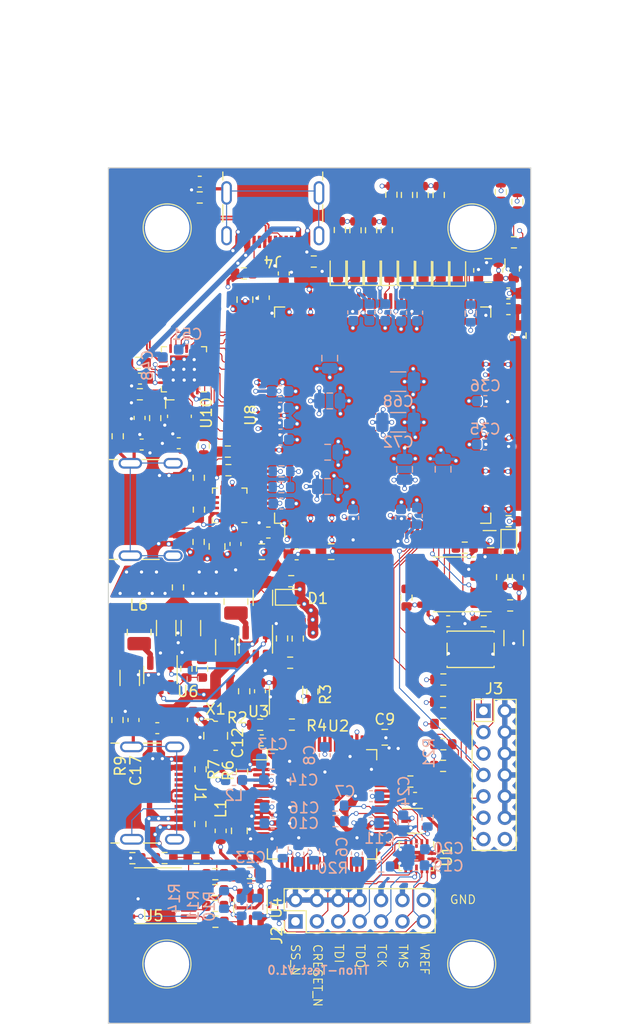
<source format=kicad_pcb>
(kicad_pcb (version 20221018) (generator pcbnew)
  (layers (0 "F.Cu" signal) (1 "In1.Cu" signal) (2 "In2.Cu" signal) (31 "B.Cu" signal) (34 "B.Paste" user) (35 "F.Paste" user) (36 "B.SilkS" user "B.Silkscreen") (37 "F.SilkS" user "F.Silkscreen") (38 "B.Mask" user) (39 "F.Mask" user) (44 "Edge.Cuts" user))
  (net 0 "")
  (net 1 "+3V3")
  (net 2 "GND")
  (net 3 "Net-(U2-~{RESET})")
  (net 4 "Net-(U2-VREGOUT)")
  (net 5 "Net-(U2-VPHY)")
  (net 6 "Net-(U2-VPLL)")
  (net 7 "Net-(J1-SHIELD)")
  (net 8 "VS")
  (net 9 "+5V")
  (net 10 "Net-(U8K-VCCA_TR)")
  (net 11 "Net-(U8K-VCCA_TL)")
  (net 12 "Net-(U8K-VCCA_BR)")
  (net 13 "+1V2")
  (net 14 "Net-(J3-Pin_3)")
  (net 15 "Net-(J5-SHIELD)")
  (net 16 "Net-(U10-VBAT)")
  (net 17 "Net-(U10-ID)")
  (net 18 "Net-(U10-VDD18)")
  (net 19 "Net-(U10-XO)")
  (net 20 "Net-(U10-REFCLK{slash}XI)")
  (net 21 "Net-(J4-SHIELD)")
  (net 22 "Net-(U13-VTRM)")
  (net 23 "Net-(U13-VBUS)")
  (net 24 "Net-(U6-FB)")
  (net 25 "Net-(U12-FB)")
  (net 26 "Net-(D1-K)")
  (net 27 "/LED/LED0")
  (net 28 "Net-(D2-A)")
  (net 29 "/LED/LED1")
  (net 30 "Net-(D3-A)")
  (net 31 "/LED/LED2")
  (net 32 "Net-(D4-A)")
  (net 33 "/LED/LED3")
  (net 34 "Net-(D5-A)")
  (net 35 "/LED/LED4")
  (net 36 "Net-(D6-A)")
  (net 37 "/LED/LED5")
  (net 38 "Net-(D7-A)")
  (net 39 "/LED/LED6")
  (net 40 "Net-(D8-A)")
  (net 41 "/LED/LED7")
  (net 42 "Net-(D9-A)")
  (net 43 "Net-(J1-CC1)")
  (net 44 "/FT-USB-JTAG/FT_USB_P")
  (net 45 "/FT-USB-JTAG/FT_USB_N")
  (net 47 "Net-(J1-CC2)")
  (net 49 "/FT-USB-JTAG/SS_N")
  (net 50 "/FT-USB-JTAG/CRESET_N")
  (net 51 "/FT-USB-JTAG/TDI")
  (net 52 "/FT-USB-JTAG/TDO")
  (net 53 "/FT-USB-JTAG/TCK")
  (net 54 "/FT-USB-JTAG/TMS")
  (net 55 "/FT-USB-JTAG/JTAG_VREF")
  (net 57 "Net-(J3-Pin_1)")
  (net 58 "Net-(J3-Pin_5)")
  (net 59 "Net-(J3-Pin_7)")
  (net 60 "Net-(J3-Pin_9)")
  (net 61 "Net-(J3-Pin_11)")
  (net 62 "Net-(J3-Pin_13)")
  (net 64 "Net-(J4-CC1)")
  (net 65 "/ulpi/ULPI_USB_P")
  (net 66 "/ulpi/ULPI_USB_N")
  (net 68 "Net-(J4-CC2)")
  (net 70 "Net-(J5-CC1)")
  (net 71 "/usb_fsls/FSLS_USB_P")
  (net 72 "/usb_fsls/FSLS_USB_N")
  (net 74 "Net-(J5-CC2)")
  (net 76 "Net-(U6-SW)")
  (net 77 "Net-(U12-SW)")
  (net 78 "Net-(U2-EECS)")
  (net 79 "Net-(U3-DO)")
  (net 80 "Net-(U2-EECLK)")
  (net 81 "Net-(U2-EEDATA)")
  (net 82 "Net-(U2-REF)")
  (net 83 "Net-(U4-FB)")
  (net 84 "Net-(R12-Pad2)")
  (net 85 "Net-(R13-Pad2)")
  (net 86 "Net-(U4-EN)")
  (net 87 "Net-(U5A--)")
  (net 88 "Net-(U5A-+)")
  (net 89 "Net-(U8H-GPIOR_149_CBUS2)")
  (net 90 "Net-(U8H-GPIOR_150_CBUS1)")
  (net 91 "Net-(U8H-GPIOR_151_CBUS0)")
  (net 92 "/FT-USB-JTAG/FT_SS_N")
  (net 93 "/FT-USB-JTAG/FT_CRESET_N")
  (net 94 "/FT-USB-JTAG/FT_TCK")
  (net 95 "/FT-USB-JTAG/FT_TDI")
  (net 96 "/FT-USB-JTAG/FT_TMS")
  (net 97 "Net-(U8H-GPIOR_158_TEST_N)")
  (net 98 "Net-(U8A-GPIOL_04_CSI)")
  (net 99 "/ulpi/ULPI_D3")
  (net 100 "/ulpi/ULPI_D2")
  (net 101 "Net-(U9-~{HOLD}{slash}IO3)")
  (net 102 "Net-(U9-~{WP}{slash}IO2)")
  (net 103 "Net-(U10-VBUS)")
  (net 104 "Net-(U10-RBIAS)")
  (net 105 "Net-(U10-~{RESETB})")
  (net 106 "/bank_1a_cfg/GPIOR_155")
  (net 107 "Net-(U13-VPU)")
  (net 108 "/usb_fsls/FSLS_CON")
  (net 109 "Net-(U12-EN)")
  (net 111 "Net-(U2-OSCI)")
  (net 128 "/FT-USB-JTAG/FT_TDO")
  (net 156 "Net-(U8A-GPIOL_09_CDI1)")
  (net 157 "Net-(U8A-GPIOL_08_CDI0)")
  (net 158 "Net-(U8A-GPIOL_01_CCK)")
  (net 187 "Net-(U8H-GPIOR_157_PLLIN)")
  (net 191 "/usb_fsls/FSLS_OEb")
  (net 192 "/usb_fsls/FSLS_SUS")
  (net 193 "/usb_fsls/FSLS_RSEL")
  (net 194 "/usb_fsls/FSLS_VM")
  (net 195 "/usb_fsls/FSLS_SPD")
  (net 196 "/usb_fsls/FSLS_VBUSDET")
  (net 197 "/usb_fsls/FSLS_VP")
  (net 198 "/usb_fsls/FSLS_RCV")
  (net 201 "/ulpi/ULPI_DIR")
  (net 202 "/ulpi/ULPI_CLK")
  (net 203 "/ulpi/ULPI_NXT")
  (net 204 "/ulpi/ULPI_D0")
  (net 205 "/ulpi/ULPI_D1")
  (net 206 "/ulpi/ULPI_D4")
  (net 207 "/ulpi/ULPI_D5")
  (net 208 "/ulpi/ULPI_D7")
  (net 209 "/ulpi/ULPI_D6")
  (net 210 "/ulpi/ULPI_STP")
  (net 213 "Net-(C61-Pad1)")
  (net 214 "Net-(C62-Pad1)")
  (net 216 "/ulpi/ULPI_RSTb")
  (net 222 "Net-(D10-K)")
  (net 223 "Net-(D10-A)")
  (net 224 "Net-(Q1-G)")
  (net 229 "Net-(U5D--)")
  (net 230 "Net-(U5B-+)")
  (footprint "Package_TO_SOT_SMD:SOT-723" (layer "F.Cu") (at 92.75 107.225)
    (fp_text reference "Q1" hide)
    (fp_text value "SSM3K37MFV")
  )
  (footprint "Capacitor_SMD:C_0603_1608Metric" (layer "F.Cu") (at 71.18 121.4475 -90)
    (fp_text reference "C1" hide)
    (fp_text value "100n")
  )
  (footprint "LED_SMD:LED_0603_1608Metric" (layer "F.Cu") (at 84.875 82.0375 90)
    (fp_text reference "D6" hide)
    (fp_text value "LED")
  )
  (footprint "Capacitor_SMD:C_0603_1608Metric" (layer "F.Cu") (at 70.225 136.95 180)
    (fp_text reference "C4" hide)
    (fp_text value "100n")
  )
  (footprint "Capacitor_SMD:C_0603_1608Metric" (layer "F.Cu") (at 60.115 98.38)
    (fp_text reference "C47" hide)
    (fp_text value "10n")
  )
  (footprint "Resistor_SMD:R_0603_1608Metric" (layer "F.Cu") (at 65.76 119.34 90)
    (fp_text reference "R60" hide)
    (fp_text value "10k")
  )
  (footprint "Resistor_SMD:R_0603_1608Metric" (layer "F.Cu") (at 64.3 119.345 90)
    (fp_text reference "R58" hide)
    (fp_text value "10k")
  )
  (footprint "Resistor_SMD:R_0603_1608Metric" (layer "F.Cu") (at 76.21 81.27)
    (fp_text reference "R45" hide)
    (fp_text value "5k1")
  )
  (footprint "proj_footprints:foot_ff-13" (layer "F.Cu") (at 91 78.125)
    (fp_text reference "H4" hide)
    (fp_text value "Foot")
  )
  (footprint "Resistor_SMD:R_0603_1608Metric" (layer "F.Cu") (at 71.195 124.58)
    (fp_text reference "R2")
    (fp_text value "10k")
  )
  (footprint "proj_footprints:foot_ff-13" (layer "F.Cu") (at 62.5 78.125)
    (fp_text reference "H1" hide)
    (fp_text value "Foot")
  )
  (footprint "Resistor_SMD:R_0603_1608Metric" (layer "F.Cu") (at 65.6 133.865 -90)
    (fp_text reference "R8" hide)
    (fp_text value "5k1")
  )
  (footprint "Capacitor_SMD:C_1206_3216Metric" (layer "F.Cu") (at 71.45 112.71 -90)
    (fp_text reference "C62" hide)
    (fp_text value "10u")
  )
  (footprint "Resistor_SMD:R_0603_1608Metric" (layer "F.Cu") (at 57.873 97.604 90)
    (fp_text reference "R51" hide)
    (fp_text value "1M")
  )
  (footprint "Inductor_SMD:L_0603_1608Metric" (layer "F.Cu") (at 94.408 85.725)
    (fp_text reference "L5" hide)
    (fp_text value "600Ohm@100MHz")
  )
  (footprint "Capacitor_SMD:C_0603_1608Metric" (layer "F.Cu") (at 59.918 95.892 -90)
    (fp_text reference "C52" hide)
    (fp_text value "10p")
  )
  (footprint "Resistor_SMD:R_0603_1608Metric" (layer "F.Cu") (at 67 138.55)
    (fp_text reference "R15" hide)
    (fp_text value "10k")
  )
  (footprint "Resistor_SMD:R_0603_1608Metric" (layer "F.Cu") (at 57.85 124.135 90)
    (fp_text reference "R9")
    (fp_text value "1M")
  )
  (footprint "Resistor_SMD:R_0603_1608Metric" (layer "F.Cu") (at 88.325 124.5)
    (fp_text reference "R31" hide)
    (fp_text value "10k")
  )
  (footprint "Capacitor_SMD:C_0603_1608Metric" (layer "F.Cu") (at 61.575 124.9 180)
    (fp_text reference "C26" hide)
    (fp_text value "100n")
  )
  (footprint "Resistor_SMD:R_0603_1608Metric" (layer "F.Cu") (at 62.255 137.045 180)
    (fp_text reference "R16" hide)
    (fp_text value "8k06")
  )
  (footprint "Package_TO_SOT_SMD:SOT-23-5" (layer "F.Cu") (at 70.29 141.7075 -90)
    (fp_text reference "U4")
    (fp_text value "TLV75801PDBV")
  )
  (footprint "Resistor_SMD:R_0603_1608Metric" (layer "F.Cu") (at 65.44 107.487 -90)
    (fp_text reference "R52" hide)
    (fp_text value "5k1")
  )
  (footprint "Package_TO_SOT_SMD:SOT-353_SC-70-5" (layer "F.Cu") (at 85.67 133.56)
    (fp_text reference "U7" hide)
    (fp_text value "2N7001T")
  )
  (footprint "Resistor_SMD:R_0603_1608Metric" (layer "F.Cu") (at 68.172 99.039 180)
    (fp_text reference "R49" hide)
    (fp_text value "0")
  )
  (footprint "Capacitor_SMD:C_0805_2012Metric" (layer "F.Cu") (at 67.164 107.914 -90)
    (fp_text reference "C55" hide)
    (fp_text value "1u")
  )
  (footprint "LED_SMD:LED_0603_1608Metric" (layer "F.Cu") (at 89.675 82.0875 90)
    (fp_text reference "D9" hide)
    (fp_text value "LED")
  )
  (footprint "Capacitor_SMD:C_1206_3216Metric" (layer "F.Cu") (at 59 120.205 90)
    (fp_text reference "C21" hide)
    (fp_text value "10u")
  )
  (footprint "Package_SO:TSSOP-14_4.4x5mm_P0.65mm" (layer "F.Cu") (at 61.6425 140.565 180)
    (fp_text reference "U5")
    (fp_text value "TSX339IPT")
  )
  (footprint "Capacitor_SMD:C_0603_1608Metric" (layer "F.Cu") (at 71.35 126.04)
    (fp_text reference "C12")
    (fp_text value "100n")
  )
  (footprint "Resistor_SMD:R_0603_1608Metric" (layer "F.Cu") (at 85.245 129.89)
    (fp_text reference "R25" hide)
    (fp_text value "1M")
  )
  (footprint "Capacitor_SMD:C_0805_2012Metric" (layer "F.Cu") (at 82.85 125.75)
    (fp_text reference "C9")
    (fp_text value "4u7")
  )
  (footprint "Resistor_SMD:R_0603_1608Metric" (layer "F.Cu") (at 67.015 143 180)
    (fp_text reference "R12" hide)
    (fp_text value "35k7")
  )
  (footprint "Resistor_SMD:R_0603_1608Metric" (layer "F.Cu") (at 65.916 98.488 90)
    (fp_text reference "R48" hide)
    (fp_text value "10k")
  )
  (footprint "proj_footprints:USB_C_Receptacle_Molex_2171790001_16P_TopMnt_Horizontal" (layer "F.Cu") (at 60.09 130.97 -90)
    (fp_text reference "J1")
    (fp_text value "USB_C_Receptacle_USB2.0")
  )
  (footprint "Resistor_SMD:R_0603_1608Metric" (layer "F.Cu") (at 74.16 124.57)
    (fp_text reference "R4")
    (fp_text value "2k")
  )
  (footprint "Resistor_SMD:R_0603_1608Metric" (layer "F.Cu") (at 61.38 95.91 -90)
    (fp_text reference "R73" hide)
    (fp_text value "1M")
  )
  (footprint "Resistor_SMD:R_0603_1608Metric" (layer "F.Cu") (at 88.325 126.4)
    (fp_text reference "R34" hide)
    (fp_text value "10k")
  )
  (footprint "Package_TO_SOT_SMD:SOT-23-6" (layer "F.Cu") (at 61.87 119.9275 -90)
    (fp_text reference "U6")
    (fp_text value "RT8096B")
  )
  (footprint "Package_DFN_QFN:DHVQFN-14-1EP_2.5x3mm_P0.5mm_EP1x1.5mm" (layer "F.Cu") (at 85.81 136.8725 -90)
    (fp_text reference "U1")
    (fp_text value "FXL5T244")
  )
  (footprint "Capacitor_SMD:C_1206_3216Metric" (layer "F.Cu") (at 67.94 117.33 90)
    (fp_text reference "C22" hide)
    (fp_text value "10u")
  )
  (footprint "proj_footprints:USB_C_Receptacle_Molex_2171790001_16P_TopMnt_Horizontal" (layer "F.Cu") (at 59.948 104.454 -90)
    (fp_text reference "J5" hide)
    (fp_text value "USB_C_Receptacle_USB2.0")
  )
  (footprint "Package_DFN_QFN:QFN-24-1EP_4x4mm_P0.5mm_EP2.6x2.6mm" (layer "F.Cu") (at 64.069 91.3445 180)
    (fp_text reference "U10")
    (fp_text value "USB3343")
  )
  (footprint "proj_footprints:USB_C_Receptacle_Molex_2171790001_16P_TopMnt_Horizontal" (layer "F.Cu") (at 72.375 75.75 180)
    (fp_text reference "J4")
    (fp_text value "USB_C_Receptacle_USB2.0")
  )
  (footprint "Connector_PinHeader_2.00mm:PinHeader_2x07_P2.00mm_Vertical" (layer "F.Cu") (at 74.5 142.97 90)
    (fp_text reference "J2")
    (fp_text value "FT_JTAG")
  )
  (footprint "Package_DFN_QFN:TQFN-16-1EP_3x3mm_P0.5mm_EP1.6x1.6mm" (layer "F.Cu") (at 68.348 104.0645 180)
    (fp_text reference "U13" hide)
    (fp_text value "STUSB03E")
  )
  (footprint "Resistor_SMD:R_0603_1608Metric" (layer "F.Cu") (at 83.465 75.0225 90)
    (fp_text reference "R68" hide)
    (fp_text value "1k")
  )
  (footprint "Inductor_SMD:L_0603_1608Metric" (layer "F.Cu") (at 71.533 84.65 90)
    (fp_text reference "L3" hide)
    (fp_text value "600Ohm@100MHz")
  )
  (footprint "Resistor_SMD:R_0603_1608Metric" (layer "F.Cu") (at 86.39 75.045 90)
    (fp_text reference "R70" hide)
    (fp_text value "1k")
  )
  (footprint "Package_QFP:LQFP-144_20x20mm_P0.5mm" (layer "F.Cu") (at 82.652 95.63 90)
    (fp_text reference "U8")
    (fp_text value "T8Q144xx")
  )
  (footprint "Inductor_SMD:L_0603_1608Metric" (layer "F.Cu") (at 71.96 106.611)
    (fp_text reference "L4" hide)
    (fp_text value "600Ohm@100MHz")
  )
  (footprint "Resistor_SMD:R_0603_1608Metric" (layer "F.Cu") (at 94.425 105.55 180)
    (fp_text reference "R36" hide)
    (fp_text value "10k")
  )
  (footprint "Resistor_SMD:R_0603_1608Metric" (layer "F.Cu") (at 81.57 78.345 90)
    (fp_text reference "R66" hide)
    (fp_text value "1k")
  )
  (footprint "Capacitor_SMD:C_0603_1608Metric" (layer "F.Cu") (at 88.775 114.9)
    (fp_text reference "C44" hide)
    (fp_text value "100n")
  )
  (footprint "Inductor_SMD:L_1008_2520Metric" (layer "F.Cu") (at 68.93 113.06 -90)
    (fp_text reference "L7" hide)
    (fp_text value "1u5")
  )
  (footprint "Resistor_SMD:R_0603_1608Metric" (layer "F.Cu") (at 65.62 128.745 90)
    (fp_text reference "R7")
    (fp_text value "5k1")
  )
  (footprint "Capacitor_SMD:C_0603_1608Metric" (layer "F.Cu") (at 63.584 98.259 180)
    (fp_text reference "C53" hide)
    (fp_text value "10p")
  )
  (footprint "Resistor_SMD:R_0603_1608Metric" (layer "F.Cu") (at 92.1 114.9)
    (fp_text reference "R35" hide)
    (fp_text value "100k")
  )
  (footprint "Resistor_SMD:R_0603_1608Metric" (layer "F.Cu") (at 90.325 108.025 180)
    (fp_text reference "R37" hide)
    (fp_text value "10k")
  )
  (footprint "Resistor_SMD:R_0603_1608Metric" (layer "F.Cu") (at 83.03 78.33 90)
    (fp_text reference "R67" hide)
    (fp_text value "1k")
  )
  (footprint "Inductor_SMD:L_1008_2520Metric" (layer "F.Cu") (at 59.88 115.925 -90)
    (fp_text reference "L6")
    (fp_text value "1u5")
  )
  (footprint "Resistor_SMD:R_0603_1608Metric" (layer "F.Cu") (at 73.24 116.51 90)
    (fp_text reference "R59" hide)
    (fp_text value "10k")
  )
  (footprint "Capacitor_SMD:C_0603_1608Metric" (layer "F.Cu") (at 64.91 124.13 -90)
    (fp_text reference "C2" hide)
    (fp_text value "100n")
  )
  (footprint "Resistor_SMD:R_0603_1608Metric" (layer "F.Cu") (at 78.65 78.325 90)
    (fp_text reference "R57" hide)
    (fp_text value "1k")
  )
  (footprint "Resistor_SMD:R_0603_1608Metric" (layer "F.Cu") (at 69.5 128.95 -90)
    (fp_text reference "R6")
    (fp_text value "12k")
  )
  (footprint "Resistor_SMD:R_0603_1608Metric" (layer "F.Cu") (at 59.751 90.745 180)
    (fp_text reference "R46" hide)
    (fp_text value "10k")
  )
  (footprint "Capacitor_SMD:C_1206_3216Metric" (layer "F.Cu") (at 64.72 115.545 -90)
    (fp_text reference "C63" hide)
    (fp_text value "10u")
  )
  (footprint "Resistor_SMD:R_0603_1608Metric" (layer "F.Cu") (at 59.25 137.055 180)
    (fp_text reference "R18" hide)
    (fp_text value "20k0")
  )
  (footprint "LED_SMD:LED_0603_1608Metric" (layer "F.Cu") (at 83.275 82.02 90)
    (fp_text reference "D5" hide)
    (fp_text value "LED")
  )
  (footprint "Capacitor_SMD:C_0603_1608Metric" (layer "F.Cu") (at 59.953 92.214)
    (fp_text reference "C49" hide)
    (fp_text value "1u")
  )
  (footprint "Resistor_SMD:R_0603_1608Metric" (layer "F.Cu") (at 70.225 138.45)
    (fp_text reference "R5" hide)
    (fp_text value "1k")
  )
  (footprint "Resistor_SMD:R_0603_1608Metric" (layer "F.Cu") (at 66.995 140.05)
    (fp_text reference "R19" hide)
    (fp_text value "27k")
  )
  (footprint "LED_SMD:LED_0603_1608Metric" (layer "F.Cu") (at 81.675 82.0175 90)
    (fp_text reference "D4" hide)
    (fp_text value "LED")
  )
  (footprint "Capacitor_SMD:C_1206_3216Metric" (layer "F.Cu") (at 94.9 116.475 -90)
    (fp_text reference "C45" hide)
    (fp_text value "10u")
  )
  (footprint "Resistor_SMD:R_0603_1608Metric" (layer "F.Cu") (at 68.225 100.777 180)
    (fp_text reference "R55" hide)
    (fp_text value "10k")
  )
  (footprint "Package_TO_SOT_SMD:SOT-23-6" (layer "F.Cu") (at 70.79 117.0825 -90)
    (fp_text reference "U12" hide)
    (fp_text value "RT8096B")
  )
  (footprint "Capacitor_SMD:C_0805_2012Metric" (layer "F.Cu") (at 69.77 84.83 -90)
    (fp_text reference "C27" hide)
    (fp_text value "4u7")
  )
  (footprint "Resistor_SMD:R_0603_1608Metric" (layer "F.Cu") (at 95.25 75.675 -90)
    (fp_text reference "R24" hide)
    (fp_text value "10k")
  )
  (footprint "Capacitor_SMD:C_0603_1608Metric" (layer "F.Cu") (at 68.888 107.679 -90)
    (fp_text reference "C58" hide)
    (fp_text value "100n")
  )
  (footprint "Resistor_SMD:R_0603_1608Metric" (layer "F.Cu") (at 69.67 82.38 180)
    (fp_text reference "R44" hide)
    (fp_text value "5k1")
  )
  (footprint "Capacitor_SMD:C_1206_3216Metric" (layer "F.Cu") (at 62.41 115.54 -90)
    (fp_text reference "C61" hide)
    (fp_text value "10u")
  )
  (footprint "Capacitor_SMD:C_0603_1608Metric" (layer "F.Cu") (at 59.35 124.135 90)
    (fp_text reference "C17")
    (fp_text value "10n")
  )
  (footprint "Resistor_SMD:R_0603_1608Metric" (layer "F.Cu") (at 93.825 110.775 90)
    (fp_text reference "R42" hide)
    (fp_text value "10k")
  )
  (footprint "proj_footprints:foot_ff-13" (layer "F.Cu") (at 90.975 146.95)
    (fp_text reference "H2" hide)
    (fp_text value "Foot")
  )
  (footprint "Oscillator:Oscillator_SMD_ECS_2520MV-xxx-xx-4Pin_2.5x2.0mm" (layer "F.Cu") (at 67.035 125.615)
    (fp_text reference "X1")
    (fp_text value "ECS-2520MV-120-CM")
  )
  (footprint "Resistor_SMD:R_0603_1608Metric" (layer "F.Cu") (at 84.925 75.045 90)
    (fp_text reference "R69" hide)
    (fp_text value "1k")
  )
  (footprint "proj_footprints:foot_ff-13" (layer "F.Cu") (at 62.475 146.95)
    (fp_text reference "H3" hide)
    (fp_text value "Foot")
  )
  (footprint "LED_SMD:LED_0603_1608Metric" (layer "F.Cu") (at 80.075 82.02 90)
    (fp_text reference "D3" hide)
    (fp_text value "LED")
  )
  (footprint "LED_SMD:LED_0603_1608Metric" (layer "F.Cu") (at 88.075 82.0775 90)
    (fp_text reference "D8" hide)
    (fp_text value "LED")
  )
  (footprint "Inductor_SMD:L_0603_1608Metric" (layer "F.Cu") (at 67.5 134.5 90)
    (fp_text reference "L1")
    (fp_text value "600Ohm@100MHz")
  )
  (footprint "Resistor_SMD:R_0603_1608Metric" (layer "F.Cu") (at 65.545 75.28 180)
    (fp_text reference "R50" hide)
    (fp_text value "1M")
  )
  (footprint "Resistor_SMD:R_0603_1608Metric" (layer "F.Cu") (at 66.98 141.52 180)
    (fp_text reference "R13" hide)
    (fp_text value "30k9")
  )
  (footprint "Resistor_SMD:R_0603_1608Metric" (layer "F.Cu") (at 74 118.78)
    (fp_text reference "R64" hide)
    (fp_text value "1k")
  )
  (footprint "Capacitor_SMD:C_0603_1608Metric" (layer "F.Cu") (at 73.403 82.385 90)
    (fp_text reference "C28" hide)
    (fp_text value "100n")
  )
  (footprint "Oscillator:Oscillator_SMD_ECS_2520MV-xxx-xx-4Pin_2.5x2.0mm" (layer "F.Cu") (at 92.525 82.1 -90)
    (fp_text reference "X2" hide)
    (fp_text value "ECS-2520MV-120-CM")
  )
  (footprint "Capacitor_SMD:C_0603_1608Metric" (layer "F.Cu") (at 94.925 82.025 90)
    (fp_text reference "C3" hide)
    (fp_text value "100n")
  )
  (footprint "Button_Switch_SMD:SW_SPST_PTS810" (layer "F.Cu") (at 90.875 117.525)
    (fp_text reference "SW1" hide)
    (fp_text value "Reset")
  )
  (footprint "Crystal:Crystal_SMD_Abracon_ABM10-4Pin_2.5x2.0mm" (layer "F.Cu") (at 63.645 95.741)
    (fp_text reference "Y1" hide)
    (fp_text value "26MHz")
  )
  (footprint "Package_SO:SOIC-8_3.9x4.9mm_P1.27mm" (layer "F.Cu") (at 89.35 111.455 180)
    (fp_text reference "U9" hide)
    (fp_text value "AT25FF081A-SSHN-B")
  )
  (footprint "Resistor_SMD:R_0603_1608Metric" (layer "F.Cu") (at 76.075 121.475 90)
    (fp_text reference "R3")
    (fp_text value "10k")
  )
  (footprint "Resistor_SMD:R_0603_1608Metric" (layer "F.Cu") (at 63.51 111.74 90)
    (fp_text reference "R62" hide)
    (fp_text value "0")
  )
  (footprint "Package_QFP:LQFP-64_10x10mm_P0.5mm" (layer "F.Cu") (at 76.985 132.02)
    (fp_text reference "U2")
    (fp_text value "FT2232HL")
  )
  (footprint "Capacitor_SMD:C_0603_1608Metric" (layer "F.Cu") (at 74.608 108.65)
    (fp_text reference "C29" hide)
    (fp_text value "100n")
  )
  (footprint "LED_SMD:LED_0603_1608Metric" (layer "F.Cu") (at 94.45 107.8125 -90)
    (fp_text reference "D10" hide)
    (fp_text value "LED")
  )
  (footprint "Resistor_SMD:R_0603_1608Metric" (layer "F.Cu") (at 93.7 74.775 -90)
    (fp_text reference "R23" hide)
    (fp_text value "10k")
  )
  (footprint "Package_TO_SOT_SMD:SOT-23-6" (layer "F.Cu") (at 73.62 121.7825 90)
    (fp_text reference "U3")
    (fp_text value "93LCxxAxxOT")
  )
  (footprint "LED_SMD:LED_0603_1608Metric" (layer "F.Cu") (at 78.475 82.02 90)
    (fp_text reference "D2" hide)
    (fp_text value "LED")
  )
  (footprint "Capacitor_SMD:C_0603_1608Metric" (layer "F.Cu") (at 65.545 73.805 180)
    (fp_text reference "C54" hide)
    (fp_text value "10n")
  )
  (footprint "Resistor_SMD:R_0603_1608Metric" (layer "F.Cu") (at 74.71 116.525 90)
    (fp_text reference "R61" hide)
    (fp_text value "45k3")
  )
  (footprint "LED_SMD:LED_0603_1608Metric" (layer "F.Cu") (at 74.1075 112.66)
    (fp_text reference "D1")
    (fp_text value "LED")
  )
  (footprint "Capacitor_SMD:C_0805_2012Metric" (layer "F.Cu") (at 77.833 108.4)
    (fp_text reference "C30" hide)
    (fp_text value "4u7")
  )
  (footprint "Resistor_SMD:R_0603_1608Metric" (layer "F.Cu") (at 94.925 79.475 180)
    (fp_text reference "R22" hide)
    (fp_text value "10k")
  )
  (footprint "Capacitor_SMD:C_0603_1608Metric" (layer "F.Cu") (at 94.4 84.25)
    (fp_text reference "C31" hide)
    (fp_text value "100n")
  )
  (footprint "Resistor_SMD:R_0603_1608Metric" (layer "F.Cu") (at 65.453 101.491 90)
    (fp_text reference "R53" hide)
    (fp_text value "5k1")
  )
  (footprint "Connector_PinHeader_2.00mm:PinHeader_2x07_P2.00mm_Vertical" (layer "F.Cu") (at 92.075 123.275)
    (fp_text reference "J3")
    (fp_text value "T8_JTAG")
  )
  (footprint "Capacitor_SMD:C_0805_2012Metric" (layer "F.Cu") (at 71.346 108.403)
    (fp_text reference "C56" hide)
    (fp_text value "4u7")
  )
  (footprint "Resistor_SMD:R_0603_1608Metric" (layer "F.Cu") (at 95.3 110.775 -90)
    (fp_text reference "R72" hide)
    (fp_text value "1k")
  )
  (footprint "Resistor_SMD:R_0603_1608Metric" (layer "F.Cu") (at 74.1 111.16)
    (fp_text reference "R63" hide)
    (fp_text value "0")
  )
  (footprint "Capacitor_SMD:C_0805_2012Metric" (layer "F.Cu") (at 95.325 88.2 -90)
    (fp_text reference "C32" hide)
    (fp_text value "4u7")
  )
  (footprint "Capacitor_SMD:C_0805_2012Metric" (layer "F.Cu") (at 69.25 134.5 -90)
    (fp_text reference "C15" hide)
    (fp_text value "4u7")
  )
  (footprint "Resistor_SMD:R_0603_1608Metric" (layer "F.Cu") (at 88.3 122.45)
    (fp_text reference "R33" hide)
    (fp_text value "10k")
  )
  (footprint "Resistor_SMD:R_0603_1608Metric" (layer "F.Cu") (at 87.89 75.045 90)
    (fp_text reference "R71" hide)
    (fp_text value "1k")
  )
  (footprint "Resistor_SMD:R_0603_1608Metric" (layer "F.Cu") (at 65.468 104.47 90)
    (fp_text reference "R54" hide)
    (fp_text value "1k5")
  )
  (footprint "Resistor_SMD:R_0603_1608Metric" (layer "F.Cu") (at 65.245 137.025 180)
    (fp_text reference "R17" hide)
    (fp_text value "10k")
  )
  (footprint "Capacitor_SMD:C_0603_1608Metric" (layer "F.Cu") (at 85.68 131.42 180)
    (fp_text reference "C25" hide)
    (fp_text value "100n")
  )
  (footprint "LED_SMD:LED_0603_1608Metric" (layer "F.Cu") (at 86.475 82.0575 90)
    (fp_text reference "D7" hide)
    (fp_text value "LED")
  )
  (footprint "Resistor_SMD:R_0603_1608Metric" (layer "F.Cu") (at 88.3 128.425)
    (fp_text reference "R43" hide)
    (fp_text value "10k")
  )
  (footprint "Resistor_SMD:R_0603_1608Metric" (layer "F.Cu") (at 84.875 112.7 90)
    (fp_text reference "R41" hide)
    (fp_text value "10k")
  )
  (footprint "Resistor_SMD:R_0603_1608Metric" (layer "F.Cu") (at 94.575 113.425 180)
    (fp_text reference "R40" hide)
    (fp_text value "10k")
  )
  (footprint "Resistor_SMD:R_0603_1608Metric" (layer "F.Cu") (at 88.325 120.35)
    (fp_text reference "R32" hide)
    (fp_text value "10k")
  )
  (footprint "Resistor_SMD:R_0603_1608Metric" (layer "F.Cu") (at 69.7 121.45 -90)
    (fp_text reference "R1" hide)
    (fp_text value "10k")
  )
  (footprint "Resistor_SMD:R_0603_1608Metric" (layer "F.Cu") (at 80.11 78.345 90)
    (fp_text reference "R65" hide)
    (fp_text value "1k")
  )
  (footprint "Resistor_SMD:R_0603_1608Metric" (layer "F.Cu") (at 59.946 93.68 180)
    (fp_text reference "R47" hide)
    (fp_text value "8k06")
  )
  (footprint "Capacitor_SMD:C_0805_2012Metric" (layer "B.Cu") (at 84.7 100.7 90)
    (fp_text reference "C71" hide)
    (fp_text value "1u")
  )
  (footprint "Capacitor_SMD:C_0805_2012Metric" (layer "B.Cu") (at 72.25 128)
    (fp_text reference "C13")
    (fp_text value "4u7")
  )
  (footprint "Capacitor_SMD:C_1206_3216Metric" (layer "B.Cu") (at 84.1 92.5)
    (fp_text reference "C68")
    (fp_text value "10u")
  )
  (footprint "Capacitor_SMD:C_0603_1608Metric" (layer "B.Cu") (at 81.575 131.26 180)
    (fp_text reference "C7")
    (fp_text value "100n")
  )
  (footprint "Capacitor_SMD:C_0603_1608Metric" (layer "B.Cu") (at 66.053 93.101 -90)
    (fp_text reference "C50" hide)
    (fp_text value "1u")
  )
  (footprint "Capacitor_SMD:C_0603_1608Metric" (layer "B.Cu") (at 72.37 132.31 180)
    (fp_text reference "C16")
    (fp_text value "100n")
  )
  (footprint "Capacitor_SMD:C_0603_1608Metric" (layer "B.Cu") (at 73.183 103.9)
    (fp_text reference "C46" hide)
    (fp_text value "100n")
  )
  (footprint "Resistor_SMD:R_0603_1608Metric" (layer "B.Cu") (at 78.24238 133.59 180)
    (fp_text reference "R27" hide)
    (fp_text value "1M")
  )
  (footprint "Capacitor_SMD:C_0603_1608Metric" (layer "B.Cu") (at 80.24 136.615 90)
    (fp_text reference "C6")
    (fp_text value "100n")
  )
  (footprint "Capacitor_SMD:C_0603_1608Metric" (layer "B.Cu") (at 92.252 94.32 180)
    (fp_text reference "C36")
    (fp_text value "100n")
  )
  (footprint "Capacitor_SMD:C_0603_1608Metric" (layer "B.Cu") (at 74.76 136.63 90)
    (fp_text reference "C5" hide)
    (fp_text value "100n")
  )
  (footprint "Capacitor_SMD:C_0603_1608Metric" (layer "B.Cu") (at 72.32 129.74)
    (fp_text reference "C14")
    (fp_text value "100n")
  )
  (footprint "Resistor_SMD:R_0603_1608Metric" (layer "B.Cu") (at 64.89 120.315 90)
    (fp_text reference "R56" hide)
    (fp_text value "100k")
  )
  (footprint "Capacitor_SMD:C_0603_1608Metric" (layer "B.Cu") (at 85.842 105.055 90)
    (fp_text reference "C43" hide)
    (fp_text value "100n")
  )
  (footprint "Capacitor_SMD:C_0603_1608Metric" (layer "B.Cu") (at 81.413 86.025 -90)
    (fp_text reference "C57" hide)
    (fp_text value "100n")
  )
  (footprint "Capacitor_SMD:C_0603_1608Metric" (layer "B.Cu") (at 77.24 127.425 -90)
    (fp_text reference "C8")
    (fp_text value "100n")
  )
  (footprint "Resistor_SMD:R_0603_1608Metric" (layer "B.Cu") (at 67.82 140.95 -90)
    (fp_text reference "R14")
    (fp_text value "10k")
  )
  (footprint "Capacitor_SMD:C_0603_1608Metric" (layer "B.Cu") (at 84.376 86.064 -90)
    (fp_text reference "C42" hide)
    (fp_text value "100n")
  )
  (footprint "Capacitor_SMD:C_0603_1608Metric" (layer "B.Cu") (at 92.222 98.37 180)
    (fp_text reference "C35")
    (fp_text value "100n")
  )
  (footprint "Resistor_SMD:R_0603_1608Metric" (layer "B.Cu") (at 86.85 133.28 90)
    (fp_text reference "R21")
    (fp_text value "1M")
  )
  (footprint "Resistor_SMD:R_0603_1608Metric" (layer "B.Cu") (at 76.23 136.42 90)
    (fp_text reference "R28" hide)
    (fp_text value "1M")
  )
  (footprint "Capacitor_SMD:C_0603_1608Metric" (layer "B.Cu") (at 85.82 136.22 180)
    (fp_text reference "C20")
    (fp_text value "100n")
  )
  (footprint "Capacitor_SMD:C_0603_1608Metric" (layer "B.Cu") (at 84.56 133.805 -90)
    (fp_text reference "C24")
    (fp_text value "100n")
  )
  (footprint "Capacitor_SMD:C_0805_2012Metric" (layer "B.Cu") (at 88.3 100.7 90)
    (fp_text reference "C66" hide)
    (fp_text value "1u")
  )
  (footprint "Capacitor_SMD:C_0805_2012Metric" (layer "B.Cu") (at 77.7 90.3 -90)
    (fp_text reference "C65" hide)
    (fp_text value "1u")
  )
  (footprint "Resistor_SMD:R_0603_1608Metric" (layer "B.Cu") (at 70.92 141.61 90)
    (fp_text reference "R10")
    (fp_text value "45k3")
  )
  (footprint "Resistor_SMD:R_0603_1608Metric" (layer "B.Cu") (at 90.883 86.125 90)
    (fp_text reference "R30" hide)
    (fp_text value "10k")
  )
  (footprint "Capacitor_SMD:C_0603_1608Metric" (layer "B.Cu") (at 73.097 96.43)
    (fp_text reference "C40" hide)
    (fp_text value "100n")
  )
  (footprint "Resistor_SMD:R_0603_1608Metric" (layer "B.Cu") (at 78.22238 132.13 180)
    (fp_text reference "R26" hide)
    (fp_text value "1M")
  )
  (footprint "Resistor_SMD:R_0603_1608Metric" (layer "B.Cu") (at 73.183 102.36 180)
    (fp_text reference "R38" hide)
    (fp_text value "10k")
  )
  (footprint "Capacitor_SMD:C_0603_1608Metric" (layer "B.Cu") (at 84.372 105.225 90)
    (fp_text reference "C34" hide)
    (fp_text value "100n")
  )
  (footprint "Inductor_SMD:L_0603_1608Metric" (layer "B.Cu") (at 68.75 129.75)
    (fp_text reference "L2")
    (fp_text value "600Ohm@100MHz")
  )
  (footprint "Capacitor_SMD:C_0603_1608Metric" (layer "B.Cu") (at 73.072 94.94)
    (fp_text reference "C39" hide)
    (fp_text value "100n")
  )
  (footprint "Capacitor_SMD:C_0603_1608Metric" (layer "B.Cu") (at 79.902 86.02 -90)
    (fp_text reference "C38" hide)
    (fp_text value "100n")
  )
  (footprint "Capacitor_SMD:C_0603_1608Metric" (layer "B.Cu") (at 85.79 137.73 180)
    (fp_text reference "C19")
    (fp_text value "100n")
  )
  (footprint "Capacitor_SMD:C_0805_2012Metric" (layer "B.Cu") (at 77.5 99.1)
    (fp_text reference "C67" hide)
    (fp_text value "1u")
  )
  (footprint "Resistor_SMD:R_0603_1608Metric" (layer "B.Cu") (at 73.189 100.888 180)
    (fp_text reference "R39" hide)
    (fp_text value "10k")
  )
  (footprint "Capacitor_SMD:C_1206_3216Metric" (layer "B.Cu") (at 84.1 96.3)
    (fp_text reference "C72")
    (fp_text value "10u")
  )
  (footprint "Capacitor_SMD:C_0805_2012Metric" (layer "B.Cu") (at 77.7 94.3)
    (fp_text reference "C69" hide)
    (fp_text value "1u")
  )
  (footprint "Capacitor_SMD:C_0603_1608Metric" (layer "B.Cu") (at 85.876 86.044 -90)
    (fp_text reference "C37" hide)
    (fp_text value "100n")
  )
  (footprint "Capacitor_SMD:C_0603_1608Metric" (layer "B.Cu") (at 82.897 86.02 -90)
    (fp_text reference "C64" hide)
    (fp_text value "100n")
  )
  (footprint "Capacitor_SMD:C_0603_1608Metric" (layer "B.Cu") (at 64.349 89.502 180)
    (fp_text reference "C51")
    (fp_text value "100n")
  )
  (footprint "Capacitor_SMD:C_0805_2012Metric" (layer "B.Cu") (at 77.5 102.3)
    (fp_text reference "C70" hide)
    (fp_text value "1u")
  )
  (footprint "Capacitor_SMD:C_0603_1608Metric" (layer "B.Cu") (at 73.06 93.393)
    (fp_text reference "C59" hide)
    (fp_text value "100n")
  )
  (footprint "Resistor_SMD:R_0603_1608Metric" (layer "B.Cu") (at 69.45 141.62 90)
    (fp_text reference "R11")
    (fp_text value "20k0")
  )
  (footprint "Capacitor_SMD:C_0603_1608Metric" (layer "B.Cu") (at 62.075 90.975 -90)
    (fp_text reference "C48")
    (fp_text value "100n")
  )
  (footprint "Capacitor_SMD:C_0603_1608Metric" (layer "B.Cu") (at 73.102 97.92)
    (fp_text reference "C41" hide)
    (fp_text value "100n")
  )
  (footprint "Capacitor_SMD:C_0603_1608Metric" (layer "B.Cu") (at 79.89 105.239 90)
    (fp_text reference "C33" hide)
    (fp_text value "100n")
  )
  (footprint "Capacitor_SMD:C_0603_1608Metric" (layer "B.Cu") (at 81.535 133.76)
    (fp_text reference "C11")
    (fp_text value "100n")
  )
  (footprint "Capacitor_SMD:C_0805_2012Metric" (layer "B.Cu") (at 72.95 141.4 90)
    (fp_text reference "C18" hide)
    (fp_text value "4u7")
  )
  (footprint "Capacitor_SMD:C_0603_1608Metric" (layer "B.Cu") (at 72.36 133.8 180)
    (fp_text reference "C10")
    (fp_text value "100n")
  )
  (footprint "Resistor_SMD:R_0603_1608Metric" (layer "B.Cu") (at 73.3 136.235 90)
    (fp_text reference "R29" hide)
    (fp_text value "1M")
  )
  (footprint "Resistor_SMD:R_0603_1608Metric" (layer "B.Cu") (at 82.52 137.83)
    (fp_text reference "R20")
    (fp_text value "100k")
  )
  (footprint "Capacitor_SMD:C_0805_2012Metric" (layer "B.Cu") (at 70.3 138.67 180)
    (fp_text reference "C23")
    (fp_text value "1u")
  )
  (gr_rect (start 57 72.5) (end 96.5 152.5) (stroke (width 0.1)) (fill none) (layer "Edge.Cuts"))
  (gr_text "Trion-Test V1.0" (at 81.5 148) (layer "B.SilkS") (effects (font (size 0.8 0.8) (thickness 0.153) bold) (justify left bottom mirror)))
  (gr_text "CRESET_N" (at 76.1 145.025 270) (layer "F.SilkS") (effects (font (size 0.8 0.8) (thickness 0.1)) (justify left bottom)))
  (gr_text "TCK" (at 82.1 145.025 270) (layer "F.SilkS") (effects (font (size 0.8 0.8) (thickness 0.1)) (justify left bottom)))
  (gr_text "TDI" (at 78.1 145.025 270) (layer "F.SilkS") (effects (font (size 0.8 0.8) (thickness 0.1)) (justify left bottom)))
  (gr_text "SS_N" (at 74.02 145.025 270) (layer "F.SilkS") (effects (font (size 0.8 0.8) (thickness 0.1)) (justify left bottom)))
  (gr_text "GND" (at 88.875 141.4) (layer "F.SilkS") (effects (font (size 0.8 0.8) (thickness 0.1)) (justify left bottom)))
  (gr_text "TDO" (at 80.1 145.025 270) (layer "F.SilkS") (effects (font (size 0.8 0.8) (thickness 0.1)) (justify left bottom)))
  (gr_text "TMS\n" (at 84.1 145.025 270) (layer "F.SilkS") (effects (font (size 0.8 0.8) (thickness 0.1)) (justify left bottom)))
  (gr_text "VREF" (at 86.1 145.025 270) (layer "F.SilkS") (effects (font (size 0.8 0.8) (thickness 0.1)) (justify left bottom)))
  (segment (start 91.275 114.9) (end 91.275 114.4) (width 0.1) (layer "F.Cu") (net 1))
  (segment (start 68.888 106.395) (end 68.724 106.231) (width 0.3) (layer "F.Cu") (net 1))
  (segment (start 75.32 113.29) (end 75.38 113.29) (width 1) (layer "F.Cu") (net 1))
  (segment (start 87.2 114.575) (end 86.9 114.275) (width 0.3) (layer "F.Cu") (net 1))
  (segment (start 64.313 88.794) (end 64.313 89.446) (width 0.1) (layer "F.Cu") (net 1))
  (segment (start 73.024 103.88) (end 73.038 103.866) (width 0.3) (layer "F.Cu") (net 1))
  (segment (start 80.235 136.735) (end 80.23 136.73) (width 0.3) (layer "F.Cu") (net 1))
  (segment (start 77.235 126.345) (end 77.235 127.325) (width 0.3) (layer "F.Cu") (net 1))
  (segment (start 74.9 111.91) (end 74.925 111.935) (width 1) (layer "F.Cu") (net 1))
  (segment (start 84.902 107.349) (end 84.911 107.358) (width 0.3) (layer "F.Cu") (net 1))
  (segment (start 67.83 124.68) (end 67.85 124.66) (width 0.5) (layer "F.Cu") (net 1))
  (segment (start 91.275 114.4) (end 91.025 114.15) (width 0.1) (layer "F.Cu") (net 1))
  (segment (start 95.25 75.6) (end 95.225 75.625) (width 0.1) (layer "F.Cu") (net 1))
  (segment (start 77.235 127.325) (end 77.25 127.34) (width 0.3) (layer "F.Cu") (net 1))
  (segment (start 71.9895 93.38) (end 71.9715 93.398) (width 0.3) (layer "F.Cu") (net 1))
  (segment (start 79.402 106.2925) (end 79.402 105.443) (width 0.2) (layer "F.Cu") (net 1))
  (segment (start 93.3145 91.38) (end 93.3145 91.8265) (width 0.3) (layer "F.Cu") (net 1))
  (segment (start 87.2 74.22) (end 87.16 74.18) (width 0.3) (layer "F.Cu") (net 1))
  (segment (start 84.902 105.57) (end 85.212 105.26) (width 0.3) (layer "F.Cu") (net 1))
  (segment (start 80.235 126.345) (end 80.235 125.267) (width 0.3) (layer "F.Cu") (net 1))
  (segment (start 93.3145 96.88) (end 93.3145 97.2775) (width 0.3) (layer "F.Cu") (net 1))
  (segment (start 85.212 105.26) (end 85.212 105.02) (width 0.3) (layer "F.Cu") (net 1))
  (segment (start 65.916 99.313) (end 65.916 98.582) (width 0.1) (layer "F.Cu") (net 1))
  (segment (start 83.03 77.5) (end 83.05 77.52) (width 0.3) (layer "F.Cu") (net 1))
  (segment (start 76.13 114.04) (end 76.13 114.74) (width 1) (layer "F.Cu") (net 1))
  (segment (start 76.13 115.98) (end 76.14 115.99) (width 1) (layer "F.Cu") (net 1))
  (segment (start 76.11 114.76) (end 76.13 114.78) (width 1) (layer "F.Cu") (net 1))
  (segment (start 68.598 106.105) (end 68.724 106.231) (width 0.3) (layer "F.Cu") (net 1))
  (segment (start 71.18 120.6725) (end 72 120.6725) (width 0.3) (layer "F.Cu") (net 1))
  (segment (start 83.902 84.9675) (end 83.902 83.682) (width 0.3) (layer "F.Cu") (net 1))
  (segment (start 87.16 74.18) (end 87.12 74.22) (width 0.3) (layer "F.Cu") (net 1))
  (segment (start 76.13 114.74) (end 76.11 114.76) (width 1) (layer "F.Cu") (net 1))
  (segment (start 76.13 116) (end 76.13 116.03) (width 1) (layer "F.Cu") (net 1))
  (segment (start 74.925 111.16) (end 74.925 111.885) (width 1) (layer "F.Cu") (net 1))
  (segment (start 74.73 137.69) (end 74.73 136.72) (width 0.3) (layer "F.Cu") (net 1))
  (segment (start 75.32 113.23) (end 75.32 113.29) (width 1) (layer "F.Cu") (net 1))
  (segment (start 70.37 124.58) (end 69.67 124.58) (width 0.2) (layer "F.Cu") (net 1))
  (segment (start 64.319 88.796) (end 64.315 88.792) (width 0.3) (layer "F.Cu") (net 1))
  (segment (start 87.525 114.9) (end 87.2 114.575) (width 0.3) (layer "F.Cu") (net 1))
  (segment (start 86.675 126.4) (end 86.65 126.375) (width 0.1) (layer "F.Cu") (net 1))
  (segment (start 71.175 120.625) (end 71.25 120.55) (width 0.3) (layer "F.Cu") (net 1))
  (segment (start 79.36 77.5) (end 82.29 77.5) (width 0.3) (layer "F.Cu") (net 1))
  (segment (start 75.97 113.88) (end 76.13 114.04) (width 1) (layer "F.Cu") (net 1))
  (segment (start 93.45 81.375) (end 93.45 82.05) (width 0.3) (layer "F.Cu") (net 1))
  (segment (start 79.32 77.5) (end 79.34 77.52) (width 0.3) (layer "F.Cu") (net 1))
  (segment (start 94.55 111.6) (end 94.575 111.575) (width 0.3) (layer "F.Cu") (net 1))
  (segment (start 87.5 120.35) (end 86.775 120.35) (width 0.1) (layer "F.Cu") (net 1))
  (segment (start 74.925 111.885) (end 74.9 111.91) (width 1) (layer "F.Cu") (net 1))
  (segment (start 87.89 74.22) (end 87.2 74.22) (width 0.3) (layer "F.Cu") (net 1))
  (segment (start 80.235 125.267) (end 80.247 125.255) (width 0.3) (layer "F.Cu") (net 1))
  (segment (start 94.2 82.8) (end 94.16 82.84) (width 0.3) (layer "F.Cu") (net 1))
  (segment (start 79.34 77.52) (end 79.36 77.5) (width 0.3) (layer "F.Cu") (net 1))
  (segment (start 87.475 127.55) (end 87.425 127.5) (width 0.1) (layer "F.Cu") (net 1))
  (segment (start 76.13 114.78) (end 76.13 115.98) (width 1) (layer "F.Cu") (net 1))
  (segment (start 75.94 113.85) (end 75.94 113.88) (width 1) (layer "F.Cu") (net 1))
  (segment (start 82.402 85.92) (end 82.413 85.931) (width 0.3) (layer "F.Cu") (net 1))
  (segment (start 74.925 112.835) (end 75.32 113.23) (width 1) (layer "F.Cu") (net 1))
  (segment (start 79.402 105.443) (end 79.076 105.117) (width 0.2) (layer "F.Cu") (net 1))
  (segment (start 72.955 93.38) (end 72.957 93.382) (width 0.3) (layer "F.Cu") (net 1))
  (segment (start 72 120.6725) (end 72.03 120.6425) (width 0.3) (layer "F.Cu") (net 1))
  (segment (start 93.45 82.05) (end 93.49 82.09) (width 0.3) (layer "F.Cu") (net 1))
  (segment (start 78.65 77.5) (end 79.32 77.5) (width 0.3) (layer "F.Cu") (net 1))
  (segment (start 68.888 106.904) (end 68.888 106.395) (width 0.3) (layer "F.Cu") (net 1))
  (segment (start 82.402 84.9675) (end 82.402 83.756) (width 0.3) (layer "F.Cu") (net 1))
  (segment (start 65.916 98.582) (end 65.903 98.569) (width 0.1) (layer "F.Cu") (net 1))
  (segment (start 93.3145 96.88) (end 92.603 96.88) (width 0.3) (layer "F.Cu") (net 1))
  (segment (start 74.925 111.935) (end 74.925 112.835) (width 1) (layer "F.Cu") (net 1))
  (segment (start 75.7 121.925) (end 75.25 121.925) (width 0.3) (layer "F.Cu") (net 1))
  (segment (start 80.235 137.695) (end 80.235 136.735) (width 0.3) (layer "F.Cu") (net 1))
  (segment (start 86.775 120.35) (end 86.75 120.375) (width 0.1) (layer "F.Cu") (net 1))
  (segment (start 82.66 131.27) (end 81.69 131.27) (width 0.3) (layer "F.Cu") (net 1))
  (segment (start 87.5 124.5) (end 86.675 124.5) (width 0.1) (layer "F.Cu") (net 1))
  (segment (start 95.25 74.85) (end 95.25 75.6) (width 0.1) (layer "F.Cu") (net 1))
  (segment (start 83.902 105.544) (end 83.363 105.005) (width 0.3) (layer "F.Cu") (net 1))
  (segment (start 71.9715 93.398) (end 70.774 93.398) (width 0.3) (layer "F.Cu") (net 1))
  (segment (start 71.9895 103.88) (end 73.024 103.88) (width 0.3) (layer "F.Cu") (net 1))
  (segment (start 69.4 138.45) (end 67.5 136.55) (width 0.3) (layer "F.Cu") (net 1))
  (segment (start 82.402 84.9675) (end 82.402 85.92) (width 0.3) (layer "F.Cu") (net 1))
  (segment (start 95.75 78.675) (end 95.45 78.375) (width 0.1) (layer "F.Cu") (net 1))
  (segment (start 92.603 96.88) (end 91.939 96.216) (width 0.3) (layer "F.Cu") (net 1))
  (segment (start 69.7 120.625) (end 71.175 120.625) (width 0.3) (layer "F.Cu") (net 1))
  (segment (start 84.875 113.525) (end 85.025 113.375) (width 0.3) (layer "F.Cu") (net 1))
  (segment (start 93.49 82.81) (end 93.48 82.82) (width 0.3) (layer "F.Cu") (net 1))
  (segment (start 94.6 111.6) (end 94.575 111.575) (width 0.3) (layer "F.Cu") (net 1))
  (segment (start 68.598 105.502) (end 68.598 106.105) (width 0.3) (layer "F.Cu") (net 1))
  (segment (start 83.902 83.682) (end 83.909 83.675) (width 0.3) (layer "F.Cu") (net 1))
  (segment (start 83.902 106.2925) (end 83.902 105.544) (width 0.3) (layer "F.Cu") (net 1))
  (segment (start 76.14 115.99) (end 76.13 116) (width 1) (layer "F.Cu") (net 1))
  (segment (start 64.319 89.407) (end 64.319 88.796) (width 0.3) (layer "F.Cu") (net 1))
  (segment (start 80.402 84.9675) (end 80.402 83.99) (width 0.3) (layer "F.Cu") (net 1))
  (segment (start 91.15 108.425) (end 90.725 108.85) (width 0.3) (layer "F.Cu") (net 1))
  (segment (start 88 114.9) (end 87.525 114.9) (width 0.3) (layer "F.Cu") (net 1))
  (segment (start 93.3145 97.2775) (end 93.303 97.289) (width 0.3) (layer "F.Cu") (net 1))
  (segment (start 85.65 113.375) (end 86.925 113.375) (width 0.3) (layer "F.Cu") (net 1))
  (segment (start 87.475 128.425) (end 87.475 127.55) (width 0.1) (layer "F.Cu") (net 1))
  (segment (start 95.25 105.55) (end 94.5 105.55) (width 0.1) (layer "F.Cu") (net 1))
  (segment (start 82.29 77.5) (end 82.33 77.54) (width 0.3) (layer "F.Cu") (net 1))
  (segment (start 84.902 106.2925) (end 84.902 107.349) (width 0.3) (layer "F.Cu") (net 1))
  (segment (start 74.735 137.695) (end 74.73 137.69) (width 0.3) (layer "F.Cu") (net 1))
  (segment (start 65.71 124.02) (end 66.37 124.68) (width 0.5) (layer "F.Cu") (net 1))
  (segment (start 93.3145 91.88) (end 92.267 91.88) (width 0.3) (layer "F.Cu") (net 1))
  (segment (start 64.91 123.355) (end 65.045 123.355) (width 0.5) (layer "F.Cu") (net 1))
  (segment (start 87.2475 136.6225) (end 87.2475 136.2625) (width 0.3) (layer "F.Cu") (net 1))
  (segment (start 72.03 120.6425) (end 72.69 120.6425) (width 0.3) (layer "F.Cu") (net 1))
  (segment (start 64.315 88.792) (end 64.313 88.794) (width 0.1) (layer "F.Cu") (net 1))
  (segment (start 94.145 82.825) (end 94.16 82.84) (width 0.3) (layer "F.Cu") (net 1))
  (segment (start 92.267 91.88) (end 92.253 91.866) (width 0.3) (layer "F.Cu") (net 1))
  (segment (start 93.825 111.6) (end 94.55 111.6) (width 0.3) (layer "F.Cu") (net 1))
  (segment (start 93.49 82.09) (end 93.49 82.81) (width 0.3) (layer "F.Cu") (net 1))
  (segment (start 83.902 84.9675) (end 83.902 85.895) (width 0.3) (layer "F.Cu") (net 1))
  (segment (start 80.402 83.99) (end 80.401 83.989) (width 0.3) (layer "F.Cu") (net 1))
  (segment (start 95.3 111.6) (end 94.6 111.6) (width 0.3) (layer "F.Cu") (net 1))
  (segment (start 87.5 126.4) (end 86.675 126.4) (width 0.1) (layer "F.Cu") (net 1))
  (segment (start 86.775 122.45) (end 86.725 122.5) (width 0.1) (layer "F.Cu") (net 1))
  (segment (start 86.9 114.275) (end 86.9 113.425) (width 0.3) (layer "F.Cu") (net 1))
  (segment (start 93.7 74.625) (end 93.725 74.65) (width 0.1) (layer "F.Cu") (net 1))
  (segment (start 69.67 124.58) (end 69.66 124.59) (width 0.2) (layer "F.Cu") (net 1))
  (segment (start 95.4 112.25) (end 95.4 111.6) (width 0.3) (layer "F.Cu") (net 1))
  (segment (start 82.37 77.5) (end 83.03 77.5) (width 0.3) (layer "F.Cu") (net 1))
  (segment (start 76.075 122.3) (end 75.7 121.925) (width 0.3) (layer "F.Cu") (net 1))
  (segment (start 85.15 133.56) (end 85.4 133.31) (width 0.3) (layer "F.Cu") (net 1))
  (segment (start 67.5 135.2875) (end 67.5 136) (width 0.3) (layer "F.Cu") (net 1))
  (segment (start 95.4 113) (end 95.4 112.25) (width 0.3) (layer "F.Cu") (net 1))
  (segment (start 66.37 124.68) (end 67.83 124.68) (width 0.5) (layer "F.Cu") (net 1))
  (segment (start 72.69 120.6425) (end 72.72 120.6125) (width 0.3) (layer "F.Cu") (net 1))
  (segment (start 82.6 74.22) (end 82.59 74.21) (width 0.3) (layer "F.Cu") (net 1))
  (segment (start 83.902 85.895) (end 83.882 85.915) (width 0.3) (layer "F.Cu") (net 1))
  (segment (start 87.2475 136.2625) (end 87.32 136.19) (width 0.3) (layer "F.Cu") (net 1))
  (segment (start 79.076 105.117) (end 79.05 105.117) (width 0.2) (layer "F.Cu") (net 1))
  (segment (start 93.3145 91.8265) (end 93.327 91.839) (width 0.3) (layer "F.Cu") (net 1))
  (segment (start 71.9895 93.38) (end 72.955 93.38) (width 0.3) (layer "F.Cu") (net 1))
  (segment (start 94.925 82.8) (end 94.2 82.8) (width 0.3) (layer "F.Cu") (net 1))
  (segment (start 93.45 82.825) (end 94.145 82.825) (width 0.3) (layer "F.Cu") (net 1))
  (segment (start 82.402 83.756) (end 82.398 83.752) (width 0.3) (layer "F.Cu") (net 1))
  (segment (start 84.72 133.56) (end 85.15 133.56) (width 0.3) (layer "F.Cu") (net 1))
  (segment (start 75.94 113.88) (end 75.97 113.88) (width 1) (layer "F.Cu") (net 1))
  (segment (start 85.025 113.375) (end 85.65 113.375) (width 0.3) (layer "F.Cu") (net 1))
  (segment (start 67.5 136.55) (end 67.5 136) (width 0.3) (layer "F.Cu") (net 1))
  (segment (start 91.15 108.025) (end 91.15 108.425) (width 0.3) (layer "F.Cu") (net 1))
  (segment (start 93.7 73.95) (end 93.7 74.625) (width 0.1) (layer "F.Cu") (net 1))
  (segment (start 65.045 123.355) (end 65.71 124.02) (width 0.5) (layer "F.Cu") (net 1))
  (segment (start 87.475 122.45) (end 86.775 122.45) (width 0.1) (layer "F.Cu") (net 1))
  (segment (start 82.33 77.54) (end 82.37 77.5) (width 0.3) (layer "F.Cu") (net 1))
  (segment (start 75.38 113.29) (end 75.94 113.85) (width 1) (layer "F.Cu") (net 1))
  (segment (start 84.902 106.2925) (end 84.902 105.57) (width 0.3) (layer "F.Cu") (net 1))
  (segment (start 95.75 79.475) (end 95.75 78.675) (width 0.1) (layer "F.Cu") (net 1))
  (segment (start 87.12 74.22) (end 82.6 74.22) (width 0.3) (layer "F.Cu") (net 1))
  (via (at 75.94 113.88) (size 0.45) (drill 0.3) (layers "F.Cu" "B.Cu") (net 1))
  (via (at 90.883 87.7) (size 0.45) (drill 0.3) (layers "F.Cu" "B.Cu") (net 1))
  (via (at 95.4 112.25) (size 0.45) (drill 0.3) (layers "F.Cu" "B.Cu") (net 1))
  (via (at 85.65 113.375) (size 0.45) (drill 0.3) (layers "F.Cu" "B.Cu") (net 1))
  (via (at 67.25 129.75) (size 0.45) (drill 0.3) (layers "F.Cu" "B.Cu") (net 1))
  (via (at 76.5 101.1) (size 0.45) (drill 0.3) (layers "F.Cu" "B.Cu") (net 1))
  (via (at 86.75 120.375) (size 0.45) (drill 0.3) (layers "F.Cu" "B.Cu") (net 1))
  (via (at 82.59 74.21) (size 0.45) (drill 0.3) (layers "F.Cu" "B.Cu") (net 1))
  (via (at 76.7 93.1) (size 0.45) (drill 0.3) (layers "F.Cu" "B.Cu") (net 1))
  (via (at 67.5 136) (size 0.45) (drill 0.3) (layers "F.Cu" "B.Cu") (net 1))
  (via (at 75.5 102.3) (size 0.45) (drill 0.3) (layers "F.Cu" "B.Cu") (net 1))
  (via (at 83.7 101.7) (size 0.45) (drill 0.3) (layers "F.Cu" "B.Cu") (net 1))
  (via (at 75.25 121.925) (size 0.45) (drill 0.3) (layers "F.Cu" "B.Cu") (net 1))
  (via (at 87.32 136.19) (size 0.45) (drill 0.3) (layers "F.Cu" "B.Cu") (net 1))
  (via (at 82.33 77.54) (size 0.45) (drill 0.3) (layers "F.Cu" "B.Cu") (net 1))
  (via (at 94.5 105.55) (size 0.45) (drill 0.3) (layers "F.Cu" "B.Cu") (net 1))
  (via (at 76.5 103.5) (size 0.45) (drill 0.3) (layers "F.Cu" "B.Cu") (net 1))
  (via (at 86.675 124.5) (size 0.45) (drill 0.3) (layers "F.Cu" "B.Cu") (net 1))
  (via (at 87.2 114.575) (size 0.45) (drill 0.3) (layers "F.Cu" "B.Cu") (net 1))
  (via (at 85.7 101.7) (size 0.45) (drill 0.3) (layers "F.Cu" "B.Cu") (net 1))
  (via (at 69.66 124.59) (size 0.45) (drill 0.3) (layers "F.Cu" "B.Cu") (net 1))
  (via (at 94.575 111.575) (size 0.45) (drill 0.3) (layers "F.Cu" "B.Cu") (net 1))
  (via (at 73.038 103.866) (size 0.45) (drill 0.3) (layers "F.Cu" "B.Cu") (net 1))
  (via (at 76.11 114.76) (size 0.45) (drill 0.3) (layers "F.Cu" "B.Cu") (net 1))
  (via (at 84.7 102.5) (size 0.45) (drill 0.3) (layers "F.Cu" "B.Cu") (net 1))
  (via (at 87.425 127.5) (size 0.45) (drill 0.3) (layers "F.Cu" "B.Cu") (net 1))
  (via (at 80.401 83.989) (size 0.45) (drill 0.3) (layers "F.Cu" "B.Cu") (net 1))
  (via (at 75.32 113.29) (size 0.45) (drill 0.3) (layers "F.Cu" "B.Cu") (net 1))
  (via (at 86.725 122.5) (size 0.45) (drill 0.3) (layers "F.Cu" "B.Cu") (net 1))
  (via (at 76.7 95.5) (size 0.45) (drill 0.3) (layers "F.Cu" "B.Cu") (net 1))
  (via (at 92.253 91.866) (size 0.45) (drill 0.3) (layers "F.Cu" "B.Cu") (net 1))
  (via (at 87.16 74.18) (size 0.45) (drill 0.3) (layers "F.Cu" "B.Cu") (net 1))
  (via (at 72.957 93.382) (size 0.45) (drill 0.3) (layers "F.Cu" "B.Cu") (net 1))
  (via (at 79.05 105.117) (size 0.45) (drill 0.3) (layers "F.Cu" "B.Cu") (net 1))
  (via (at 85.212 105.02) (size 0.45) (drill 0.3) (layers "F.Cu" "B.Cu") (net 1))
  (via (at 68.724 106.231) (size 0.45) (drill 0.3) (layers "F.Cu" "B.Cu") (net 1))
  (via (at 72.03 120.6425) (size 0.45) (drill 0.3) (layers "F.Cu" "B.Cu") (net 1))
  (via (at 84.911 107.358) (size 0.45) (drill 0.3) (layers "F.Cu" "B.Cu") (net 1))
  (via (at 70.774 93.398) (size 0.45) (drill 0.3) (layers "F.Cu" "B.Cu") (net 1))
  (via (at 74.73 136.72) (size 0.45) (drill 0.3) (layers "F.Cu" "B.Cu") (net 1))
  (via (at 80.23 136.73) (size 0.45) (drill 0.3) (layers "F.Cu" "B.Cu") (net 1))
  (via (at 74.9 111.91) (size 0.45) (drill 0.3) (layers "F.Cu" "B.Cu") (net 1))
  (via (at 85.4 133.31) (size 0.45) (drill 0.3) (layers "F.Cu" "B.Cu") (net 1))
  (via (at 86.65 126.375) (size 0.45) (drill 0.3) (layers "F.Cu" "B.Cu") (net 1))
  (via (at 95.45 78.375) (size 0.45) (drill 0.3) (layers "F.Cu" "B.Cu") (net 1))
  (via (at 76.14 115.99) (size 0.45) (drill 0.3) (layers "F.Cu" "B.Cu") (net 1))
  (via (at 81.7 96.3) (size 0.45) (drill 0.3) (layers "F.Cu" "B.Cu") (net 1))
  (via (at 90.725 108.85) (size 0.45) (drill 0.3) (layers "F.Cu" "B.Cu") (net 1))
  (via (at 93.725 74.65) (size 0.45) (drill 0.3) (layers "F.Cu" "B.Cu") (net 1))
  (via (at 82.398 83.752) (size 0.45) (drill 0.3) (layers "F.Cu" "B.Cu") (net 1))
  (via (at 82.413 85.931) (size 0.45) (drill 0.3) (layers "F.Cu" "B.Cu") (net 1))
  (via (at 91.939 96.216) (size 0.45) (drill 0.3) (layers "F.Cu" "B.Cu") (net 1))
  (via (at 65.903 98.569) (size 0.45) (drill 0.3) (layers "F.Cu" "B.Cu") (net 1))
  (via (at 75.9 94.3) (size 0.45) (drill 0.3) (layers "F.Cu" "B.Cu") (net 1))
  (via (at 74.786 100.902) (size 0.45) (drill 0.3) (layers "F.Cu" "B.Cu") (net 1))
  (via (at 94.16 82.84) (size 0.45) (drill 0.3) (layers "F.Cu" "B.Cu") (net 1))
  (via (at 79.34 77.52) (size 0.45) (drill 0.3) (layers "F.Cu" "B.Cu") (net 1))
  (via (at 65.71 124.02) (size 0.45) (drill 0.3) (layers "F.Cu" "B.Cu") (net 1))
  (via (at 93.49 82.09) (size 0.45) (drill 0.3) (layers "F.Cu" "B.Cu") (net 1))
  (via (at 91.025 114.15) (size 0.45) (drill 0.3) (layers "F.Cu" "B.Cu") (net 1))
  (via (at 81.69 131.27) (size 0.45) (drill 0.3) (layers "F.Cu" "B.Cu") (net 1))
  (via (at 83.363 105.005) (size 0.45) (drill 0.3) (layers "F.Cu" "B.Cu") (net 1))
  (via (at 82.7 97.5) (size 0.45) (drill 0.3) (layers "F.Cu" "B.Cu") (net 1))
  (via (at 83.882 85.915) (size 0.45) (drill 0.3) (layers "F.Cu" "B.Cu") (net 1))
  (via (at 83.5 96.3) (size 0.45) (drill 0.3) (layers "F.Cu" "B.Cu") (net 1))
  (via (at 80.247 125.255) (size 0.45) (drill 0.3) (layers "F.Cu" "B.Cu") (net 1))
  (via (at 83.909 83.675) (size 0.45) (drill 0.3) (layers "F.Cu" "B.Cu") (net 1))
  (via (at 64.315 88.792) (size 0.45) (drill 0.3) (layers "F.Cu" "B.Cu") (net 1))
  (via (at 95.225 75.625) (size 0.45) (drill 0.3) (layers "F.Cu" "B.Cu") (net 1))
  (via (at 82.7 95.1) (size 0.45) (drill 0.3) (layers "F.Cu" "B.Cu") (net 1))
  (via (at 77.25 127.34) (size 0.45) (drill 0.3) (layers "F.Cu" "B.Cu") (net 1))
  (segment (start 74.772 100.888) (end 74.786 100.902) (width 0.1) (layer "B.Cu") (net 1))
  (segment (start 83.882 85.915) (end 84.294 85.503) (width 0.3) (layer "B.Cu") (net 1))
  (segment (start 76.75 95.45) (end 76.7 95.5) (width 0.3) (layer "B.Cu") (net 1))
  (segment (start 72.183 93.382) (end 72.173 93.372) (width 0.3) (layer "B.Cu") (net 1))
  (segment (start 82.625 96.3) (end 82.625 95.175) (width 0.3) (layer "B.Cu") (net 1))
  (segment (start 76.75 93.15) (end 76.7 93.1) (width 0.3) (layer "B.Cu") (net 1))
  (segment (start 86.65 136.19) (end 86.64 136.18) (width 0.3) (layer "B.Cu") (net 1))
  (segment (start 76.55 101.15) (end 76.5 101.1) (width 0.3) (layer "B.Cu") (net 1))
  (segment (start 84.911 107.358) (end 84.911 106.801) (width 0.3) (layer "B.Cu") (net 1))
  (segment (start 72.225 103.866) (end 72.211 103.88) (width 0.3) (layer "B.Cu") (net 1))
  (segment (start 80.23 137.43) (end 80.25 137.45) (width 0.3) (layer "B.Cu") (net 1))
  (segment (start 76.75 94.3) (end 75.9 94.3) (width 0.3) (layer "B.Cu") (net 1))
  (segment (start 85.212 105.02) (end 85.762 105.57) (width 0.3) (layer "B.Cu") (net 1))
  (segment (start 74.73 137.38) (end 74.75 137.4) (width 0.3) (layer "B.Cu") (net 1))
  (segment (start 80.401 83.989) (end 80.401 84.134) (width 0.3) (layer "B.Cu") (net 1))
  (segment (start 82.413 85.721) (end 82.937 85.197) (width 0.3) (layer "B.Cu") (net 1))
  (segment (start 77.25 127.34) (end 77.25 126.7) (width 0.3) (layer "B.Cu") (net 1))
  (segment (start 72.957 93.382) (end 72.183 93.382) (width 0.3) (layer "B.Cu") (net 1))
  (segment (start 82.38 131.27) (end 82.4 131.25) (width 0.3) (layer "B.Cu") (net 1))
  (segment (start 82.625 96.3) (end 82.625 97.425) (width 0.3) (layer "B.Cu") (net 1))
  (segment (start 63.574 89.502) (end 63.605 89.502) (width 0.3) (layer "B.Cu") (net 1))
  (segment (start 85.65 101.65) (end 85.7 101.7) (width 0.3) (layer "B.Cu") (net 1))
  (segment (start 76.55 103.45) (end 76.5 103.5) (width 0.3) (layer "B.Cu") (net 1))
  (segment (start 90.883 86.95) (end 90.883 87.7) (width 0.1) (layer "B.Cu") (net 1))
  (segment (start 76.55 102.3) (end 76.55 101.15) (width 0.3) (layer "B.Cu") (net 1))
  (segment (start 76.75 94.3) (end 76.75 93.15) (width 0.3) (layer "B.Cu") (net 1))
  (segment (start 83.909 83.675) (end 83.909 83.539) (width 0.3) (layer "B.Cu") (net 1))
  (segment (start 63.605 89.502) (end 64.315 88.792) (width 0.3) (layer "B.Cu") (net 1))
  (segment (start 82.398 83.752) (end 82.398 84.663) (width 0.3) (layer "B.Cu") (net 1))
  (segment (start 85.762 105.57) (end 85.762 105.7) (width 0.3) (layer "B.Cu") (net 1))
  (segment (start 84.7 101.65) (end 84.7 102.5) (width 0.3) (layer "B.Cu") (net 1))
  (segment (start 83.909 83.675) (end 83.909 84.779) (width 0.3) (layer "B.Cu") (net 1))
  (segment (start 82.625 97.425) (end 82.7 97.5) (width 0.3) (layer "B.Cu") (net 1))
  (segment (start 84.911 106.801) (end 85.855 105.857) (width 0.3) (layer "B.Cu") (net 1))
  (segment (start 82.625 96.3) (end 81.7 96.3) (width 0.3) (layer "B.Cu") (net 1))
  (segment (start 73.038 103.866) (end 72.225 103.866) (width 0.3) (layer "B.Cu") (net 1))
  (segment (start 82.398 84.663) (end 82.921 85.186) (width 0.3) (layer "B.Cu") (net 1))
  (segment (start 81.69 131.27) (end 82.38 131.27) (width 0.3) (layer "B.Cu") (net 1))
  (segment (start 84.7 101.65) (end 85.65 101.65) (width 0.3) (layer "B.Cu") (net 1))
  (segment (start 72.209 93.398) (end 72.263 93.452) (width 0.3) (layer "B.Cu") (net 1))
  (segment (start 83.909 84.779) (end 84.442 85.312) (width 0.3) (layer "B.Cu") (net 1))
  (segment (start 80.23 136.73) (end 80.23 137.43) (width 0.3) (layer "B.Cu") (net 1))
  (segment (start 85.4 133.31) (end 84.85 133.31) (width 0.3) (layer "B.Cu") (net 1))
  (segment (start 83.75 101.65) (end 83.7 101.7) (width 0.3) (layer "B.Cu") (net 1))
  (segment (start 74.02 102.348) (end 74.02 100.865) (width 0.1) (layer "B.Cu") (net 1))
  (segment (start 74.008 102.36) (end 74.02 102.348) (width 0.1) (layer "B.Cu") (net 1))
  (segment (start 82.398 83.752) (end 82.456 83.752) (width 0.3) (layer "B.Cu") (net 1))
  (segment (start 74.014 100.888) (end 74.772 100.888) (width 0.1) (layer "B.Cu") (net 1))
  (segment (start 80.401 84.134) (end 81.461 85.194) (width 0.3) (layer "B.Cu") (net 1))
  (segment (start 84.85 133.31) (end 84.56 133.02) (width 0.3) (layer "B.Cu") (net 1))
  (segment (start 82.413 85.931) (end 82.413 85.721) (width 0.3) (layer "B.Cu") (net 1))
  (segment (start 87.32 136.19) (end 86.65 136.19) (width 0.3) (layer "B.Cu") (net 1))
  (segment (start 76.55 102.3) (end 75.5 102.3) (width 0.3) (layer "B.Cu") (net 1))
  (segment (start 82.625 96.3) (end 83.5 96.3) (width 0.3) (layer "B.Cu") (net 1))
  (segment (start 70.774 93.398) (end 72.209 93.398) (width 0.3) (layer "B.Cu") (net 1))
  (segment (start 76.55 102.3) (end 76.55 103.45) (width 0.3) (layer "B.Cu") (net 1))
  (segment (start 82.625 95.175) (end 82.7 95.1) (width 0.3) (layer "B.Cu") (net 1))
  (segment (start 74.73 136.72) (end 74.73 137.38) (width 0.3) (layer "B.Cu") (net 1))
  (segment (start 76.75 94.3) (end 76.75 95.45) (width 0.3) (layer "B.Cu") (net 1))
  (segment (start 67.9625 129.75) (end 67.25 129.75) (width 0.3) (layer "B.Cu") (net 1))
  (segment (start 84.7 101.65) (end 83.75 101.65) (width 0.3) (layer "B.Cu") (net 1))
  (segment (start 84.294 85.503) (end 84.294 85.334) (width 0.3) (layer "B.Cu") (net 1))
  (segment (start 61.935 94.065) (end 61.525 94.475) (width 0.1) (layer "F.Cu") (net 2))
  (segment (start 84.72 134.21) (end 85.26 134.21) (width 0.3) (layer "F.Cu") (net 2))
  (segment (start 63.02 96.566) (end 63.02 97.378) (width 0.3) (layer "F.Cu") (net 2))
  (segment (start 89.55 114.9) (end 89.775 115.125) (width 0.3) (layer "F.Cu") (net 2))
  (segment (start 92.301 100.88) (end 92.286 100.865) (width 0.3) (layer "F.Cu") (net 2))
  (segment (start 67.4 100.777) (end 67.4 101.214) (width 0.1) (layer "F.Cu") (net 2))
  (segment (start 59 118.73) (end 59 119.21) (width 0.8) (layer "F.Cu") (net 2))
  (segment (start 84.3725 137.1225) (end 84.25 137.245) (width 0.3) (layer "F.Cu") (net 2))
  (segment (start 72.335 114.185) (end 72.335 114.735) (width 1) (layer "F.Cu") (net 2))
  (segment (start 73.3 121.975) (end 72.15 121.975) (width 0.3) (layer "F.Cu") (net 2))
  (segment (start 64.78 99.181) (end 63.657 99.181) (width 0.1) (layer "F.Cu") (net 2))
  (segment (start 72.28 133.02) (end 72.64 133.02) (width 0.3) (layer "F.Cu") (net 2))
  (segment (start 68.845 82.38) (end 68.19 83.035) (width 0.3) (layer "F.Cu") (net 2))
  (segment (start 94.406 104.38) (end 94.431 104.405) (width 0.3) (layer "F.Cu") (net 2))
  (segment (start 75.575 80.365) (end 75.56 80.38) (width 0.5) (layer "F.Cu") (net 2))
  (segment (start 64.27 95.344) (end 65.074 96.148) (width 0.1) (layer "F.Cu") (net 2))
  (segment (start 69.175 79.725) (end 68.65 80.25) (width 0.5) (layer "F.Cu") (net 2))
  (segment (start 59.121 93.68) (end 59.121 94.44) (width 0.2) (layer "F.Cu") (net 2))
  (segment (start 69.175 79.43) (end 69.175 79.725) (width 0.5) (layer "F.Cu") (net 2))
  (segment (start 62.661 107.654) (end 62.639 107.676) (width 0.5) (layer "F.Cu") (net 2))
  (segment (start 72 130.27) (end 72.08 130.35) (width 0.3) (layer "F.Cu") (net 2))
  (segment (start 61.87 119.67) (end 61.69 119.85) (width 0.5) (layer "F.Cu") (net 2))
  (segment (start 63.628 107.654) (end 62.661 107.654) (width 0.5) (layer "F.Cu") (net 2))
  (segment (start 95.325 89.15) (end 95.325 88.845) (width 0.3) (layer "F.Cu") (net 2))
  (segment (start 93.575 117.975) (end 94.9 117.975) (width 0.3) (layer "F.Cu") (net 2))
  (segment (start 75.902 84.004) (end 75.773 83.875) (width 0.3) (layer "F.Cu") (net 2))
  (segment (start 61.87 118.79) (end 61.87 119.67) (width 0.5) (layer "F.Cu") (net 2))
  (segment (start 67.94 115.855) (end 67.955 115.855) (width 1) (layer "F.Cu") (net 2))
  (segment (start 64.27 94.916) (end 64.27 95.344) (width 0.1) (layer "F.Cu") (net 2))
  (segment (start 59.918 97.418) (end 59.94 97.44) (width 0.1) (layer "F.Cu") (net 2))
  (segment (start 75.383 108.65) (end 74.733 108.65) (width 0.3) (layer "F.Cu") (net 2))
  (segment (start 71.31 132.77) (end 71.31 133.27) (width 0.3) (layer "F.Cu") (net 2))
  (segment (start 73.902 106.2925) (end 73.902 106.763) (width 0.3) (layer "F.Cu") (net 2))
  (segment (start 91.6 81.375) (end 92.365 81.375) (width 0.3) (layer "F.Cu") (net 2))
  (segment (start 73.62 122.92) (end 73.62 122.295) (width 0.3) (layer "F.Cu") (net 2))
  (segment (start 71.31 133.27) (end 70.55 133.27) (width 0.3) (layer "F.Cu") (net 2))
  (segment (start 79.735 126.345) (end 79.735 127.415) (width 0.3) (layer "F.Cu") (net 2))
  (segment (start 75.902 105.298) (end 75.925 105.275) (width 0.3) (layer "F.Cu") (net 2))
  (segment (start 61.38 134.63) (end 61.38 134.84) (width 0.5) (layer "F.Cu") (net 2))
  (segment (start 92.175 107.625) (end 92.425 107.625) (width 0.1) (layer "F.Cu") (net 2))
  (segment (start 61.86 134.15) (end 61.85 134.16) (width 0.5) (layer "F.Cu") (net 2))
  (segment (start 70.55 133.27) (end 70.41 133.13) (width 0.3) (layer "F.Cu") (net 2))
  (segment (start 71.31 135.27) (end 70.32 135.27) (width 0.3) (layer "F.Cu") (net 2))
  (segment (start 71.9895 92.38) (end 71.056 92.38) (width 0.3) (layer "F.Cu") (net 2))
  (segment (start 72.666 96.923) (end 72.672 96.917) (width 0.3) (layer "F.Cu") (net 2))
  (segment (start 72.335 114.735) (end 72.7 115.1) (width 1) (layer "F.Cu") (net 2))
  (segment (start 72.707 95.38) (end 72.877 95.55) (width 0.3) (layer "F.Cu") (net 2))
  (segment (start 64.77 73.805) (end 64.77 74.562) (width 0.3) (layer "F.Cu") (net 2))
  (segment (start 73.403 81.61) (end 73.46 81.61) (width 0.3) (layer "F.Cu") (net 2))
  (segment (start 65.266 109.009) (end 64.701 108.444) (width 0.5) (layer "F.Cu") (net 2))
  (segment (start 94.97 81.25) (end 95.52 81.8) (width 0.3) (layer "F.Cu") (net 2))
  (segment (start 95.325 89.15) (end 95.325 88.925) (width 0.3) (layer "F.Cu") (net 2))
  (segment (start 63.425 117.015) (end 63.53 116.91) (width 1) (layer "F.Cu") (net 2))
  (segment (start 64.805 117.015) (end 64.82 117.03) (width 1) (layer "F.Cu") (net 2))
  (segment (start 73.46 81.61) (end 74.12 82.27) (width 0.3) (layer "F.Cu") (net 2))
  (segment (start 64.77 75.262) (end 64.788 75.28) (width 0.3) (layer "F.Cu") (net 2))
  (segment (start 62.07 127.77) (end 62.05 127.75) (width 0.5) (layer "F.Cu") (net 2))
  (segment (start 91.825 109.55) (end 91.2 109.55) (width 0.3) (layer "F.Cu") (net 2))
  (segment (start 70.3 135.25) (end 70.05 135.5) (width 0.3) (layer "F.Cu") (net 2))
  (segment (start 79.735 127.415) (end 79.6 127.55) (width 0.3) (layer "F.Cu") (net 2))
  (segment (start 57.873 96.779) (end 58.579 96.779) (width 0.3) (layer "F.Cu") (net 2))
  (segment (start 94.335 97.88) (end 94.457 97.758) (width 0.3) (layer "F.Cu") (net 2))
  (segment (start 72.08 130.35) (end 72.3 130.35) (width 0.3) (layer "F.Cu") (net 2))
  (segment (start 72.025 121.975) (end 72.15 121.975) (width 0.3) (layer "F.Cu") (net 2))
  (segment (start 61.38 134.84) (end 61.38 135.31) (width 0.5) (layer "F.Cu") (net 2))
  (segment (start 61.85 134.16) (end 61.38 134.63) (width 0.5) (layer "F.Cu") (net 2))
  (segment (start 59.94 97.44) (end 61.92 97.44) (width 0.1) (layer "F.Cu") (net 2))
  (segment (start 70.05 135.5) (end 69.2 135.5) (width 0.3) (layer "F.Cu") (net 2))
  (segment (start 58.78 141.215) (end 59.425 141.215) (width 0.3) (layer "F.Cu") (net 2))
  (segment (start 58.61 123.36) (end 58.58 123.33) (width 0.3) (layer "F.Cu") (net 2))
  (segment (start 59.81 119.9) (end 59.78 119.93) (width 0.5) (layer "F.Cu") (net 2))
  (segment (start 59.69 119.93) (end 58.95 119.19) (width 0.5) (layer "F.Cu") (net 2))
  (segment (start 72.946 98.88) (end 72.967 98.901) (width 0.3) (layer "F.Cu") (net 2))
  (segment (start 71.9895 95.88) (end 71.873 95.88) (width 0.3) (layer "F.Cu") (net 2))
  (segment (start 62.9 127.8) (end 62.87 127.77) (width 0.5) (layer "F.Cu") (net 2))
  (segment (start 75.63 79.375) (end 75.63 78.39) (width 0.5) (layer "F.Cu") (net 2))
  (segment (start 71.502 108.403) (end 71.478 108.427) (width 0.3) (layer "F.Cu") (net 2))
  (segment (start 73.62 122.295) (end 73.3 121.975) (width 0.3) (layer "F.Cu") (net 2))
  (segment (start 92.594 97.88) (end 92.561 97.88) (width 0.3) (layer "F.Cu") (net 2))
  (segment (start 62.696 101.304) (end 62.667 101.275) (width 0.5) (layer "F.Cu") (net 2))
  (segment (start 64.77 74.578) (end 64.77 75.262) (width 0.3) (layer "F.Cu") (net 2))
  (segment (start 58.78 140.565) (end 59.485 140.565) (width 0.3) (layer "F.Cu") (net 2))
  (segment (start 93.3145 90.88) (end 92.322 90.88) (width 0.3) (layer "F.Cu") (net 2))
  (segment (start 89.775 115.125) (end 90.35 115.125) (width 0.3) (layer "F.Cu") (net 2))
  (segment (start 92.95 118.6) (end 92.95 117.975) (width 0.3) (layer "F.Cu") (net 2))
  (segment (start 73.403 81.61) (end 72.63 81.61) (width 0.3) (layer "F.Cu") (net 2))
  (segment (start 60.75 119.94) (end 60.74 119.93) (width 0.5) (layer "F.Cu") (net 2))
  (segment (start 59.78 119.93) (end 59.69 119.93) (width 0.5) (layer "F.Cu") (net 2))
  (segment (start 72.989 95.662) (end 73.443 95.662) (width 0.3) (layer "F.Cu") (net 2))
  (segment (start 59.121 94.44) (end 59.156 94.475) (width 0.2) (layer "F.Cu") (net 2))
  (segment (start 72.296 108.403) (end 71.502 108.403) (width 0.3) (layer "F.Cu") (net 2))
  (segment (start 72.623 96.88) (end 72.666 96.923) (width 0.3) (layer "F.Cu") (net 2))
  (segment (start 60.89 98.38) (end 60.89 99.16) (width 0.3) (layer "F.Cu") (net 2))
  (segment (start 63.77 134.17) (end 62.67 134.17) (width 0.5) (layer "F.Cu") (net 2))
  (segment (start 63.53 116.91) (end 63.53 116.02) (width 1) (layer "F.Cu") (net 2))
  (segment (start 95.175 84.25) (end 94.5 84.25) (width 0.3) (layer "F.Cu") (net 2))
  (segment (start 71.9895 95.88) (end 72.547 95.88) (width 0.3) (layer "F.Cu") (net 2))
  (segment (start 64.225 117.82) (end 63.89 117.82) (width 1) (layer "F.Cu") (net 2))
  (segment (start 68.598 102.627) (end 68.598 101.924) (width 0.3) (layer "F.Cu") (net 2))
  (segment (start 72.997 92.574) (end 73.27 92.574) (width 0.3) (layer "F.Cu") (net 2))
  (segment (start 59.425 141.215) (end 59.78 140.86) (width 0.3) (layer "F.Cu") (net 2))
  (segment (start 71.056 92.38) (end 70.862 92.574) (width 0.3) (layer "F.Cu") (net 2))
  (segment (start 62.41 117.015) (end 63.42 117.015) (width 1) (layer "F.Cu") (net 2))
  (segment (start 92.322 90.88) (end 92.314 90.872) (width 0.3) (layer "F.Cu") (net 2))
  (segment (start 66.31 126.54) (end 66.31 126.5) (width 0.5) (layer "F.Cu") (net 2))
  (segment (start 61.92 97.44) (end 62.275 97.085) (width 0.1) (layer "F.Cu") (net 2))
  (segment (start 64.778 74.57) (end 64.77 74.578) (width 0.3) (layer "F.Cu") (net 2))
  (segment (start 70.79 115.945) (end 70.79 114.79) (width 0.5) (layer "F.Cu") (net 2))
  (segment (start 62.05 127.25) (end 61.75 126.95) (width 0.5) (layer "F.Cu") (net 2))
  (segment (start 59.156 95.966) (end 59.87 96.68) (width 0.1) (layer "F.Cu") (net 2))
  (segment (start 71.006 96.88) (end 70.99 96.896) (width 0.3) (layer "F.Cu") (net 2))
  (segment (start 62.93 127.77) (end 62.9 127.8) (width 0.5) (layer "F.Cu") (net 2))
  (segment (start 63.89 117.485) (end 63.42 117.015) (width 1) (layer "F.Cu") (net 2))
  (segment (start 62.67 134.17) (end 62.65 134.15) (width 0.5) (layer "F.Cu") (net 2))
  (segment (start 81.62 128.77) (end 81.6 128.75) (width 0.3) (layer "F.Cu") (net 2))
  (segment (start 72.7 115.12) (end 72.72 115.12) (width 1) (layer "F.Cu") (net 2))
  (segment (start 70.79 116.71) (end 70.46 117.04) (width 0.5) (layer "F.Cu") (net 2))
  (segment (start 92.2 109.175) (end 92.2 108.9) (width 0.3) (layer "F.Cu") (net 2))
  (segment (start 72 134.27) (end 72.08 134.35) (width 0.3) (layer "F.Cu") (net 2))
  (segment (start 80.902 84.9675) (end 80.902 85.966) (width 0.3) (layer "F.Cu") (net 2))
  (segment (start 61.525 94.475) (end 59.156 94.475) (width 0.1) (layer "F.Cu") (net 2))
  (segment (start 62.05 127.75) (end 61.15 127.75) (width 0.5) (layer "F.Cu") (net 2))
  (segment (start 66.31 126.5) (end 65.57 125.76) (width 0.5) (layer "F.Cu") (net 2))
  (segment (start 73.902 84.9675) (end 73.902 85.984) (width 0.3) (layer "F.Cu") (net 2))
  (segment (start 71.9895 92.88) (end 72.691 92.88) (width 0.3) (layer "F.Cu") (net 2))
  (segment (start 61.75 126.95) (end 61.75 125.5) (width 0.5) (layer "F.Cu") (net 2))
  (segment (start 65.074 96.148) (end 65.074 98.887) (width 0.1) (layer "F.Cu") (net 2))
  (segment (start 84.3725 136.6225) (end 84.3725 136.3225) (width 0.3) (layer "F.Cu") (net 2))
  (segment (start 69.175 78.535) (end 69.14 78.5) (width 0.5) (layer "F.Cu") (net 2))
  (segment (start 72.08 134.35) (end 72.35 134.35) (width 0.3) (layer "F.Cu") (net 2))
  (segment (start 83.8 125.75) (end 83 125.75) (width 0.3) (layer "F.Cu") (net 2))
  (segment (start 65.074 98.887) (end 64.78 99.181) (width 0.1) (layer "F.Cu") (net 2))
  (segment (start 71.31 132.77) (end 72.03 132.77) (width 0.3) (layer "F.Cu") (net 2))
  (segment (start 92.317 104.38) (end 92.292 104.405) (width 0.3) (layer "F.Cu") (net 2))
  (segment (start 81.68 134.77) (end 81.65 134.8) (width 0.3) (layer "F.Cu") (net 2))
  (segment (start 63.02 98.027) (end 62.795 98.252) (width 0.3) (layer "F.Cu") (net 2))
  (segment (start 94.335 100.88) (end 94.361 100.906) (width 0.3) (layer "F.Cu") (net 2))
  (segment (start 72.03 132.77) (end 72.28 133.02) (width 0.3) (layer "F.Cu") (net 2))
  (segment (start 66.205 109.009) (end 65.266 109.009) (width 0.5) (layer "F.Cu") (net 2))
  (segment (start 67.876 108.864) (end 68.12 108.62) (width 0.3) (layer "F.Cu") (net 2))
  (segment (start 62.063 98.259) (end 62.049 98.273) (width 0.1) (layer "F.Cu") (net 2))
  (segment (start 71.025 95.38) (end 70.794 95.149) (width 0.3) (layer "F.Cu") (net 2))
  (segment (start 69.77 85.78) (end 68.7 85.78) (width 0.3) (layer "F.Cu") (net 2))
  (segment (start 64.91 124.905) (end 64.91 125.1) (width 0.5) (layer "F.Cu") (net 2))
  (segment (start 93.3145 104.38) (end 94.406 104.38) (width 0.3) (layer "F.Cu") (net 2))
  (segment (start 91.825 109.55) (end 92.2 109.175) (width 0.3) (layer "F.Cu") (net 2))
  (segment (start 68.888 108.454) (end 68.286 108.454) (width 0.3) (layer "F.Cu") (net 2))
  (segment (start 64.659 108.444) (end 64.659 108.402) (width 0.5) (layer "F.Cu") (net 2))
  (segment (start 93.3145 90.88) (end 94.349 90.88) (width 0.3) (layer "F.Cu") (net 2))
  (segment (start 71.168 92.88) (end 70.862 92.574) (width 0.3) (layer "F.Cu") (net 2))
  (segment (start 61.69 119.85) (end 61.61 119.93) (width 0.5) (layer "F.Cu") (net 2))
  (segment (start 61.814 101.304) (end 61.785 101.275) (width 0.5) (layer "F.Cu") (net 2))
  (segment (start 58.56 123.31) (end 58.58 123.33) (width 0.3) (layer "F.Cu") (net 2))
  (segment (start 64.77 74.562) (end 64.778 74.57) (width 0.3) (layer "F.Cu") (net 2))
  (segment (start 59.485 140.565) (end 59.78 140.86) (width 0.3) (layer "F.Cu") (net 2))
  (segment (start 82.66 128.77) (end 81.62 128.77) (width 0.3) (layer "F.Cu") (net 2))
  (segment (start 84.25 137.245) (end 84.25 137.53) (width 0.3) (layer "F.Cu") (net 2))
  (segment (start 83.8 125.75) (end 83.8 126.2) (width 0.3) (layer "F.Cu") (net 2))
  (segment (start 61.38 135.31) (end 61.75 135.68) (width 0.5) (layer "F.Cu") (net 2))
  (segment (start 71.31 130.27) (end 72 130.27) (width 0.3) (layer "F.Cu") (net 2))
  (segment (start 77.902 107.301) (end 77.899 107.304) (width 0.2) (layer "F.Cu") (net 2))
  (segment (start 94.925 81.25) (end 94.97 81.25) (width 0.3) (layer "F.Cu") (net 2))
  (segment (start 64.91 125.1) (end 65.57 125.76) (width 0.5) (layer "F.Cu") (net 2))
  (segment (start 62.667 101.275) (end 62.638 101.304) (width 0.5) (layer "F.Cu") (net 2))
  (segment (start 68.598 101.924) (end 68.584 101.91) (width 0.3) (layer "F.Cu") (net 2))
  (segment (start 62.05 127.75) (end 62.05 127.25) (width 0.5) (layer "F.Cu") (net 2))
  (segment (start 84.905 130.965) (end 86.03 129.84) (width 0.3) (layer "F.Cu") (net 2))
  (segment (start 61.75 125.5) (end 62.35 124.9) (width 0.5) (layer "F.Cu") (net 2))
  (segment (start 68.57 116.55) (end 68.65 116.55) (width 1) (layer "F.Cu") (net 2))
  (segment (start 57.85 123.31) (end 58.56 123.31) (width 0.3) (layer "F.Cu") (net 2))
  (segment (start 68.7 85.78) (end 68.64 85.72) (width 0.3) (layer "F.Cu") (net 2))
  (segment (start 77.902 106.2925) (end 77.902 105.268) (width 0.2) (layer "F.Cu") (net 2))
  (segment (start 71.31 134.27) (end 70.28 134.27) (width 0.3) (layer "F.Cu") (net 2))
  (segment (start 68.57 116.47) (end 68.57 116.55) (width 1) (layer "F.Cu") (net 2))
  (segment (start 72.672 96.917) (end 74.172 96.917) (width 0.3) (layer "F.Cu") (net 2))
  (segment (start 77.902 106.2925) (end 77.902 107.301) (width 0.2) (layer "F.Cu") (net 2))
  (segment (start 59.178 92.214) (end 59.178 92.893) (width 0.2) (layer "F.Cu") (net 2))
  (segment (start 68.286 108.454) (end 68.12 108.62) (width 0.3) (layer "F.Cu") (net 2))
  (segment (start 70.25 128.3) (end 70.1 128.15) (width 0.3) (layer "F.Cu") (net 2))
  (segment (start 74.172 96.917) (end 74.643 96.446) (width 0.3) (layer "F.Cu") (net 2))
  (segment (start 62.638 101.304) (end 61.814 101.304) (width 0.5) (layer "F.Cu") (net 2))
  (segment (start 73.902 106.18) (end 73.458 105.736) (width 0.3) (layer "F.Cu") (net 2))
  (segment (start 63.02 97.384) (end 63.02 98.027) (width 0.3) (layer "F.Cu") (net 2))
  (segment (start 93.3145 100.88) (end 92.301 100.88) (width 0.3) (layer "F.Cu") (net 2))
  (segment (start 77.235 136.715) (end 77.25 136.7) (width 0.3) (layer "F.Cu") (net 2))
  (segment (start 77.235 137.695) (end 77.235 136.715) (width 0.3) (layer "F.Cu") (net 2))
  (segment (start 95.325 88.845) (end 95.84 88.33) (width 0.3) (layer "F.Cu") (net 2))
  (segment (start 84.905 131.42) (end 84.99 131.42) (width 0.3) (layer "F.Cu") (net 2))
  (segment (start 75.902 85.976) (end 75.916 85.99) (width 0.3) (layer "F.Cu") (net 2))
  (segment (start 60.74 119.93) (end 59.84 119.93) (width 0.5) (layer "F.Cu") (net 2))
  (segment (start 71.9895 96.88) (end 72.623 96.88) (width 0.3) (layer "F.Cu") (net 2))
  (segment (start 67.164 108.864) (end 67.876 108.864) (width 0.3) (layer "F.Cu") (net 2))
  (segment (start 61.61 119.93) (end 60.76 119.93) (width 0.5) (layer "F.Cu") (net 2))
  (segment (start 69.175 79.43) (end 69.175 78.535) (width 0.5) (layer "F.Cu") (net 2))
  (segment (start 68.19 83.035) (end 68.19 83.64) (width 0.3) (layer "F.Cu") (net 2))
  (segment (start 72.877 95.55) (end 72.989 95.662) (width 0.3) (layer "F.Cu") (net 2))
  (segment (start 73.076 92.38) (end 73.27 92.574) (width 0.3) (layer "F.Cu") (net 2))
  (segment (start 64.3 117.895) (end 64.225 117.82) (width 1) (layer "F.Cu") (net 2))
  (segment (start 63.634 101.304) (end 62.696 101.304) (width 0.5) (layer "F.Cu") (net 2))
  (segment (start 69.22 117.04) (end 69.18 117.08) (width 0.5) (layer "F.Cu") (net 2))
  (segment (start 62.325 94.065) (end 61.935 94.065) (width 0.1) (layer "F.Cu") (net 2))
  (segment (start 75.902 106.2925) (end 75.902 105.298) (width 0.3) (layer "F.Cu") (net 2))
  (segment (start 63.42 117.015) (end 63.425 117.015) (width 1) (layer "F.Cu") (net 2))
  (segment (start 70.28 128.27) (end 70.25 128.3) (width 0.3) (layer "F.Cu") (net 2))
  (segment (start 63.53 116.91) (end 63.635 117.015) (width 1) (layer "F.Cu") (net 2))
  (segment (start 59.156 94.475) (end 59.156 95.966) (width 0.1) (layer "F.Cu") (net 2))
  (segment (start 95.325 88.925) (end 94.72 88.32) (width 0.3) (layer "F.Cu") (net 2))
  (segment (start 69.25 136.65) (end 69.55 136.95) (width 0.3) (layer "F.Cu") (net 2))
  (segment (start 71.45 114.185) (end 72.335 114.185) (width 1) (layer "F.Cu") (net 2))
  (segment (start 63.89 117.82) (end 63.89 117.485) (width 1) (layer "F.Cu") (net 2))
  (segment (start 59.075 137.055) (end 59.08 137.05) (width 0.3) (layer "F.Cu") (net 2))
  (segment (start 85.26 134.21) (end 85.28 134.23) (width 0.3) (layer "F.Cu") (net 2))
  (segment (start 62.65 134.15) (end 61.86 134.15) (width 0.5) (layer "F.Cu") (net 2))
  (segment (start 93.3145 97.88) (end 94.335 97.88) (width 0.3) (layer "F.Cu") (net 2))
  (segment (start 71.9895 95.38) (end 71.025 95.38) (width 0.3) (layer "F.Cu") (net 2))
  (segment (start 75.902 84.9675) (end 75.902 84.004) (width 0.3) (layer "F.Cu") (net 2))
  (segment (start 84.905 131.42) (end 84.905 130.965) (width 0.3) (layer "F.Cu") (net 2))
  (segment (start 70.46 117.04) (end 69.22 117.04) (width 0.5) (layer "F.Cu") (net 2))
  (segment (start 59.918 96.667) (end 59.918 97.418) (width 0.1) (layer "F.Cu") (net 2))
  (segment (start 66.252 109.056) (end 66.205 109.009) (width 0.5) (layer "F.Cu") (net 2))
  (segment (start 92.95 118.6) (end 93.575 117.975) (width 0.3) (layer "F.Cu") (net 2))
  (segment (start 75.902 84.9675) (end 75.902 85.976) (width 0.3) (layer "F.Cu") (net 2))
  (segment (start 88.8 118.6) (end 88.8 117.925) (width 0.3) (layer "F.Cu") (net 2))
  (segment (start 62.809 98.259) (end 62.063 98.259) (width 0.1) (layer "F.Cu") (net 2))
  (segment (start 73.175 118.78) (end 72.43 119.525) (width 0.1) (layer "F.Cu") (net 2))
  (segment (start 84.99 131.42) (end 85.59 132.02) (width 0.3) (layer "F.Cu") (net 2))
  (segment (start 62.278 96.566) (end 62.275 96.569) (width 0.3) (layer "F.Cu") (net 2))
  (segment (start 82.66 134.77) (end 81.68 134.77) (width 0.3) (layer "F.Cu") (net 2))
  (segment (start 64.756 100.666) (end 64.616 100.806) (width 0.5) (layer "F.Cu") (net 2))
  (segment (start 92.225 108.875) (end 92.2 108.85) (width 0.3) (layer "F.Cu") (net 2))
  (segment (start 65.08 134.17) (end 65.61 134.7) (width 0.1) (layer "F.Cu") (net 2))
  (segment (start 65.52 127.77) (end 65.66 127.91) (width 0.1) (layer "F.Cu") (net 2))
  (segment (start 70.28 134.27) (end 70.2 134.35) (width 0.3) (layer "F.Cu") (net 2))
  (segment (start 71.31 135.27) (end 72.28 135.27) (width 0.3) (layer "F.Cu") (net 2))
  (segment (start 93.3145 97.88) (end 92.594 97.88) (width 0.3) (layer "F.Cu") (net 2))
  (segment (start 69.5 127) (end 70.5 126) (width 0.5) (layer "F.Cu") (net 2))
  (segment (start 67.4 101.214) (end 67.12 101.494) (width 0.1) (layer "F.Cu") (net 2))
  (segment (start 73.902 106.2925) (end 73.902 106.18) (width 0.3) (layer "F.Cu") (net 2))
  (segment (start 71.31 128.27) (end 70.28 128.27) (width 0.3) (layer "F.Cu") (net 2))
  (segment (start 61.706 107.654) (end 61.7 107.648) (width 0.5) (layer "F.Cu") (net 2))
  (segment (start 63.02 96.566) (end 62.278 96.566) (width 0.3) (layer "F.Cu") (net 2))
  (segment (start 63.657 99.181) (end 62.809 98.333) (width 0.1) (layer "F.Cu") (net 2))
  (segment (start 67.955 115.855) (end 68.57 116.47) (width 1) (layer "F.Cu") (net 2))
  (segment (start 83.8 125.75) (end 83.8 126.5) (width 0.3) (layer "F.Cu") (net 2))
  (segment (start 60.76 119.93) (end 60.75 119.94) (width 0.5) (layer "F.Cu") (net 2))
  (segment (start 70.29 140.57) (end 70.29 139.67) (width 0.3) (layer "F.Cu") (net 2))
  (segment (start 92.365 81.375) (end 92.37 81.37) (width 0.3) (layer "F.Cu") (net 2))
  (segment (start 72.691 92.88) (end 72.997 92.574) (width 0.3) (layer "F.Cu") (net 2))
  (segment (start 59.121 93.68) (end 59.121 92.95) (width 0.2) (layer "F.Cu") (net 2))
  (segment (start 83 125.75) (end 82.95 125.8) (width 0.3) (layer "F.Cu") (net 2))
  (segment (start 77.983 108.4) (end 77.958 108.375) (width 0.3) (layer "F.Cu") (net 2))
  (segment (start 83.8 126.2) (end 83.25 126.75) (width 0.3) (layer "F.Cu") (net 2))
  (segment (start 69.5 128.125) (end 69.5 127) (width 0.5) (layer "F.Cu") (net 2))
  (segment (start 71.9895 95.38) (end 72.707 95.38) (width 0.3) (layer "F.Cu") (net 2))
  (segment (start 64.132 100.806) (end 63.634 101.304) (width 0.5) (layer "F.Cu") (net 2))
  (segment (start 73.902 107.081) (end 73.718 107.265) (width 0.3) (layer "F.Cu") (net 2))
  (segment (start 93.3145 104.38) (end 92.317 104.38) (width 0.3) (layer "F.Cu") (net 2))
  (segment (start 61.87 117.87) (end 61.87 117.06) (width 0.5) (layer "F.Cu") (net 2))
  (segment (start 72.63 81.61) (end 72.57 81.67) (width 0.3) (layer "F.Cu") (net 2))
  (segment (start 65.453 100.666) (end 64.756 100.666) (width 0.5) (layer "F.Cu") (net 2))
  (segment (start 70.1 128.15) (end 69.5 128.15) (width 0.3) (layer "F.Cu") (net 2))
  (segment (start 68.65 116.55) (end 69.18 117.08) (width 1) (layer "F.Cu") (net 2))
  (segment (start 78.783 108.4) (end 77.983 108.4) (width 0.3) (layer "F.Cu") (net 2))
  (segment (start 64.701 108.444) (end 64.659 108.444) (width 0.5) (layer "F.Cu") (net 2))
  (segment (start 72.43 119.525) (end 71.675 119.525) (width 0.1) (layer "F.Cu") (net 2))
  (segment (start 73.902 85.984) (end 73.913 85.995) (width 0.3) (layer "F.Cu") (net 2))
  (segment (start 89.55 114.9) (end 90.175 114.275) (width 0.3) (layer "F.Cu") (net 2))
  (segment (start 91.6 81.375) (end 91.6 82.01) (width 0.3) (layer "F.Cu") (net 2))
  (segment (start 71.31 134.27) (end 72 134.27) (width 0.3) (layer "F.Cu") (net 2))
  (segment (start 72.7 115.1) (end 72.7 115.12) (width 1) (layer "F.Cu") (net 2))
  (segment (start 77.902 105.268) (end 77.899 105.265) (width 0.2) (layer "F.Cu") (net 2))
  (segment (start 91.6 82.01) (end 91.61 82.02) (width 0.3) (layer "F.Cu") (net 2))
  (segment (start 84.3725 136.3225) (end 84.3 136.25) (width 0.3) (layer "F.Cu") (net 2))
  (segment (start 59.121 92.95) (end 59.171 92.9) (width 0.2) (layer "F.Cu") (net 2))
  (segment (start 71.7775 122.2225) (end 72.025 121.975) (width 0.3) (layer "F.Cu") (net 2))
  (segment (start 67.252 109.009) (end 66.299 109.009) (width 0.5) (layer "F.Cu") (net 2))
  (segment (start 72.72 115.12) (end 73.28 115.68) (width 1) (layer "F.Cu") (net 2))
  (segment (start 80.902 85.966) (end 80.805 86.063) (width 0.3) (layer "F.Cu") (net 2))
  (segment (start 69.25 135.45) (end 69.25 136.65) (width 0.3) (layer "F.Cu") (net 2))
  (segment (start 59.178 92.893) (end 59.171 92.9) (width 0.2) (layer "F.Cu") (net 2))
  (segment (start 64.616 100.806) (end 64.132 100.806) (width 0.5) (layer "F.Cu") (net 2))
  (segment (start 75.575 79.43) (end 75.575 80.365) (width 0.5) (layer "F.Cu") (net 2))
  (segment (start 71.9895 92.88) (end 71.168 92.88) (width 0.3) (layer "F.Cu") (net 2))
  (segment (start 71.9895 98.88) (end 72.946 98.88) (width 0.3) (layer "F.Cu") (net 2))
  (segment (start 70.79 114.79) (end 71.41 114.17) (width 0.5) (layer "F.Cu") (net 2))
  (segment (start 66.299 109.009) (end 66.252 109.056) (width 0.5) (layer "F.Cu") (net 2))
  (segment (start 71.18 122.2225) (end 71.7775 122.2225) (width 0.3) (layer "F.Cu") (net 2))
  (segment (start 71.31 133.27) (end 71.32 133.28) (width 0.3) (layer "F.Cu") (net 2))
  (segment (start 70.79 115.945) (end 70.79 116.71) (width 0.5) (layer "F.Cu") (net 2))
  (segment (start 90.175 114.275) (end 90.175 114.225) (width 0.3) (layer "F.Cu") (net 2))
  (segment (start 69.77 85.78) (end 69.77 84.96) (width 0.3) (layer "F.Cu") (net 2))
  (segment (start 63.023 97.381) (end 63.02 97.384) (width 0.3) (layer "F.Cu") (net 2))
  (segment (start 69.77 84.96) (end 69.8 84.93) (width 0.3) (layer "F.Cu") (net 2))
  (segment (start 63.77 127.77) (end 65.52 127.77) (width 0.1) (layer "F.Cu") (net 2))
  (segment (start 61.87 118.79) (end 61.87 117.87) (width 0.5) (layer "F.Cu") (net 2))
  (segment (start 71.9895 92.38) (end 73.076 92.38) (width 0.3) (layer "F.Cu") (net 2))
  (segment (start 58.425 137.055) (end 59.075 137.055) (width 0.3) (layer "F.Cu") (net 2))
  (segment (start 94.925 81.415) (end 94.38 81.96) (width 0.3) (layer "F.Cu") (net 2))
  (segment (start 92.425 107.625) (end 92.675 107.375) (width 0.1) (layer "F.Cu") (net 2))
  (segment (start 62.275 97.085) (end 62.275 96.569) (width 0.1) (layer "F.Cu") (net 2))
  (segment (start 72.547 95.88) (end 72.877 95.55) (width 0.3) (layer "F.Cu") (net 2))
  (segment (start 64.659 108.402) (end 63.919 107.662) (width 0.5) (layer "F.Cu") (net 2))
  (segment (start 94.925 81.25) (end 94.925 81.415) (width 0.3) (layer "F.Cu") (net 2))
  (segment (start 94.9 117.95) (end 94.9 116.975) (width 0.3) (layer "F.Cu") (net 2))
  (segment (start 63.77 134.17) (end 65.08 134.17) (width 0.1) (layer "F.Cu") (net 2))
  (segment (start 92.2 108.85) (end 92.2 107.65) (width 0.3) (layer "F.Cu") (net 2))
  (segment (start 62.87 127.77) (end 62.07 127.77) (width 0.5) (layer "F.Cu") (net 2))
  (segment (start 59.84 119.93) (end 59.81 119.9) (width 0.5) (layer "F.Cu") (net 2))
  (segment (start 93.3145 100.88) (end 94.335 100.88) (width 0.3) (layer "F.Cu") (net 2))
  (segment (start 63.919 107.662) (end 63.578 107.662) (width 0.5) (layer "F.Cu") (net 2))
  (segment (start 71.873 95.88) (end 71.404 95.411) (width 0.3) (layer "F.Cu") (net 2))
  (segment (start 63.628 107.654) (end 61.706 107.654) (width 0.5) (layer "F.Cu") (net 2))
  (segment (start 94.349 90.88) (end 94.373 90.904) (width 0.3) (layer "F.Cu") (net 2))
  (segment (start 63.77 127.77) (end 62.93 127.77) (width 0.5) (layer "F.Cu") (net 2))
  (segment (start 66.252 109.056) (end 65.811 108.615) (width 0.5) (layer "F.Cu") (net 2))
  (segment (start 73.4 134.35) (end 73.95 133.8) (width 0.3) (layer "F.Cu") (net 2))
  (segment (start 63.635 117.015) (end 64.805 117.015) (width 1) (layer "F.Cu") (net 2))
  (segment (start 71.9895 96.88) (end 71.006 96.88) (width 0.3) (layer "F.Cu") (net 2))
  (segment (start 92.561 97.88) (end 92.092 97.411) (width 0.3) (layer "F.Cu") (net 2))
  (segment (start 70.32 135.27) (end 70.3 135.25) (width 0.3) (layer "F.Cu") (net 2))
  (segment (start 59.35 123.36) (end 58.61 123.36) (width 0.3) (layer "F.Cu") (net 2))
  (segment (start 91.2 109.55) (end 90.7 110.05) (width 0.3) (layer "F.Cu") (net 2))
  (segment (start 63.02 97.378) (end 63.023 97.381) (width 0.3) (layer "F.Cu") (net 2))
  (segment (start 65.811 108.615) (end 65.316 108.615) (width 0.5) (layer "F.Cu") (net 2))
  (segment (start 75.575 79.43) (end 75.63 79.375) (width 0.5) (layer "F.Cu") (net 2))
  (segment (start 72.35 134.35) (end 73.4 134.35) (width 0.3) (layer "F.Cu") (net 2))
  (segment (start 77.035 82.145) (end 76.99 82.19) (width 0.3) (layer "F.Cu") (net 2))
  (segment (start 72.28 135.27) (end 72.3 135.25) (width 0.3) (layer "F.Cu") (net 2))
  (segment (start 64.3 118.52) (end 64.3 117.895) (width 1) (layer "F.Cu") (net 2))
  (segment (start 63.53 116.02) (end 63.51 116) (width 1) (layer "F.Cu") (net 2))
  (segment (start 83.8 126.5) (end 84.1 126.8) (width 0.3) (layer "F.Cu") (net 2))
  (segment (start 73.902 106.2925) (end 73.902 107.081) (width 0.3) (layer "F.Cu") (net 2))
  (segment (start 92.2 108.9) (end 92.225 108.875) (width 0.3) (layer "F.Cu") (net 2))
  (segment (start 72.3 130.35) (end 72.5 130.55) (width 0.3) (layer "F.Cu") (net 2))
  (segment (start 77.035 81.27) (end 77.035 82.145) (width 0.3) (layer "F.Cu") (net 2))
  (via (at 59.08 137.05) (size 0.45) (drill 0.3) (layers "F.Cu" "B.Cu") (net 2))
  (via (at 73.95 132.3) (size 0.45) (drill 0.3) (layers "F.Cu" "B.Cu") (net 2))
  (via (at 64.091 92.355) (size 0.45) (drill 0.3) (layers "F.Cu" "B.Cu") (net 2))
  (via (at 83.7 99.7) (size 0.45) (drill 0.3) (layers "F.Cu" "B.Cu") (net 2))
  (via (at 63.081 90.396) (size 0.45) (drill 0.3) (layers "F.Cu" "B.Cu") (net 2))
  (via (at 72.15 121.975) (size 0.45) (drill 0.3) (layers "F.Cu" "B.Cu") (net 2))
  (via (at 78.7 93.1) (size 0.45) (drill 0.3) (layers "F.Cu" "B.Cu") (net 2))
  (via (at 78.7 95.5) (size 0.45) (drill 0.3) (layers "F.Cu" "B.Cu") (net 2))
  (via (at 84.1 126.8) (size 0.45) (drill 0.3) (layers "F.Cu" "B.Cu") (net 2))
  (via (at 59.78 140.86) (size 0.45) (drill 0.3) (layers "F.Cu" "B.Cu") (net 2))
  (via (at 86.5 96.3) (size 0.45) (drill 0.3) (layers "F.Cu" "B.Cu") (net 2))
  (via (at 59.156 95.966) (size 0.45) (drill 0.3) (layers "F.Cu" "B.Cu") (net 2))
  (via (at 80.1 131.25) (size 0.45) (drill 0.3) (layers "F.Cu" "B.Cu") (net 2))
  (via (at 68.57 116.55) (size 0.45) (drill 0.3) (layers "F.Cu" "B.Cu") (net 2))
  (via (at 74.655 97.931) (size 0.45) (drill 0.3) (layers "F.Cu" "B.Cu") (net 2))
  (via (at 78.5 103.5) (size 0.45) (drill 0.3) (layers "F.Cu" "B.Cu") (net 2))
  (via (at 85.7 99.7) (size 0.45) (drill 0.3) (layers "F.Cu" "B.Cu") (net 2))
  (via (at 90.175 114.225) (size 0.45) (drill 0.3) (layers "F.Cu" "B.Cu") (net 2))
  (via (at 85.5 94.9) (size 0.45) (drill 0.3) (layers "F.Cu" "B.Cu") (net 2))
  (via (at 74.621 94.932) (size 0.45) (drill 0.3) (layers "F.Cu" "B.Cu") (net 2))
  (via (at 80.805 86.063) (size 0.45) (drill 0.3) (layers "F.Cu" "B.Cu") (net 2))
  (via (at 62.9 127.8) (size 0.45) (drill 0.3) (layers "F.Cu" "B.Cu") (net 2))
  (via (at 72.57 81.67) (size 0.45) (drill 0.3) (layers "F.Cu" "B.Cu") (net 2))
  (via (at 63.51 116) (size 0.45) (drill 0.3) (layers "F.Cu" "B.Cu") (net 2))
  (via (at 69.8 84.93) (size 0.45) (drill 0.3) (layers "F.Cu" "B.Cu") (net 2))
  (via (at 92.292 104.405) (size 0.45) (drill 0.3) (layers "F.Cu" "B.Cu") (net 2))
  (via (at 91.61 82.02) (size 0.45) (drill 0.3) (layers "F.Cu" "B.Cu") (net 2))
  (via (at 74.509 93.408) (size 0.45) (drill 0.3) (layers "F.Cu" "B.Cu") (net 2))
  (via (at 84.402 103.77) (size 0.45) (drill 0.3) (layers "F.Cu" "B.Cu") (net 2))
  (via (at 84.3 136.25) (size 0.45) (drill 0.3) (layers "F.Cu" "B.Cu") (net 2))
  (via (at 70.794 95.149) (size 0.45) (drill 0.3) (layers "F.Cu" "B.Cu") (net 2))
  (via (at 62.275 96.569) (size 0.45) (drill 0.3) (layers "F.Cu" "B.Cu") (net 2))
  (via (at 73.95 133.8) (size 0.45) (drill 0.3) (layers "F.Cu" "B.Cu") (net 2))
  (via (at 61.87 117.87) (size 0.45) (drill 0.3) (layers "F.Cu" "B.Cu") (net 2))
  (via (at 90.7 110.05) (size 0.45) (drill 0.3) (layers "F.Cu" "B.Cu") (net 2))
  (via (at 63.066 92.355) (size 0.45) (drill 0.3) (layers "F.Cu" "B.Cu") (net 2))
  (via (at 94.457 97.758) (size 0.45) (drill 0.3) (layers "F.Cu" "B.Cu") (net 2))
  (via (at 84.7 92.5) (size 0.45) (drill 0.3) (layers "F.Cu" "B.Cu") (net 2))
  (via (at 63.89 117.82) (size 0.45) (drill 0.3) (layers "F.Cu" "B.Cu") (net 2))
  (via (at 85.28 134.23) (size 0.45) (drill 0.3) (layers "F.Cu" "B.Cu") (net 2))
  (via (at 65.04 91.36) (size 0.45) (drill 0.3) (layers "F.Cu" "B.Cu") (net 2))
  (via (at 75.63 78.39) (size 0.45) (drill 0.3) (layers "F.Cu" "B.Cu") (net 2))
  (via (at 69.18 117.08) (size 0.45) (drill 0.3) (layers "F.Cu" "B.Cu") (net 2))
  (via (at 83.25 126.75) (size 0.45) (drill 0.3) (layers "F.Cu" "B.Cu") (net 2))
  (via (at 64.659 108.444) (size 0.45) (drill 0.3) (layers "F.Cu" "B.Cu") (net 2))
  (via (at 76.99 82.19) (size 0.45) (drill 0.3) (layers "F.Cu" "B.Cu") (net 2))
  (via (at 95.52 81.8) (size 0.45) (drill 0.3) (layers "F.Cu" "B.Cu") (net 2))
  (via (at 84.25 137.53) (size 0.45) (drill 0.3) (layers "F.Cu" "B.Cu") (net 2))
  (via (at 92.286 100.865) (size 0.45) (drill 0.3) (layers "F.Cu" "B.Cu") (net 2))
  (via (at 84.7 98.7) (size 0.45) (drill 0.3) (layers "F.Cu" "B.Cu") (net 2))
  (via (at 72.7 115.12) (size 0.45) (drill 0.3) (layers "F.Cu" "B.Cu") (net 2))
  (via (at 64.091 90.427) (size 0.45) (drill 0.3) (layers "F.Cu" "B.Cu") (net 2))
  (via (at 62.639 107.676) (size 0.45) (drill 0.3) (layers "F.Cu" "B.Cu") (net 2))
  (via (at 62.325 94.065) (size 0.45) (drill 0.3) (layers "F.Cu" "B.Cu") (net 2))
  (via (at 82.95 125.8) (size 0.45) (drill 0.3) (layers "F.Cu" "B.Cu") (net 2))
  (via (at 62.65 134.15) (size 0.45) (drill 0.3) (layers "F.Cu" "B.Cu") (net 2))
  (via (at 79.6 127.55) (size 0.45) (drill 0.3) (layers "F.Cu" "B.Cu") (net 2))
  (via (at 60.75 119.94) (size 0.45) (drill 0.3) (layers "F.Cu" "B.Cu") (net 2))
  (via (at 74.643 96.446) (size 0.45) (drill 0.3) (layers "F.Cu" "B.Cu") (net 2))
  (via (at 89.5 99.9) (size 0.45) (drill 0.3) (layers "F.Cu" "B.Cu") (net 2))
  (via (at 75.773 83.875) (size 0.45) (drill 0.3) (layers "F.Cu" "B.Cu") (net 2))
  (via (at 58.58 123.33) (size 0.45) (drill 0.3) (layers "F.Cu" "B.Cu") (net 2))
  (via (at 84.374 87.586) (size 0.45) (drill 0.3) (layers "F.Cu" "B.Cu") (net 2))
  (via (at 81.6 128.75) (size 0.45) (drill 0.3) (layers "F.Cu" "B.Cu") (net 2))
  (via (at 92.675 107.375) (size 0.45) (drill 0.3) (layers "F.Cu" "B.Cu") (net 2))
  (via (at 80.25 135.15) (size 0.45) (drill 0.3) (layers "F.Cu" "B.Cu") (net 2))
  (via (at 77.25 129) (size 0.45) (drill 0.3) (layers "F.Cu" "B.Cu") (net 2))
  (via (at 61.69 119.85) (size 0.45) (drill 0.3) (layers "F.Cu" "B.Cu") (net 2))
  (via (at 77.7 92.1) (size 0.45) (drill 0.3) (layers "F.Cu" "B.Cu") (net 2))
  (via (at 70.46 117.04) (size 0.45) (drill 0.3) (layers "F.Cu" "B.Cu") (net 2))
  (via (at 61.15 127.75) (size 0.45) (drill 0.3) (layers "F.Cu" "B.Cu") (net 2))
  (via (at 65.04 92.339) (size 0.45) (drill 0.3) (layers "F.Cu" "B.Cu") (net 2))
  (via (at 78.7 91.3) (size 0.45) (drill 0.3) (layers "F.Cu" "B.Cu") (net 2))
  (via (at 62.05 127.75) (size 0.45) (drill 0.3) (layers "F.Cu" "B.Cu") (net 2))
  (via (at 68.64 85.72) (size 0.45) (drill 0.3) (layers "F.Cu" "B.Cu") (net 2))
  (via (at 88.8 117.925) (size 0.45) (drill 0.3) (layers "F.Cu" "B.Cu") (net 2))
  (via (at 71.675 119.525) (size 0.45) (drill 0.3) (layers "F.Cu" "B.Cu") (net 2))
  (via (at 62.667 101.275) (size 0.45) (drill 0.3) (layers "F.Cu" "B.Cu") (net 2))
  (via (at 85.5 93.7) (size 0.45) (drill 0.3) (layers "F.Cu" "B.Cu") (net 2))
  (via (at 78.1 101.3) (size 0.45) (drill 0.3) (layers "F.Cu" "B.Cu") (net 2))
  (via (at 68.19 83.64) (size 0.45) (drill 0.3) (layers "F.Cu" "B.Cu") (net 2))
  (via (at 59.94 97.44) (size 0.45) (drill 0.3) (layers "F.Cu" "B.Cu") (net 2))
  (via (at 81.65 134.8) (size 0.45) (drill 0.3) (layers "F.Cu" "B.Cu") (net 2))
  (via (at 71.478 108.427) (size 0.45) (drill 0.3) (layers "F.Cu" "B.Cu") (net 2))
  (via (at 85.835 87.554) (size 0.45) (drill 0.3) (layers "F.Cu" "B.Cu") (net 2))
  (via (at 77.25 136.7) (size 0.45) (drill 0.3) (layers "F.Cu" "B.Cu") (net 2))
  (via (at 75.925 105.275) (size 0.45) (drill 0.3) (layers "F.Cu" "B.Cu") (net 2))
  (via (at 87.1 99.7) (size 0.45) (drill 0.3) (layers "F.Cu" "B.Cu") (net 2))
  (via (at 79.5 94.3) (size 0.45) (drill 0.3) (layers "F.Cu" "B.Cu") (net 2))
  (via (at 74.733 108.65) (size 0.45) (drill 0.3) (layers "F.Cu" "B.Cu") (net 2))
  (via (at 92.314 90.872) (size 0.45) (drill 0.3) (layers "F.Cu" "B.Cu") (net 2))
  (via (at 73.443 95.662) (size 0.45) (drill 0.3) (layers "F.Cu" "B.Cu") (net 2))
  (via (at 92.225 108.875) (size 0.45) (drill 0.3) (layers "F.Cu" "B.Cu") (net 2))
  (via (at 61.38 134.84) (size 0.45) (drill 0.3) (layers "F.Cu" "B.Cu") (net 2))
  (via (at 70.862 92.574) (size 0.45) (drill 0.3) (layers "F.Cu" "B.Cu") (net 2))
  (via (at 85.5 91.3) (size 0.45) (drill 0.3) (layers "F.Cu" "B.Cu") (net 2))
  (via (at 65.57 125.76) (size 0.45) (drill 0.3) (layers "F.Cu" "B.Cu") (net 2))
  (via (at 92.37 81.37) (size 0.45) (drill 0.3) (layers "F.Cu" "B.Cu") (net 2))
  (via (at 72.967 98.901) (size 0.45) (drill 0.3) (layers "F.Cu" "B.Cu") (net 2))
  (via (at 72.64 133.02) (size 0.45) (drill 0.3) (layers "F.Cu" "B.Cu") (net 2))
  (via (at 68.584 101.91) (size 0.45) (drill 0.3) (layers "F.Cu" "B.Cu") (net 2))
  (via (at 73.8 129.75) (size 0.45) (drill 0.3) (layers "F.Cu" "B.Cu") (net 2))
  (via (at 73.458 105.736) (size 0.45) (drill 0.3) (layers "F.Cu" "B.Cu") (net 2))
  (via (at 61.7 107.648) (size 0.45) (drill 0.3) (layers "F.Cu" "B.Cu") (net 2))
  (via (at 95.84 88.33) (size 0.45) (drill 0.3) (layers "F.Cu" "B.Cu") (net 2))
  (via (at 63.023 97.381) (size 0.45) (drill 0.3) (layers "F.Cu" "B.Cu") (net 2))
  (via (at 90.35 115.125) (size 0.45) (drill 0.3) (layers "F.Cu" "B.Cu") (net 2))
  (via (at 66.252 109.056) (size 0.45) (drill 0.3) (layers "F.Cu" "B.Cu") (net 2))
  (via (at 73.95 128) (size 0.45) (drill 0.3) (layers "F.Cu" "B.Cu") (net 2))
  (via (at 77.899 105.265) (size 0.45) (drill 0.3) (layers "F.Cu" "B.Cu") (net 2))
  (via (at 62.049 98.273) (size 0.45) (drill 0.3) (layers "F.Cu" "B.Cu") (net 2))
  (via (at 94.373 90.904) (size 0.45) (drill 0.3) (layers "F.Cu" "B.Cu") (net 2))
  (via (at 74.8 135.15) (size 0.45) (drill 0.3) (layers "F.Cu" "B.Cu") (net 2))
  (via (at 94.9 116.975) (size 0.45) (drill 0.3) (layers "F.Cu" "B.Cu") (net 2))
  (via (at 76.5 91.3) (size 0.45) (drill 0.3) (layers "F.Cu" "B.Cu") (net 2))
  (via (at 85.59 132.02) (size 0.45) (drill 0.3) (layers "F.Cu" "B.Cu") (net 2))
  (via (at 63.53 116.91) (size 0.45) (drill 0.3) (layers "F.Cu" "B.Cu") (net 2))
  (via (at 70.3 135.25) (size 0.45) (drill 0.3) (layers "F.Cu" "B.Cu") (net 2))
  (via (at 73.913 85.995) (size 0.45) (drill 0.3) (layers "F.Cu" "B.Cu") (net 2))
  (via (at 68.12 108.62) (size 0.45) (drill 0.3) (layers "F.Cu" "B.Cu") (net 2))
  (via (at 92.95 117.975) (size 0.45) (drill 0.3) (layers "F.Cu" "B.Cu") (net 2))
  (via (at 64.616 100.806) (size 0.45) (drill 0.3) (layers "F.Cu" "B.Cu") (net 2))
  (via (at 79.863 87.487) (size 0.45) (drill 0.3) (layers "F.Cu" "B.Cu") (net 2))
  (via (at 84.7 96.3) (size 0.45) (drill 0.3) (layers "F.Cu" "B.Cu") (net 2))
  (via (at 79.95 133.75) (size 0.45) (drill 0.3) (layers "F.Cu" "B.Cu") (net 2))
  (via (at 68.65 80.25) (size 0.45) (drill 0.3) (layers "F.Cu" "B.Cu") (net 2))
  (via (at 70.24 138.71) (size 0.45) (drill 0.3) (layers "F.Cu" "B.Cu") (net 2))
  (via (at 70.29 139.67) (size 0.45) (drill 0.3) (layers "F.Cu" "B.Cu") (net 2))
  (via (at 72.06 139.81) (size 0.45) (drill 0.3) (layers "F.Cu" "B.Cu") (net 2))
  (via (at 88.1 98.9) (size 0.45) (drill 0.3) (layers "F.Cu" "B.Cu") (net 2))
  (via (at 85.7 97.7) (size 0.45) (drill 0.3) (layers "F.Cu" "B.Cu") (net 2))
  (via (at 86.5 92.5) (size 0.45) (drill 0.3) (layers "F.Cu" "B.Cu") (net 2))
  (via (at 72.3 135.25) (size 0.45) (drill 0.3) (layers "F.Cu" "B.Cu") (net 2))
  (via (at 70.25 128.3) (size 0.45) (drill 0.3) (layers "F.Cu" "B.Cu") (net 2))
  (via (at 70.99 96.896) (size 0.45) (drill 0.3) (layers "F.Cu" "B.Cu") (net 2))
  (via (at 92.092 97.411) (size 0.45) (drill 0.3) (layers "F.Cu" "B.Cu") (net 2))
  (via (at 85.842 103.57) (size 0.45) (drill 0.3) (layers "F.Cu" "B.Cu") (net 2))
  (via (at 72.5 130.55) (size 0.45) (drill 0.3) (layers "F.Cu" "B.Cu") (net 2))
  (via (at 94.72 88.32) (size 0.45) (drill 0.3) (layers "F.Cu" "B.Cu") (net 2))
  (via (at 90.76 98.379) (size 0.45) (drill 0.3) (layers "F.Cu" "B.Cu") (net 2))
  (via (at 77.958 108.375) (size 0.45) (drill 0.3) (layers "F.Cu" "B.Cu") (net 2))
  (via (at 73.718 107.265) (size 0.45) (drill 0.3) (layers "F.Cu" "B.Cu") (net 2))
  (via (at 61.75 135.68) (size 0.45) (drill 0.3) (layers "F.Cu" "B.Cu") (net 2))
  (via (at 73.27 92.574) (size 0.45) (drill 0.3) (layers "F.Cu" "B.Cu") (net 2))
  (via (at 82.881 87.489) (size 0.45) (drill 0.3) (layers "F.Cu" "B.Cu") (net 2))
  (via (at 79.884 103.799) (size 0.45) (drill 0.3) (layers "F.Cu" "B.Cu") (net 2))
  (via (at 75.56 80.38) (size 0.45) (drill 0.3) (layers "F.Cu" "B.Cu") (net 2))
  (via (at 67.12 101.494) (size 0.45) (drill 0.3) (layers "F.Cu" "B.Cu") (net 2))
  (via (at 94.38 81.96) (size 0.45) (drill 0.3) (layers "F.Cu" "B.Cu") (net 2))
  (via (at 94.431 104.405) (size 0.45) (drill 0.3) (layers "F.Cu" "B.Cu") (net 2))
  (via (at 74.12 82.27) (size 0.45) (drill 0.3) (layers "F.Cu" "B.Cu") (net 2))
  (via (at 61.85 134.16) (size 0.45) (drill 0.3) (layers "F.Cu" "B.Cu") (net 2))
  (via (at 90.718 94.308) (size 0.45) (drill 0.3) (layers "F.Cu" "B.Cu") (net 2))
  (via (at 60.89 99.16) (size 0.45) (drill 0.3) (layers "F.Cu" "B.Cu") (net 2))
  (via (at 77.899 107.304) (size 0.45) (drill 0.3) (layers "F.Cu" "B.Cu") (net 2))
  (via (at 70.2 134.35) (size 0.45) (drill 0.3) (layers "F.Cu" "B.Cu") (net 2))
  (via (at 94.361 100.906) (size 0.45) (drill 0.3) (layers "F.Cu" "B.Cu") (net 2))
  (via (at 78.5 98.1) (size 0.45) (drill 0.3) (layers "F.Cu" "B.Cu") (net 2))
  (via (at 63.081 91.375) (size 0.45) (drill 0.3) (layers "F.Cu" "B.Cu") (net 2))
  (via (at 59.171 92.9) (size 0.45) (drill 0.3) (layers "F.Cu" "B.Cu") (net 2))
  (via (at 61.785 101.275) (size 0.45) (drill 0.3) (layers "F.Cu" "B.Cu") (net 2))
  (via (at 94.5 84.25) (size 0.45) (drill 0.3) (layers "F.Cu" "B.Cu") (net 2))
  (via (at 69.14 78.5) (size 0.45) (drill 0.3) (layers "F.Cu" "B.Cu") (net 2))
  (via (at 59.81 119.9) (size 0.45) (drill 0.3) (layers "F.Cu" "B.Cu") (net 2))
  (via (at 64.778 74.57) (size 0.45) (drill 0.3) (layers "F.Cu" "B.Cu") (net 2))
  (via (at 79.3 102.3) (size 0.45) (drill 0.3) (layers "F.Cu" "B.Cu") (net 2))
  (via (at 78.5 100.3) (size 0.45) (drill 0.3) (layers "F.Cu" "B.Cu") (net 2))
  (via (at 70.41 133.13) (size 0.45) (drill 0.3) (layers "F.Cu" "B.Cu") (net 2))
  (via (at 75.916 85.99) (size 0.45) (drill 0.3) (layers "F.Cu" "B.Cu") (net 2))
  (via (at 64.06 91.345) (size 0.45) (drill 0.3) (layers "F.Cu" "B.Cu") (net 2))
  (via (at 79.3 99.1) (size 0.45) (drill 0.3) (layers "F.Cu" "B.Cu") (net 2))
  (via (at 74.565 103.9) (size 0.45) (drill 0.3) (layers "F.Cu" "B.Cu") (net 2))
  (via (at 59.156 94.475) (size 0.45) (drill 0.3) (layers "F.Cu" "B.Cu") (net 2))
  (via (at 65.024 90.442) (size 0.45) (drill 0.3) (layers "F.Cu" "B.Cu") (net 2))
  (segment (start 65.124 90.342) (end 65.024 90.442) (width 0.3) (layer "B.Cu") (net 2))
  (segment (start 78.65 94.3) (end 79.5 94.3) (width 0.3) (layer "B.Cu") (net 2))
  (segment (start 73.135 133.8) (end 73.95 133.8) (width 0.3) (layer "B.Cu") (net 2))
  (segment (start 90.769 98.37) (end 90.76 98.379) (width 0.3) (layer "B.Cu") (net 2))
  (segment (start 73.3 135.41) (end 74.54 135.41) (width 0.1) (layer "B.Cu") (net 2))
  (segment (start 85.842 104.28) (end 85.842 103.57) (width 0.3) (layer "B.Cu") (net 2))
  (segment (start 80.805 86.148) (end 81.444 86.787) (width 0.3) (layer "B.Cu") (net 2))
  (segment (start 91.477 94.32) (end 90.73 94.32) (width 0.3) (layer "B.Cu") (net 2))
  (segment (start 85.575 92.5) (end 85.575 93.625) (width 0.3) (layer "B.Cu") (net 2))
  (segment (start 85.876 87.513) (end 85.835 87.554) (width 0.3) (layer "B.Cu") (net 2))
  (segment (start 84.93 134.58) (end 84.55 134.58) (width 0.3) (layer "B.Cu") (net 2))
  (segment (start 80.75 133.75) (end 79.95 133.75) (width 0.3) (layer "B.Cu") (net 2))
  (segment (start 73.443 95.662) (end 73.891 95.662) (width 0.3) (layer "B.Cu") (net 2))
  (segment (start 69.35 138.67) (end 70.2 138.67) (width 0.3) (layer "B.Cu") (net 2))
  (segment (start 88.3 99.1) (end 88.1 98.9) (width 0.3) (layer "B.Cu") (net 2))
  (segment (start 73.79 129.74) (end 73.8 129.75) (width 0.3) (layer "B.Cu") (net 2))
  (segment (start 82.897 86.795) (end 82.897 87.473) (width 0.3) (layer "B.Cu") (net 2))
  (segment (start 85.575 92.5) (end 85.575 91.375) (width 0.3) (layer "B.Cu") (net 2))
  (segment (start 62.536 91.825) (end 63.066 92.355) (width 0.5) (layer "B.Cu") (net 2))
  (segment (start 88.3 99.75) (end 88.3 99.1) (width 0.3) (layer "B.Cu") (net 2))
  (segment (start 80.24 135.16) (end 80.25 135.15) (width 0.3) (layer "B.Cu") (net 2))
  (segment (start 73.94 132.31) (end 73.95 132.3) (width 0.3) (layer "B.Cu") (net 2))
  (segment (start 85.575 97.575) (end 85.7 97.7) (width 0.3) (layer "B.Cu") (net 2))
  (segment (start 77.7 91.25) (end 77.7 92.1) (width 0.3) (layer "B.Cu") (net 2))
  (segment (start 78.45 99.1) (end 78.45 98.15) (width 0.3) (layer "B.Cu") (net 2))
  (segment (start 85.65 99.75) (end 85.7 99.7) (width 0.3) (layer "B.Cu") (net 2))
  (segment (start 78.65 91.25) (end 78.7 91.3) (width 0.3) (layer "B.Cu") (net 2))
  (segment (start 85.575 96.3) (end 85.575 97.575) (width 0.3) (layer "B.Cu") (net 2))
  (segment (start 86.85 132.455) (end 86.025 132.455) (width 0.1) (layer "B.Cu") (net 2))
  (segment (start 77.7 91.25) (end 78.65 91.25) (width 0.3) (layer "B.Cu") (net 2))
  (segment (start 77.7 91.25) (end 76.55 91.25) (width 0.3) (layer "B.Cu") (net 2))
  (segment (start 78.65 93.15) (end 78.7 93.1) (width 0.3) (layer "B.Cu") (net 2))
  (segment (start 62.631 91.825) (end 63.081 91.375) (width 0.5) (layer "B.Cu") (net 2))
  (segment (start 74.76 135.855) (end 75.875 135.855) (width 0.3) (layer "B.Cu") (net 2))
  (segment (start 88.3 99.75) (end 89.35 99.75) (width 0.3) (layer "B.Cu") (net 2))
  (segment (start 74.54 135.41) (end 74.8 135.15) (width 0.1) (layer "B.Cu") (net 2))
  (segment (start 85.575 93.625) (end 85.5 93.7) (width 0.3) (layer "B.Cu") (net 2))
  (segment (start 84.372 103.8) (end 84.402 103.77) (width 0.3) (layer "B.Cu") (net 2))
  (segment (start 78.65 94.3) (end 78.65 95.45) (width 0.3) (layer "B.Cu") (net 2))
  (segment (start 78.45 102.3) (end 79.3 102.3) (width 0.3) (layer "B.Cu") (net 2))
  (segment (start 73.835 93.393) (end 74.494 93.393) (width 0.3) (layer "B.Cu") (net 2))
  (segment (start 79.89 103.805) (end 79.884 103.799) (width 0.3) (layer "B.Cu") (net 2))
  (segment (start 72.64 133.02) (end 73.23 133.61) (width 0.3) (layer "B.Cu") (net 2))
  (segment (start 62.075 91.825) (end 62.536 91.825) (width 0.5) (layer "B.Cu") (net 2))
  (segment (start 75.875 135.855) (end 76.21 135.52) (width 0.3) (layer "B.Cu") (net 2))
  (segment (start 80.11 131.26) (end 80.1 131.25) (width 0.3) (layer "B.Cu") (net 2))
  (segment (start 78.45 98.15) (end 78.5 98.1) (width 0.3) (layer "B.Cu") (net 2))
  (segment (start 73.443 95.662) (end 73.859 95.662) (width 0.3) (layer "B.Cu") (net 2))
  (segment (start 74.644 97.92) (end 74.655 97.931) (width 0.3) (layer "B.Cu") (net 2))
  (segment (start 79.902 86.795) (end 79.902 87.448) (width 0.3) (layer "B.Cu") (net 2))
  (segment (start 89.35 99.75) (end 89.5 99.9) (width 0.3) (layer "B.Cu") (net 2))
  (segment (start 65.04 92.339) (end 66.013 92.339) (width 0.3) (layer "B.Cu") (net 2))
  (segment (start 80.805 86.063) (end 80.805 86.148) (width 0.3) (layer "B.Cu") (net 2))
  (segment (start 66.013 92.339) (end 66.035 92.317) (width 0.3) (layer "B.Cu") (net 2))
  (segment (start 85.575 91.375) (end 85.5 91.3) (width 0.3) (layer "B.Cu") (net 2))
  (segment (start 78.45 102.3) (end 78.45 103.45) (width 0.3) (layer "B.Cu") (net 2))
  (segment (start 84.376 87.584) (end 84.374 87.586) (width 0.3) (layer "B.Cu") (net 2))
  (segment (start 73.847 94.94) (end 74.613 94.94) (width 0.3) (layer "B.Cu") (net 2))
  (segment (start 78.45 99.1) (end 79.3 99.1) (width 0.3) (layer "B.Cu") (net 2))
  (segment (start 74.627 96.43) (end 74.643 96.446) (width 0.3) (layer "B.Cu") (net 2))
  (segment (start 73.892 103.9) (end 74.565 103.9) (width 0.3) (layer "B.Cu") (net 2))
  (segment (start 80.24 135.84) (end 80.24 135.16) (width 0.3) (layer "B.Cu") (net 2))
  (segment (start 78.45 100.25) (end 78.5 100.3) (width 0.3) (layer "B.Cu") (net 2))
  (segment (start 74.76 135.855) (end 74.76 135.19) (width 0.3) (layer "B.Cu") (net 2))
  (segment (start 72.64 133.02) (end 72.64 132.9) (width 0.3) (layer "B.Cu") (net 2))
  (segment (start 84.7 99.75) (end 83.75 99.75) (width 0.3) (layer "B.Cu") (net 2))
  (segment (start 78.45 99.1) (end 78.45 100.25) (width 0.3) (layer "B.Cu") (net 2))
  (segment (start 84.376 86.839) (end 84.376 87.584) (width 0.3) (layer "B.Cu") (net 2))
  (segment (start 85.575 94.975) (end 85.5 94.9) (width 0.3) (layer "B.Cu") (net 2))
  (segment (start 85.575 92.5) (end 86.5 92.5) (width 0.3) (layer "B.Cu") (net 2))
  (segment (start 85.575 96.3) (end 84.7 96.3) (width 0.3) (layer "B.Cu") (net 2))
  (segment (start 72.64 132.9) (end 73.17 132.37) (width 0.3) (layer "B.Cu") (net 2))
  (segment (start 84.83 137.53) (end 85.02 137.72) (width 0.3) (layer "B.Cu") (net 2))
  (segment (start 65.124 89.502) (end 65.124 90.342) (width 0.3) (layer "B.Cu") (net 2))
  (segment (start 73.23 133.61) (end 73.23 133.78) (width 0.3) (layer "B.Cu") (net 2))
  (segment (start 73.095 129.74) (end 73.79 129.74) (width 0.3) (layer "B.Cu") (net 2))
  (segment (start 86.025 132.455) (end 85.59 132.02) (width 0.1) (layer "B.Cu") (net 2))
  (segment (start 77.24 128.99) (end 77.25 129) (width 0.3) (layer "B.Cu") (net 2))
  (segment (start 85.575 92.5) (end 84.7 92.5) (width 0.3) (layer "B.Cu") (net 2))
  (segment (start 70.29 138.76) (end 70.29 139.67) (width 0.3) (layer "B.Cu") (net 2))
  (segment (start 80.8 131.26) (end 80.11 131.26) (width 0.3) (layer "B.Cu") (net 2))
  (segment (start 80.76 133.76) (end 80.75 133.75) (width 0.3) (layer "B.Cu") (net 2))
  (segment (start 91.447 98.37) (end 90.769 98.37) (width 0.3) (layer "B.Cu") (net 2))
  (segment (start 90.73 94.32) (end 90.718 94.308) (width 0.3) (layer "B.Cu") (net 2))
  (segment (start 83.75 99.75) (end 83.7 99.7) (width 0.3) (layer "B.Cu") (net 2))
  (segment (start 84.7 99.75) (end 85.65 99.75) (width 0.3) (layer "B.Cu") (net 2))
  (segment (start 85.575 96.3) (end 86.5 96.3) (width 0.3) (layer "B.Cu") (net 2))
  (segment (start 87.15 99.75) (end 87.1 99.7) (width 0.3) (layer "B.Cu") (net 2))
  (segment (start 72.31 139.81) (end 72.06 139.81) (width 0.3) (layer "B.Cu") (net 2))
  (segment (start 72.95 140.45) (end 72.31 139.81) (width 0.3) (layer "B.Cu") (net 2))
  (segment (start 70.2 138.67) (end 70.24 138.71) (width 0.3) (layer "B.Cu") (net 2))
  (segment (start 77.24 128.2) (end 77.24 128.99) (width 0.3) (layer "B.Cu") (net 2))
  (segment (start 74.494 93.393) (end 74.509 93.408) (width 0.3) (layer "B.Cu") (net 2))
  (segment (start 84.372 104.45) (end 84.372 103.8) (width 0.3) (layer "B.Cu") (net 2))
  (segment (start 85.575 96.3) (end 85.575 94.975) (width 0.3) (layer "B.Cu") (net 2))
  (segment (start 88.3 99.75) (end 87.15 99.75) (width 0.3) (layer "B.Cu") (net 2))
  (segment (start 84.3 136.25) (end 85.04 136.25) (width 0.3) (layer "B.Cu") (net 2))
  (segment (start 74.613 94.94) (end 74.621 94.932) (width 0.3) (layer "B.Cu") (net 2))
  (segment (start 73.877 97.92) (end 74.644 97.92) (width 0.3) (layer "B.Cu") (net 2))
  (segment (start 70.29 139.96) (end 69.4 140.85) (width 0.3) (layer "B.Cu") (net 2))
  (segment (start 78.65 94.3) (end 78.65 93.15) (width 0.3) (layer "B.Cu") (net 2))
  (segment (start 70.29 139.67) (end 70.29 139.96) (width 0.3) (layer "B.Cu") (net 2))
  (segment (start 78.45 102.3) (end 78.45 101.65) (width 0.3) (layer "B.Cu") (net 2))
  (segment (start 73.891 95.662) (end 74.621 94.932) (width 0.3) (layer "B.Cu") (net 2))
  (segment (start 73.2 128) (end 73.95 128) (width 0.3) (layer "B.Cu") (net 2))
  (segment (start 73.872 96.43) (end 74.627 96.43) (width 0.3) (layer "B.Cu") (net 2))
  (segment (start 79.902 87.448) (end 79.863 87.487) (width 0.3) (layer "B.Cu") (net 2))
  (segment (start 78.45 101.65) (end 78.1 101.3) (width 0.3) (layer "B.Cu") (net 2))
  (segment (start 77.39738 134.41262) (end 76.18 135.63) (width 0.1) (layer "B.Cu") (net 2))
  (segment (start 79.89 104.464) (end 79.89 103.805) (width 0.3) (layer "B.Cu") (net 2))
  (segment (start 80.45 138.99) (end 81.72 137.72) (width 0.1) (layer "B.Cu") (net 2))
  (segment (start 78.65 95.45) (end 78.7 95.5) (width 0.3) (layer "B.Cu") (net 2))
  (segment (start 85.876 86.819) (end 85.876 87.513) (width 0.3) (layer "B.Cu") (net 2))
  (segment (start 78.45 103.45) (end 78.5 103.5) (width 0.3) (layer "B.Cu") (net 2))
  (segment (start 82.897 87.473) (end 82.881 87.489) (width 0.3) (layer "B.Cu") (net 2))
  (segment (start 77.39738 132.13) (end 77.39738 134.41262) (width 0.1) (layer "B.Cu") (net 2))
  (segment (start 84.25 137.53) (end 84.83 137.53) (width 0.3) (layer "B.Cu") (net 2))
  (segment (start 74.76 135.19) (end 74.8 135.15) (width 0.3) (layer "B.Cu") (net 2))
  (segment (start 76.55 91.25) (end 76.5 91.3) (width 0.3) (layer "B.Cu") (net 2))
  (segment (start 73.145 132.31) (end 73.94 132.31) (width 0.3) (layer "B.Cu") (net 2))
  (segment (start 84.7 99.75) (end 84.7 98.7) (width 0.3) (layer "B.Cu") (net 2))
  (segment (start 70.24 138.71) (end 70.29 138.76) (width 0.3) (layer "B.Cu") (net 2))
  (segment (start 62.075 91.825) (end 62.631 91.825) (width 0.5) (layer "B.Cu") (net 2))
  (segment (start 73.859 95.662) (end 74.643 96.446) (width 0.3) (layer "B.Cu") (net 2))
  (segment (start 85.28 134.23) (end 84.93 134.58) (width 0.3) (layer "B.Cu") (net 2))
  (segment (start 80.45 140.27) (end 80.45 138.99) (width 0.1) (layer "B.Cu") (net 2))
  (segment (start 71 137.4) (end 71 138.15) (width 0.1) (layer "F.Cu") (net 3))
  (segment (start 71.6 136.9) (end 71.5 136.9) (width 0.1) (layer "F.Cu") (net 3))
  (segment (start 71.31 134.77) (end 72.57 134.77) (width 0.1) (layer "F.Cu") (net 3))
  (segment (start 72.85 135.65) (end 71.6 136.9) (width 0.1) (layer "F.Cu") (net 3))
  (segment (start 72.57 134.77) (end 72.85 135.05) (width 0.1) (layer "F.Cu") (net 3))
  (segment (start 72.85 135.05) (end 72.85 135.65) (width 0.1) (layer "F.Cu") (net 3))
  (segment (start 71.5 136.9) (end 70.95 136.9) (width 0.1) (layer "F.Cu") (net 3))
  (segment (start 71.5 136.9) (end 71 137.4) (width 0.1) (layer "F.Cu") (net 3))
  (segment (start 81.255 127.265) (end 81.145 127.375) (width 0.5) (layer "F.Cu") (net 4))
  (segment (start 77.91 132.99) (end 79.38 134.46) (width 0.5) (layer "F.Cu") (net 4))
  (segment (start 72.28 133.77) (end 72.98 133.77) (width 0.5) (layer "F.Cu") (net 4))
  (segment (start 82.08 125.79) (end 81.93 125.64) (width 0.5) (layer "F.Cu") (net 4))
  (segment (start 80.65 127.87) (end 81.145 127.375) (width 0.5) (layer "F.Cu") (net 4))
  (segment (start 73.76 132.99) (end 76.99 132.99) (width 0.5) (layer "F.Cu") (net 4))
  (segment (start 76.99 132.99) (end 78.135 131.845) (width 0.5) (layer "F.Cu") (net 4))
  (segment (start 79.38 134.46) (end 80.96 134.46) (width 0.5) (layer "F.Cu") (net 4))
  (segment (start 81.83 126.69) (end 82.08 126.44) (width 0.5) (layer "F.Cu") (net 4))
  (segment (start 81.255 126.345) (end 81.255 127.265) (width 0.5) (layer "F.Cu") (net 4))
  (segment (start 81.255 126.345) (end 81.9 125.7) (width 0.3) (layer "F.Cu") (net 4))
  (segment (start 76.99 132.99) (end 77.91 132.99) (width 0.5) (layer "F.Cu") (net 4))
  (segment (start 72.93 126.04) (end 72.14 126.04) (width 0.3) (layer "F.Cu") (net 4))
  (segment (start 72.98 133.77) (end 73.76 132.99) (width 0.5) (layer "F.Cu") (net 4))
  (segment (start 72.125 127.305) (end 73.77 128.95) (width 0.5) (layer "F.Cu") (net 4))
  (segment (start 78.96 131.02) (end 80.65 129.33) (width 0.5) (layer "F.Cu") (net 4))
  (segment (start 73.235 126.345) (end 72.93 126.04) (width 0.3) (layer "F.Cu") (net 4))
  (segment (start 78.135 131.845) (end 78.96 131.02) (width 0.5) (layer "F.Cu") (net 4))
  (segment (start 81.6 126.69) (end 81.83 126.69) (width 0.5) (layer "F.Cu") (net 4))
  (segment (start 82.66 133.77) (end 81.65 133.77) (width 0.3) (layer "F.Cu") (net 4))
  (segment (start 82.08 126.44) (end 82.08 125.79) (width 0.5) (layer "F.Cu") (net 4))
  (segment (start 80.96 134.46) (end 81.65 133.77) (width 0.5) (layer "F.Cu") (net 4))
  (segment (start 81.145 127.375) (end 81.83 126.69) (width 0.5) (layer "F.Cu") (net 4))
  (segment (start 80.65 129.33) (end 80.65 127.87) (width 0.5) (layer "F.Cu") (net 4))
  (segment (start 73.77 128.95) (end 75.24 128.95) (width 0.5) (layer "F.Cu") (net 4))
  (segment (start 71.31 133.77) (end 72.28 133.77) (width 0.3) (layer "F.Cu") (net 4))
  (segment (start 80.735 126.345) (end 81.255 126.345) (width 0.3) (layer "F.Cu") (net 4))
  (segment (start 72.125 126.04) (end 72.125 127.305) (width 0.5) (layer "F.Cu") (net 4))
  (segment (start 81.255 126.345) (end 81.6 126.69) (width 0.5) (layer "F.Cu") (net 4))
  (segment (start 75.24 128.95) (end 78.135 131.845) (width 0.5) (layer "F.Cu") (net 4))
  (via (at 81.65 133.77) (size 0.45) (drill 0.3) (layers "F.Cu" "B.Cu") (net 4))
  (via (at 72.28 133.77) (size 0.45) (drill 0.3) (layers "F.Cu" "B.Cu") (net 4))
  (segment (start 72.28 133.77) (end 71.62 133.77) (width 0.3) (layer "B.Cu") (net 4))
  (segment (start 82.28 133.77) (end 82.3 133.75) (width 0.3) (layer "B.Cu") (net 4))
  (segment (start 71.62 133.77) (end 71.6 133.75) (width 0.3) (layer "B.Cu") (net 4))
  (segment (start 81.65 133.77) (end 82.28 133.77) (width 0.3) (layer "B.Cu") (net 4))
  (segment (start 71.31 129.77) (end 72.24 129.77) (width 0.3) (layer "F.Cu") (net 5))
  (via (at 72.24 129.77) (size 0.45) (drill 0.3) (layers "F.Cu" "B.Cu") (net 5))
  (segment (start 71.5 129.75) (end 71.5 128) (width 0.3) (layer "B.Cu") (net 5))
  (segment (start 72.24 129.77) (end 71.57 129.77) (width 0.3) (layer "B.Cu") (net 5))
  (segment (start 69.5375 129.75) (end 71.5 129.75) (width 0.3) (layer "B.Cu") (net 5))
  (segment (start 71.57 129.77) (end 71.55 129.75) (width 0.3) (layer "B.Cu") (net 5))
  (segment (start 71.31 132.27) (end 72.29 132.27) (width 0.3) (layer "F.Cu") (net 6))
  (segment (start 67.5 133.7125) (end 69.0375 133.7125) (width 0.3) (layer "F.Cu") (net 6))
  (segment (start 69.0375 133.7125) (end 70.5 132.25) (width 0.3) (layer "F.Cu") (net 6))
  (segment (start 70.5 132.25) (end 71 132.25) (width 0.3) (layer "F.Cu") (net 6))
  (via (at 72.29 132.27) (size 0.45) (drill 0.3) (layers "F.Cu" "B.Cu") (net 6))
  (segment (start 72.29 132.27) (end 71.58 132.27) (width 0.3) (layer "B.Cu") (net 6))
  (segment (start 71.58 132.27) (end 71.55 132.3) (width 0.3) (layer "B.Cu") (net 6))
  (segment (start 59.33 126.55) (end 59.2 126.68) (width 0.3) (layer "F.Cu") (net 7))
  (segment (start 59.33 124.96) (end 59.33 126.55) (width 0.3) (layer "F.Cu") (net 7))
  (segment (start 57.85 124.96) (end 59.33 124.96) (width 0.3) (layer "F.Cu") (net 7))
  (segment (start 59.195 133.515) (end 60.27 132.44) (width 0.1) (layer "B.Cu") (net 7))
  (segment (start 60.27 132.44) (end 63.39 132.44) (width 0.1) (layer "B.Cu") (net 7))
  (segment (start 63.39 135.095) (end 63.39 132.44) (width 0.1) (layer "B.Cu") (net 7))
  (segment (start 63.39 132.44) (end 63.39 126.53) (width 0.1) (layer "B.Cu") (net 7))
  (segment (start 59.195 135.29) (end 59.195 133.515) (width 0.1) (layer "B.Cu") (net 7))
  (segment (start 63.195 135.29) (end 63.39 135.095) (width 0.1) (layer "B.Cu") (net 7))
  (segment (start 63.195 126.65) (end 63.155 126.61) (width 0.1) (layer "B.Cu") (net 7))
  (segment (start 63.155 126.61) (end 58.91 126.61) (width 0.1) (layer "B.Cu") (net 7))
  (segment (start 86.62 132.91) (end 87.91 134.2) (width 0.3) (layer "F.Cu") (net 8))
  (segment (start 87.38 137.65) (end 87.38 137.2) (width 0.3) (layer "F.Cu") (net 8))
  (segment (start 86.455 131.42) (end 86.455 132.775) (width 0.3) (layer "F.Cu") (net 8))
  (segment (start 87.38 137.65) (end 87.38 138.75) (width 0.5) (layer "F.Cu") (net 8))
  (segment (start 87.38 138.75) (end 87.39 138.76) (width 0.5) (layer "F.Cu") (net 8))
  (segment (start 87.91 134.2) (end 87.91 137.12) (width 0.3) (layer "F.Cu") (net 8))
  (segment (start 87.38 137.2) (end 87.29 137.11) (width 0.3) (layer "F.Cu") (net 8))
  (segment (start 86.455 132.775) (end 86.61 132.93) (width 0.3) (layer "F.Cu") (net 8))
  (segment (start 71.5 142.845) (end 71.91 142.435) (width 0.3) (layer "F.Cu") (net 8))
  (segment (start 71.24 142.845) (end 71.5 142.845) (width 0.3) (layer "F.Cu") (net 8))
  (segment (start 87.91 137.12) (end 87.38 137.65) (width 0.3) (layer "F.Cu") (net 8))
  (via (at 87.38 137.65) (size 0.45) (drill 0.3) (layers "F.Cu" "B.Cu") (net 8))
  (via (at 71.91 142.435) (size 0.45) (drill 0.3) (layers "F.Cu" "B.Cu") (net 8))
  (via (at 72.97 143.17) (size 0.45) (drill 0.3) (layers "F.Cu" "B.Cu") (net 8))
  (via (at 87.39 138.76) (size 0.45) (drill 0.3) (layers "F.Cu" "B.Cu") (net 8))
  (segment (start 72.95 143.15) (end 72.97 143.17) (width 0.3) (layer "B.Cu") (net 8))
  (segment (start 72.95 142.35) (end 72.95 143.15) (width 0.3) (layer "B.Cu") (net 8))
  (segment (start 72.875 142.435) (end 72.94 142.37) (width 0.3) (layer "B.Cu") (net 8))
  (segment (start 86.565 137.73) (end 87.3 137.73) (width 0.3) (layer "B.Cu") (net 8))
  (segment (start 71.91 142.435) (end 72.875 142.435) (width 0.3) (layer "B.Cu") (net 8))
  (segment (start 87.3 137.73) (end 87.38 137.65) (width 0.3) (layer "B.Cu") (net 8))
  (segment (start 70.92 142.435) (end 71.91 142.435) (width 0.3) (layer "B.Cu") (net 8))
  (segment (start 71.24 140.57) (end 71.24 139.69) (width 0.3) (layer "F.Cu") (net 9))
  (segment (start 64.505 141.215) (end 65.275 141.215) (width 0.3) (layer "F.Cu") (net 9))
  (segment (start 60.8 124.9) (end 60.82 124.88) (width 1) (layer "F.Cu") (net 9))
  (segment (start 67.2 140.78) (end 67.91 140.07) (width 0.3) (layer "F.Cu") (net 9))
  (segment (start 61.25 128.65) (end 61.2 128.7) (width 0.5) (layer "F.Cu") (net 9))
  (segment (start 68.61 140.78) (end 68.61 141.31) (width 0.3) (layer "F.Cu") (net 9))
  (segment (start 70.77 141.7) (end 71.36 141.11) (width 0.3) (layer "F.Cu") (net 9))
  (segment (start 60.82 123.16) (end 63.29 123.16) (width 1) (layer "F.Cu") (net 9))
  (segment (start 63.77 133.37) (end 63.75 133.35) (width 0.5) (layer "F.Cu") (net 9))
  (segment (start 67.02 120.02) (end 68.19 118.85) (width 1) (layer "F.Cu") (net 9))
  (segment (start 61.2 128.7) (end 60.85 128.7) (width 0.5) (layer "F.Cu") (net 9))
  (segment (start 59.615 121.065) (end 58.98 121.7) (width 1) (layer "F.Cu") (net 9))
  (segment (start 67.88 140.05) (end 68.61 140.78) (width 0.3) (layer "F.Cu") (net 9))
  (segment (start 62.82 118.79) (end 62.82 119.77) (width 0.2) (layer "F.Cu") (net 9))
  (segment (start 64.73 121.72) (end 65.88 121.72) (width 1) (layer "F.Cu") (net 9))
  (segment (start 63.75 133.35) (end 62.6 133.35) (width 0.5) (layer "F.Cu") (net 9))
  (segment (start 64.52 141.23) (end 65.22 141.23) (width 0.3) (layer "F.Cu") (net 9))
  (segment (start 71.31 141.06) (end 71.31 140.45) (width 0.3) (layer "F.Cu") (net 9))
  (segment (start 63.77 128.57) (end 62.93 128.57) (width 0.5) (layer "F.Cu") (net 9))
  (segment (start 62.05 128.65) (end 61.25 128.65) (width 0.5) (layer "F.Cu") (net 9))
  (segment (start 65.275 141.215) (end 65.71 140.78) (width 0.3) (layer "F.Cu") (net 9))
  (segment (start 60.85 128.7) (end 60.45 128.3) (width 0.5) (layer "F.Cu") (net 9))
  (segment (start 71.24 139.69) (end 71.27 139.66) (width 0.3) (layer "F.Cu") (net 9))
  (segment (start 60.45 128.3) (end 60.45 127.4) (width 0.5) (layer "F.Cu") (net 9))
  (segment (start 60.82 123.16) (end 60.82 121.05) (width 1) (layer "F.Cu") (net 9))
  (segment (start 60.8 132.55) (end 60.8 133.35) (width 0.5) (layer "F.Cu") (net 9))
  (segment (start 60.92 121.065) (end 59.615 121.065) (width 1) (layer "F.Cu") (net 9))
  (segment (start 63.77 133.37) (end 60.82 133.37) (width 0.5) (layer "F.Cu") (net 9))
  (segment (start 61.635 139.915) (end 62.95 141.23) (width 0.3) (layer "F.Cu") (net 9))
  (segment (start 65.88 121.72) (end 65.92 121.76) (width 1) (layer "F.Cu") (net 9))
  (segment (start 62.85 128.65) (end 62.05 128.65) (width 0.5) (layer "F.Cu") (net 9))
  (segment (start 69.155 118.805) (end 69.79 118.17) (width 1) (layer "F.Cu") (net 9))
  (segment (start 60.82 124.88) (end 60.82 123.16) (width 1) (layer "F.Cu") (net 9))
  (segment (start 60.45 127.4) (end 60.9 126.95) (width 0.5) (layer "F.Cu") (net 9))
  (segment (start 63.29 123.16) (end 64.73 121.72) (width 1) (layer "F.Cu") (net 9))
  (segment (start 60.9 126.95) (end 60.9 125) (width 0.5) (layer "F.Cu") (net 9))
  (segment (start 65.96 121.72) (end 67.02 121.72) (width 1) (layer "F.Cu") (net 9))
  (segment (start 68.61 141.31) (end 69 141.7) (width 0.3) (layer "F.Cu") (net 9))
  (segment (start 62.93 128.57) (end 62.85 128.65) (width 0.5) (layer "F.Cu") (net 9))
  (segment (start 67.82 140.05) (end 67.88 140.05) (width 0.3) (layer "F.Cu") (net 9))
  (segment (start 58.78 139.915) (end 61.635 139.915) (width 0.3) (layer "F.Cu") (net 9))
  (segment (start 67.94 118.805) (end 69.155 118.805) (width 1) (layer "F.Cu") (net 9))
  (segment (start 62.82 119.77) (end 62.91 119.86) (width 0.2) (layer "F.Cu") (net 9))
  (segment (start 67.02 121.72) (end 67.02 120.02) (width 1) (layer "F.Cu") (net 9))
  (segment (start 64.505 141.215) (end 64.52 141.23) (width 0.3) (layer "F.Cu") (net 9))
  (segment (start 65.71 140.78) (end 67.2 140.78) (width 0.3) (layer "F.Cu") (net 9))
  (segment (start 60.85 132.5) (end 60.8 132.55) (width 0.5) (layer "F.Cu") (net 9))
  (segment (start 60.85 128.7) (end 60.85 132.5) (width 0.5) (layer "F.Cu") (net 9))
  (segment (start 65.92 121.76) (end 65.96 121.72) (width 1) (layer "F.Cu") (net 9))
  (segment (start 62.95 141.23) (end 64.52 141.23) (width 0.3) (layer "F.Cu") (net 9))
  (segment (start 71.36 141.11) (end 71.31 141.06) (width 0.3) (layer "F.Cu") (net 9))
  (segment (start 60.85 132.5) (end 61.7 133.35) (width 0.5) (layer "F.Cu") (net 9))
  (segment (start 60.82 133.37) (end 60.8 133.35) (width 0.5) (layer "F.Cu") (net 9))
  (segment (start 69 141.7) (end 70.77 141.7) (width 0.3) (layer "F.Cu") (net 9))
  (via (at 62.6 133.35) (size 0.45) (drill 0.3) (layers "F.Cu" "B.Cu") (net 9))
  (via (at 62.91 119.86) (size 0.45) (drill 0.3) (layers "F.Cu" "B.Cu") (net 9))
  (via (at 65.92 121.76) (size 0.45) (drill 0.3) (layers "F.Cu" "B.Cu") (net 9))
  (via (at 71.27 139.66) (size 0.45) (drill 0.3) (layers "F.Cu" "B.Cu") (net 9))
  (via (at 60.8 133.35) (size 0.45) (drill 0.3) (layers "F.Cu" "B.Cu") (net 9))
  (via (at 61.7 133.35) (size 0.45) (drill 0.3) (layers "F.Cu" "B.Cu") (net 9))
  (via (at 68.61 141.31) (size 0.45) (drill 0.3) (layers "F.Cu" "B.Cu") (net 9))
  (segment (start 71.27 138.59) (end 71.22 138.54) (width 0.3) (layer "B.Cu") (net 9))
  (segment (start 61.7 133.35) (end 62.6 133.35) (width 0.5) (layer "B.Cu") (net 9))
  (segment (start 71.25 138.22) (end 70.47 137.44) (width 0.5) (layer "B.Cu") (net 9))
  (segment (start 71.25 138.67) (end 71.25 138.22) (width 0.5) (layer "B.Cu") (net 9))
  (segment (start 61.98 137.44) (end 60.66 136.12) (width 0.5) (layer "B.Cu") (net 9))
  (segment (start 65.92 121.76) (end 65.45 121.76) (width 0.2) (layer "B.Cu") (net 9))
  (segment (start 60.66 136.12) (end 60.66 133.49) (width 0.5) (layer "B.Cu") (net 9))
  (segment (start 71.27 139.66) (end 71.27 138.59) (width 0.3) (layer "B.Cu") (net 9))
  (segment (start 63.58 119.86) (end 64.86 121.14) (width 0.2) (layer "B.Cu") (net 9))
  (segment (start 62.91 119.86) (end 63.58 119.86) (width 0.2) (layer "B.Cu") (net 9))
  (segment (start 68.145 141.775) (end 68.61 141.31) (width 0.1) (layer "B.Cu") (net 9))
  (segment (start 70.47 137.44) (end 61.98 137.44) (width 0.5) (layer "B.Cu") (net 9))
  (segment (start 60.66 133.49) (end 60.8 133.35) (width 0.5) (layer "B.Cu") (net 9))
  (segment (start 67.82 141.775) (end 68.145 141.775) (width 0.1) (layer "B.Cu") (net 9))
  (segment (start 60.8 133.35) (end 61.7 133.35) (width 0.5) (layer "B.Cu") (net 9))
  (segment (start 65.45 121.76) (end 64.86 121.17) (width 0.2) (layer "B.Cu") (net 9))
  (segment (start 74.402 84.144) (end 73.383 83.125) (width 0.3) (layer "F.Cu") (net 10))
  (segment (start 72.48 83.88) (end 73.33 83.03) (width 0.3) (layer "F.Cu") (net 10))
  (segment (start 74.402 84.9675) (end 74.402 84.144) (width 0.3) (layer "F.Cu") (net 10))
  (segment (start 69.77 83.88) (end 72.48 83.88) (width 0.3) (layer "F.Cu") (net 10))
  (segment (start 73.083 106.925) (end 72.708 106.55) (width 0.3) (layer "F.Cu") (net 11))
  (segment (start 76.883 108.4) (end 76.133 107.65) (width 0.3) (layer "F.Cu") (net 11))
  (segment (start 73.083 107.9) (end 73.083 106.925) (width 0.3) (layer "F.Cu") (net 11))
  (segment (start 74.402 106.2925) (end 74.402 107.319) (width 0.3) (layer "F.Cu") (net 11))
  (segment (start 76.133 107.65) (end 74.733 107.65) (width 0.3) (layer "F.Cu") (net 11))
  (segment (start 74.402 107.319) (end 74.733 107.65) (width 0.3) (layer "F.Cu") (net 11))
  (segment (start 74.733 107.65) (end 73.808 108.575) (width 0.3) (layer "F.Cu") (net 11))
  (segment (start 73.833 108.65) (end 73.083 107.9) (width 0.3) (layer "F.Cu") (net 11))
  (segment (start 93.7 84.3) (end 93.76 84.3) (width 0.3) (layer "F.Cu") (net 12))
  (segment (start 95.26 85.8) (end 95.26 87.32) (width 0.3) (layer "F.Cu") (net 12))
  (segment (start 93.7 84.25) (end 93.7 84.3) (width 0.3) (layer "F.Cu") (net 12))
  (segment (start 92 84.23) (end 93.65 84.23) (width 0.3) (layer "F.Cu") (net 12))
  (segment (start 93.625 84.25) (end 93.7 84.25) (width 0.3) (layer "F.Cu") (net 12))
  (segment (start 93.76 84.3) (end 95.26 85.8) (width 0.3) (layer "F.Cu") (net 12))
  (segment (start 91.402 84.828) (end 92 84.23) (width 0.3) (layer "F.Cu") (net 12))
  (segment (start 91.402 84.9675) (end 91.402 84.828) (width 0.3) (layer "F.Cu") (net 12))
  (segment (start 92.311 98.38) (end 92.302 98.371) (width 0.3) (layer "F.Cu") (net 13))
  (segment (start 79.902 107.282) (end 79.888 107.296) (width 0.3) (layer "F.Cu") (net 13))
  (segment (start 92.367 94.38) (end 92.336 94.349) (width 0.3) (layer "F.Cu") (net 13))
  (segment (start 71.9895 94.88) (end 72.976 94.88) (width 0.3) (layer "F.Cu") (net 13))
  (segment (start 79.552 83.918302) (end 79.552 83.675) (width 0.3) (layer "F.Cu") (net 13))
  (segment (start 71.533 85.333) (end 70.9 84.7) (width 0.3) (layer "F.Cu") (net 13))
  (segment (start 84.402 106.2925) (end 84.402 105.32) (width 0.3) (layer "F.Cu") (net 13))
  (segment (start 72.983 96.38) (end 73.012 96.351) (width 0.3) (layer "F.Cu") (net 13))
  (segment (start 79.902 85.884) (end 79.846 85.94) (width 0.3) (layer "F.Cu") (net 13))
  (segment (start 71.6375 85.4375) (end 72.3 86.1) (width 0.3) (layer "F.Cu") (net 13))
  (segment (start 94.246 98.38) (end 94.427 98.561) (width 0.3) (layer "F.Cu") (net 13))
  (segment (start 84.402 105.32) (end 84.412 105.31) (width 0.3) (layer "F.Cu") (net 13))
  (segment (start 85.402 84.9675) (end 85.402 83.723) (width 0.3) (layer "F.Cu") (net 13))
  (segment (start 79.902 84.268302) (end 79.552 83.918302) (width 0.3) (layer "F.Cu") (net 13))
  (segment (start 93.6205 85.725) (end 92.875 85.725) (width 0.3) (layer "F.Cu") (net 13))
  (segment (start 84.402 106.2925) (end 84.402 107.1) (width 0.3) (layer "F.Cu") (net 13))
  (segment (start 79.902 106.2925) (end 79.902 107.282) (width 0.3) (layer "F.Cu") (net 13))
  (segment (start 71.1725 106.611) (end 71.1725 107.3725) (width 0.3) (layer "F.Cu") (net 13))
  (segment (start 71.533 85.4375) (end 71.533 85.333) (width 0.3) (layer "F.Cu") (net 13))
  (segment (start 93.3145 94.38) (end 92.367 94.38) (width 0.3) (layer "F.Cu") (net 13))
  (segment (start 71.1725 106.611) (end 71.1725 105.7725) (width 0.3) (layer "F.Cu") (net 13))
  (segment (start 85.402 84.9675) (end 85.402 85.912) (width 0.3) (layer "F.Cu") (net 13))
  (segment (start 93.6205 85.725) (end 92.925 85.725) (width 0.3) (layer "F.Cu") (net 13))
  (segment (start 71.9895 96.38) (end 72.983 96.38) (width 0.3) (layer "F.Cu") (net 13))
  (segment (start 79.902 84.9675) (end 79.902 85.884) (width 0.3) (layer "F.Cu") (net 13))
  (segment (start 71.1725 105.7725) (end 71.1 105.7) (width 0.3) (layer "F.Cu") (net 13))
  (segment (start 94.329 94.38) (end 94.338 94.371) (width 0.3) (layer "F.Cu") (net 13))
  (segment (start 72.976 94.88) (end 72.984 94.888) (width 0.3) (layer "F.Cu") (net 13))
  (segment (start 93.3145 98.38) (end 92.311 98.38) (width 0.3) (layer "F.Cu") (net 13))
  (segment (start 71.9895 97.38) (end 72.938 97.38) (width 0.3) (layer "F.Cu") (net 13))
  (segment (start 85.402 85.912) (end 85.383 85.931) (width 0.3) (layer "F.Cu") (net 13))
  (segment (start 93.3145 98.38) (end 94.246 98.38) (width 0.3) (layer "F.Cu") (net 13))
  (segment (start 93.3145 94.38) (end 94.329 94.38) (width 0.3) (layer "F.Cu") (net 13))
  (segment (start 84.402 107.1) (end 84.071 107.431) (width 0.3) (layer "F.Cu") (net 13))
  (segment (start 92.925 85.725) (end 92.7 85.5) (width 0.3) (layer "F.Cu") (net 13))
  (segment (start 92.875 85.725) (end 92.3 86.3) (width 0.3) (layer "F.Cu") (net 13))
  (segment (start 71.1725 107.3725) (end 71.3 107.5) (width 0.3) (layer "F.Cu") (net 13))
  (segment (start 79.902 105.321) (end 79.904 105.319) (width 0.3) (layer "F.Cu") (net 13))
  (segment (start 72.938 97.38) (end 73.035 97.477) (width 0.3) (layer "F.Cu") (net 13))
  (segment (start 85.402 83.723) (end 85.421 83.704) (width 0.3) (layer "F.Cu") (net 13))
  (segment (start 79.902 106.2925) (end 79.902 105.321) (width 0.3) (layer "F.Cu") (net 13))
  (segment (start 71.208 96.38) (end 70.845 96.017) (width 0.3) (layer "F.Cu") (net 13))
  (segment (start 79.902 84.9675) (end 79.902 84.268302) (width 0.3) (layer "F.Cu") (net 13))
  (segment (start 71.9895 96.38) (end 71.208 96.38) (width 0.3) (layer "F.Cu") (net 13))
  (segment (start 71.533 85.4375) (end 71.6375 85.4375) (width 0.3) (layer "F.Cu") (net 13))
  (via (at 92.7 85.5) (size 0.45) (drill 0.3) (layers "F.Cu" "B.Cu") (net 13))
  (via (at 85.421 83.704) (size 0.45) (drill 0.3) (layers "F.Cu" "B.Cu") (net 13))
  (via (at 84.412 105.31) (size 0.45) (drill 0.3) (layers "F.Cu" "B.Cu") (net 13))
  (via (at 92.336 94.349) (size 0.45) (drill 0.3) (layers "F.Cu" "B.Cu") (net 13))
  (via (at 61.5 110.3) (size 0.45) (drill 0.3) (layers "F.Cu" "B.Cu") (net 13))
  (via (at 60.1 110.3) (size 0.45) (drill 0.3) (layers "F.Cu" "B.Cu") (net 13))
  (via (at 92.3 86.3) (size 0.45) (drill 0.3) (layers "F.Cu" "B.Cu") (net 13))
  (via (at 73.012 96.351) (size 0.45) (drill 0.3) (layers "F.Cu" "B.Cu") (net 13))
  (via (at 72.984 94.888) (size 0.45) (drill 0.3) (layers "F.Cu" "B.Cu") (net 13))
  (via (at 62.3 112.3) (size 0.45) (drill 0.3) (layers "F.Cu" "B.Cu") (net 13))
  (via (at 94.338 94.371) (size 0.45) (drill 0.3) (layers "F.Cu" "B.Cu") (net 13))
  (via (at 84.071 107.431) (size 0.45) (drill 0.3) (layers "F.Cu" "B.Cu") (net 13))
  (via (at 66.1 112.3) (size 0.45) (drill 0.3) (layers "F.Cu" "B.Cu") (net 13))
  (via (at 79.846 85.94) (size 0.45) (drill 0.3) (layers "F.Cu" "B.Cu") (net 13))
  (via (at 71.1 105.7) (size 0.45) (drill 0.3) (layers "F.Cu" "B.Cu") (net 13))
  (via (at 94.427 98.561) (size 0.45) (drill 0.3) (layers "F.Cu" "B.Cu") (net 13))
  (via (at 79.904 105.319) (size 0.45) (drill 0.3) (layers "F.Cu" "B.Cu") (net 13))
  (via (at 64.9 112.3) (size 0.45) (drill 0.3) (layers "F.Cu" "B.Cu") (net 13))
  (via (at 73.035 97.477) (size 0.45) (drill 0.3) (layers "F.Cu" "B.Cu") (net 13))
  (via (at 61.1 112.3) (size 0.45) (drill 0.3) (layers "F.Cu" "B.Cu") (net 13))
  (via (at 67.1 112.3) (size 0.45) (drill 0.3) (layers "F.Cu" "B.Cu") (net 13))
  (via (at 71.3 107.5) (size 0.45) (drill 0.3) (layers "F.Cu" "B.Cu") (net 13))
  (via (at 92.302 98.371) (size 0.45) (drill 0.3) (layers "F.Cu" "B.Cu") (net 13))
  (via (at 58.1 112.3) (size 0.45) (drill 0.3) (layers "F.Cu" "B.Cu") (net 13))
  (via (at 58.7 110.3) (size 0.45) (drill 0.3) (layers "F.Cu" "B.Cu") (net 13))
  (via (at 79.888 107.296) (size 0.45) (drill 0.3) (layers "F.Cu" "B.Cu") (net 13))
  (via (at 67.1 110.3) (size 0.45) (drill 0.3) (layers "F.Cu" "B.Cu") (net 13))
  (via (at 70.9 84.7) (size 0.45) (drill 0.3) (layers "F.Cu" "B.Cu") (net 13))
  (via (at 68.9 110.1) (size 0.45) (drill 0.3) (layers "F.Cu" "B.Cu") (net 13))
  (via (at 59.9 112.3) (size 0.45) (drill 0.3) (layers "F.Cu" "B.Cu") (net 13))
  (via (at 70.845 96.017) (size 0.45) (drill 0.3) (layers "F.Cu" "B.Cu") (net 13))
  (via (at 65.5 110.3) (size 0.45) (drill 0.3) (layers "F.Cu" "B.Cu") (net 13))
  (via (at 79.552 83.675) (size 0.45) (drill 0.3) (layers "F.Cu" "B.Cu") (net 13))
  (via (at 72.3 86.1) (size 0.45) (drill 0.3) (layers "F.Cu" "B.Cu") (net 13))
  (via (at 85.383 85.931) (size 0.45) (drill 0.3) (layers "F.Cu" "B.Cu") (net 13))
  (segment (start 85.383 85.931) (end 85.383 85.73) (width 0.3) (layer "B.Cu") (net 13))
  (segment (start 70.845 96.017) (end 71.871 96.017) (width 0.3) (layer "B.Cu") (net 13))
  (segment (start 72.239 94.888) (end 72.222 94.871) (width 0.3) (layer "B.Cu") (net 13))
  (segment (start 92.302 98.371) (end 93.005 98.371) (width 0.3) (layer "B.Cu") (net 13))
  (segment (start 84.412 105.31) (end 84.412 105.98) (width 0.3) (layer "B.Cu") (net 13))
  (segment (start 93.16 98.561) (end 92.974 98.375) (width 0.3) (layer "B.Cu") (net 13))
  (segment (start 72.984 94.888) (end 72.239 94.888) (width 0.3) (layer "B.Cu") (net 13))
  (segment (start 79.552 84.673) (end 79.997 85.118) (width 0.3) (layer "B.Cu") (net 13))
  (segment (start 79.904 106.045) (end 79.911 106.052) (width 0.3) (layer "B.Cu") (net 13))
  (segment (start 79.888 107.296) (end 79.888 106.007) (width 0.3) (layer "B.Cu") (net 13))
  (segment (start 84.071 106.293) (end 84.394 105.97) (width 0.3) (layer "B.Cu") (net 13))
  (segment (start 92.336 94.349) (end 93.048 94.349) (width 0.3) (layer "B.Cu") (net 13))
  (segment (start 85.421 83.704) (end 85.421 84.741) (width 0.3) (layer "B.Cu") (net 13))
  (segment (start 93.015 94.371) (end 92.998 94.388) (width 0.3) (layer "B.Cu") (net 13))
  (segment (start 71.871 96.017) (end 72.282 96.428) (width 0.3) (layer "B.Cu") (net 13))
  (segment (start 85.421 84.741) (end 85.876 85.196) (width 0.3) (layer "B.Cu") (net 13))
  (segment (start 85.383 85.73) (end 85.9 85.213) (width 0.3) (layer "B.Cu") (net 13))
  (segment (start 73.012 96.351) (end 72.266 96.351) (width 0.3) (layer "B.Cu") (net 13))
  (segment (start 72.266 96.351) (end 72.255 96.362) (width 0.3) (layer "B.Cu") (net 13))
  (segment (start 73.035 97.477) (end 72.777 97.477) (width 0.3) (layer "B.Cu") (net 13))
  (segment (start 93.005 98.371) (end 93.045 98.331) (width 0.3) (layer "B.Cu") (net 13))
  (segment (start 79.904 105.319) (end 79.904 106.045) (width 0.3) (layer "B.Cu") (net 13))
  (segment (start 94.427 98.561) (end 93.16 98.561) (width 0.3) (layer "B.Cu") (net 13))
  (segment (start 84.071 107.431) (end 84.071 106.293) (width 0.3) (layer "B.Cu") (net 13))
  (segment (start 79.846 85.94) (end 79.846 85.195) (width 0.3) (layer "B.Cu") (net 13))
  (segment (start 94.338 94.371) (end 93.015 94.371) (width 0.3) (layer "B.Cu") (net 13))
  (segment (start 72.777 97.477) (end 72.295 97.959) (width 0.3) (layer "B.Cu") (net 13))
  (segment (start 79.846 85.195) (end 79.891 85.15) (width 0.3) (layer "B.Cu") (net 13))
  (segment (start 84.412 105.98) (end 84.372 106.02) (width 0.3) (layer "B.Cu") (net 13))
  (segment (start 79.552 83.675) (end 79.552 84.673) (width 0.3) (layer "B.Cu") (net 13))
  (segment (start 94.6 113.05) (end 94.6 114.675) (width 0.1) (layer "F.Cu") (net 14))
  (segment (start 94.4 114.9) (end 94.6 114.7) (width 0.1) (layer "F.Cu") (net 14))
  (segment (start 92.95 114.925) (end 92.95 116.45) (width 0.1) (layer "F.Cu") (net 14))
  (segment (start 90.15 107.9) (end 90.15 112.325) (width 0.1) (layer "F.Cu") (net 14))
  (segment (start 92.95 120.35) (end 92.95 124.4) (width 0.1) (layer "F.Cu") (net 14))
  (segment (start 92.2 119.6) (end 92.95 120.35) (width 0.1) (layer "F.Cu") (net 14))
  (segment (start 94.6 114.675) (end 94.9 114.975) (width 0.1) (layer "F.Cu") (net 14))
  (segment (start 91.225 118.825) (end 88.85 116.45) (width 0.1) (layer "F.Cu") (net 14))
  (segment (start 90.902 107.148) (end 90.15 107.9) (width 0.1) (layer "F.Cu") (net 14))
  (segment (start 92.925 114.9) (end 92.95 114.925) (width 0.1) (layer "F.Cu") (net 14))
  (segment (start 90.902 106.2925) (end 90.902 107.148) (width 0.1) (layer "F.Cu") (net 14))
  (segment (start 92.2 117.2) (end 92.2 119.6) (width 0.1) (layer "F.Cu") (net 14))
  (segment (start 90.15 112.325) (end 90.5 112.675) (width 0.1) (layer "F.Cu") (net 14))
  (segment (start 92.075 125.275) (end 91.225 124.425) (width 0.1) (layer "F.Cu") (net 14))
  (segment (start 92.95 124.4) (end 92.075 125.275) (width 0.1) (layer "F.Cu") (net 14))
  (segment (start 91.225 124.425) (end 91.225 118.825) (width 0.1) (layer "F.Cu") (net 14))
  (segment (start 90.5 112.675) (end 94.225 112.675) (width 0.1) (layer "F.Cu") (net 14))
  (segment (start 94.225 112.675) (end 94.6 113.05) (width 0.1) (layer "F.Cu") (net 14))
  (segment (start 92.95 116.45) (end 92.2 117.2) (width 0.1) (layer "F.Cu") (net 14))
  (segment (start 92.925 114.9) (end 94.4 114.9) (width 0.1) (layer "F.Cu") (net 14))
  (segment (start 59.409 99.705) (end 59 100.114) (width 0.3) (layer "F.Cu") (net 15))
  (segment (start 57.873 98.97) (end 59.051 100.148) (width 0.3) (layer "F.Cu") (net 15))
  (segment (start 59.409 98.403) (end 59.409 99.705) (width 0.3) (layer "F.Cu") (net 15))
  (segment (start 57.873 98.429) (end 57.873 98.97) (width 0.3) (layer "F.Cu") (net 15))
  (segment (start 63.053 108.774) (end 59.046 108.774) (width 0.1) (layer "B.Cu") (net 15))
  (segment (start 59.05 100.11) (end 63.05 100.11) (width 0.1) (layer "B.Cu") (net 15))
  (segment (start 59.046 100.114) (end 59.05 100.11) (width 0.1) (layer "B.Cu") (net 15))
  (segment (start 59.046 108.774) (end 59.046 100.114) (width 0.1) (layer "B.Cu") (net 15))
  (segment (start 61.066 91.354) (end 60.514 90.802) (width 0.1) (layer "F.Cu") (net 16))
  (segment (start 61.48 91.354) (end 61.066 91.354) (width 0.1) (layer "F.Cu") (net 16))
  (segment (start 69.975 80.555) (end 69.84 80.69) (width 0.5) (layer "F.Cu") (net 16))
  (segment (start 61.7205 91.5945) (end 61.48 91.354) (width 0.1) (layer "F.Cu") (net 16))
  (segment (start 62.1315 91.5945) (end 61.7205 91.5945) (width 0.1) (layer "F.Cu") (net 16))
  (segment (start 59.883 90.75) (end 60.558 90.75) (width 0.5) (layer "F.Cu") (net 16))
  (segment (start 74.775 79.43) (end 74.775 78.295) (width 0.5) (layer "F.Cu") (net 16))
  (segment (start 69.84 80.69) (end 69.11 81.42) (width 0.5) (layer "F.Cu") (net 16))
  (segment (start 69.975 79.43) (end 69.975 80.555) (width 0.5) (layer "F.Cu") (net 16))
  (segment (start 74.775 78.295) (end 74.72 78.24) (width 0.5) (layer "F.Cu") (net 16))
  (via (at 69.84 80.69) (size 0.45) (drill 0.3) (layers "F.Cu" "B.Cu") (net 16))
  (via (at 69.11 81.43) (size 0.45) (drill 0.3) (layers "F.Cu" "B.Cu") (net 16))
  (via (at 74.72 78.24) (size 0.45) (drill 0.3) (layers "F.Cu" "B.Cu") (net 16))
  (via (at 59.883 90.75) (size 0.45) (drill 0.3) (layers "F.Cu" "B.Cu") (net 16))
  (segment (start 63.083 87.55) (end 63.083 87.447) (width 0.5) (layer "B.Cu") (net 16))
  (segment (start 69.84 80.69) (end 72.29 78.24) (width 0.5) (layer "B.Cu") (net 16))
  (segment (start 60.6915 89.9415) (end 59.883 90.75) (width 0.5) (layer "B.Cu") (net 16))
  (segment (start 61.7415 89.9415) (end 60.6915 89.9415) (width 0.5) (layer "B.Cu") (net 16))
  (segment (start 69.11 81.42) (end 69.84 80.69) (width 0.5) (layer "B.Cu") (net 16))
  (segment (start 63.083 87.447) (end 69.1 81.43) (width 0.5) (layer "B.Cu") (net 16))
  (segment (start 62.075 90.275) (end 61.7415 89.9415) (width 0.5) (layer "B.Cu") (net 16))
  (segment (start 72.29 78.24) (end 74.72 78.24) (width 0.5) (layer "B.Cu") (net 16))
  (segment (start 69.11 81.43) (end 69.11 81.42) (width 0.5) (layer "B.Cu") (net 16))
  (segment (start 63.083 87.55) (end 60.6915 89.9415) (width 0.5) (layer "B.Cu") (net 16))
  (segment (start 69.1 81.43) (end 69.11 81.43) (width 0.5) (layer "B.Cu") (net 16))
  (segment (start 62.1315 92.5945) (end 61.37 92.5945) (width 0.2) (layer "F.Cu") (net 17))
  (segment (start 62.1315 91.0945) (end 62.3275 91.0945) (width 0.1) (layer "F.Cu") (net 17))
  (segment (start 62.1315 91.0945) (end 61.5765 91.0945) (width 0.1) (layer "F.Cu") (net 17))
  (segment (start 61.37 92.5945) (end 61.0605 92.5945) (width 0.2) (layer "F.Cu") (net 17))
  (segment (start 61.0605 92.5945) (end 60.693 92.227) (width 0.2) (layer "F.Cu") (net 17))
  (segment (start 61.381 90.899) (end 61.38 90.899) (width 0.1) (layer "F.Cu") (net 17))
  (segment (start 61.5765 91.0945) (end 61.381 90.899) (width 0.1) (layer "F.Cu") (net 17))
  (via (at 61.38 90.899) (size 0.45) (drill 0.3) (layers "F.Cu" "B.Cu") (net 17))
  (via (at 61.37 92.5945) (size 0.45) (drill 0.3) (layers "F.Cu" "B.Cu") (net 17))
  (segment (start 61.38 92.5845) (end 61.37 92.5945) (width 0.1) (layer "B.Cu") (net 17))
  (segment (start 61.38 90.899) (end 61.38 92.5845) (width 0.1) (layer "B.Cu") (net 17))
  (segment (start 64.819 93.732) (end 65.222 94.135) (width 0.3) (layer "F.Cu") (net 18))
  (segment (start 64.819 93.282) (end 64.819 93.732) (width 0.3) (layer "F.Cu") (net 18))
  (via (at 65.222 94.135) (size 0.45) (drill 0.3) (layers "F.Cu" "B.Cu") (net 18))
  (segment (start 65.786 94.135) (end 66.103 93.818) (width 0.3) (layer "B.Cu") (net 18))
  (segment (start 65.222 94.135) (end 65.786 94.135) (width 0.3) (layer "B.Cu") (net 18))
  (segment (start 62.79 95.121) (end 63.329 94.582) (width 0.1) (layer "F.Cu") (net 19))
  (segment (start 61.368 95.121) (end 62.79 95.121) (width 0.1) (layer "F.Cu") (net 19))
  (segment (start 63.329 94.582) (end 63.329 93.266) (width 0.1) (layer "F.Cu") (net 19))
  (segment (start 59.918 95.117) (end 61.367 95.117) (width 0.1) (layer "F.Cu") (net 19))
  (segment (start 61.367 95.117) (end 61.37 95.12) (width 0.1) (layer "F.Cu") (net 19))
  (segment (start 63.661 94.25) (end 63.661 95.72) (width 0.1) (layer "F.Cu") (net 20))
  (segment (start 63.819 94.092) (end 63.661 94.25) (width 0.1) (layer "F.Cu") (net 20))
  (segment (start 64.297 96.601) (end 64.297 98.321) (width 0.1) (layer "F.Cu") (net 20))
  (segment (start 62.32 95.72) (end 63.661 95.72) (width 0.1) (layer "F.Cu") (net 20))
  (segment (start 63.661 95.965) (end 64.297 96.601) (width 0.1) (layer "F.Cu") (net 20))
  (segment (start 63.661 95.72) (end 63.661 95.965) (width 0.1) (layer "F.Cu") (net 20))
  (segment (start 61.38 96.66) (end 62.32 95.72) (width 0.1) (layer "F.Cu") (net 20))
  (segment (start 61.38 96.735) (end 61.38 96.66) (width 0.1) (layer "F.Cu") (net 20))
  (segment (start 63.819 93.282) (end 63.819 94.092) (width 0.1) (layer "F.Cu") (net 20))
  (segment (start 66.32 75.24) (end 66.35 75.27) (width 0.3) (layer "F.Cu") (net 21))
  (segment (start 66.32 74.47) (end 66.32 75.24) (width 0.3) (layer "F.Cu") (net 21))
  (segment (start 66.32 74.47) (end 67.67 74.47) (width 0.3) (layer "F.Cu") (net 21))
  (segment (start 67.67 74.47) (end 68.1 74.9) (width 0.3) (layer "F.Cu") (net 21))
  (segment (start 66.32 73.805) (end 66.32 74.47) (width 0.3) (layer "F.Cu") (net 21))
  (segment (start 76.365 74.675) (end 76.67 74.98) (width 0.1) (layer "B.Cu") (net 21))
  (segment (start 68.055 78.855) (end 68.055 74.675) (width 0.1) (layer "B.Cu") (net 21))
  (segment (start 68.055 74.675) (end 76.365 74.675) (width 0.1) (layer "B.Cu") (net 21))
  (segment (start 76.67 74.98) (end 76.67 78.85) (width 0.1) (layer "B.Cu") (net 21))
  (segment (start 66.497 105.172) (end 66.838 104.831) (width 0.3) (layer "F.Cu") (net 22))
  (segment (start 67.251 106.951) (end 66.497 106.197) (width 0.3) (layer "F.Cu") (net 22))
  (segment (start 66.497 106.197) (end 66.497 105.172) (width 0.3) (layer "F.Cu") (net 22))
  (segment (start 62.299 102.054) (end 60.679 103.674) (width 0.5) (layer "F.Cu") (net 23))
  (segment (start 70.396 108.403) (end 70.339 108.403) (width 0.3) (layer "F.Cu") (net 23))
  (segment (start 68.103 107.652) (end 67.864 107.891) (width 0.3) (layer "F.Cu") (net 23))
  (segment (start 64.875 107.434) (end 65.999 107.434) (width 0.5) (layer "F.Cu") (net 23))
  (segment (start 63.628 106.854) (end 64.295 106.854) (width 0.5) (layer "F.Cu") (net 23))
  (segment (start 65.999 107.434) (end 65.999 107.477) (width 0.5) (layer "F.Cu") (net 23))
  (segment (start 60.679 105.144) (end 62.372 106.837) (width 0.5) (layer "F.Cu") (net 23))
  (segment (start 63.628 102.054) (end 62.299 102.054) (width 0.5) (layer "F.Cu") (net 23))
  (segment (start 69.588 107.652) (end 68.154 107.652) (width 0.3) (layer "F.Cu") (net 23))
  (segment (start 68.098 105.502) (end 68.098 106.18) (width 0.3) (layer "F.Cu") (net 23))
  (segment (start 64.295 106.854) (end 64.875 107.434) (width 0.5) (layer "F.Cu") (net 23))
  (segment (start 62.372 106.837) (end 63.737 106.837) (width 0.5) (layer "F.Cu") (net 23))
  (segment (start 68.154 107.652) (end 68.103 107.652) (width 0.3) (layer "F.Cu") (net 23))
  (segment (start 66.413 107.891) (end 67.864 107.891) (width 0.5) (layer "F.Cu") (net 23))
  (segment (start 68.098 106.18) (end 68.154 106.236) (width 0.3) (layer "F.Cu") (net 23))
  (segment (start 70.339 108.403) (end 69.588 107.652) (width 0.3) (layer "F.Cu") (net 23))
  (segment (start 65.999 107.477) (end 66.413 107.891) (width 0.5) (layer "F.Cu") (net 23))
  (segment (start 60.679 103.674) (end 60.679 105.144) (width 0.5) (layer "F.Cu") (net 23))
  (segment (start 68.154 106.236) (end 68.154 107.652) (width 0.3) (layer "F.Cu") (net 23))
  (segment (start 63.455 121.065) (end 64.37 120.15) (width 0.1) (layer "F.Cu") (net 24))
  (segment (start 62.82 121.065) (end 63.455 121.065) (width 0.1) (layer "F.Cu") (net 24))
  (segment (start 65.78 120.15) (end 65.8 120.17) (width 0.1) (layer "F.Cu") (net 24))
  (segment (start 64.37 120.15) (end 65.78 120.15) (width 0.1) (layer "F.Cu") (net 24))
  (segment (start 74.7 117.34) (end 72.71 117.34) (width 0.1) (layer "F.Cu") (net 25))
  (segment (start 74.71 117.35) (end 74.7 117.34) (width 0.1) (layer "F.Cu") (net 25))
  (segment (start 72.71 117.34) (end 71.66 118.39) (width 0.1) (layer "F.Cu") (net 25))
  (segment (start 74.75 118.74) (end 75.41 118.08) (width 0.1) (layer "F.Cu") (net 26))
  (segment (start 75.41 118.08) (end 75.41 114.64) (width 0.1) (layer "F.Cu") (net 26))
  (segment (start 75.41 114.64) (end 73.4 112.63) (width 0.1) (layer "F.Cu") (net 26))
  (segment (start 77.902 83.973) (end 78.475 83.4) (width 0.1) (layer "F.Cu") (net 27))
  (segment (start 78.475 83.4) (end 78.475 82.75) (width 0.1) (layer "F.Cu") (net 27))
  (segment (start 77.902 84.9675) (end 77.902 83.973) (width 0.1) (layer "F.Cu") (net 27))
  (segment (start 78.65 81.02) (end 78.49 81.18) (width 0.1) (layer "F.Cu") (net 28))
  (segment (start 78.65 79.15) (end 78.65 81.02) (width 0.1) (layer "F.Cu") (net 28))
  (segment (start 78.402 84.173) (end 79.725 82.85) (width 0.1) (layer "F.Cu") (net 29))
  (segment (start 79.725 82.85) (end 80.075 82.85) (width 0.1) (layer "F.Cu") (net 29))
  (segment (start 78.402 84.9675) (end 78.402 84.173) (width 0.1) (layer "F.Cu") (net 29))
  (segment (start 80.11 79.17) (end 80.11 81.21) (width 0.1) (layer "F.Cu") (net 30))
  (segment (start 80.11 81.21) (end 80.09 81.23) (width 0.1) (layer "F.Cu") (net 30))
  (segment (start 81.902 84.9675) (end 81.725 84.7905) (width 0.1) (layer "F.Cu") (net 31))
  (segment (start 81.725 84.7905) (end 81.725 82.825) (width 0.1) (layer "F.Cu") (net 31))
  (segment (start 81.57 79.17) (end 81.57 81.18) (width 0.1) (layer "F.Cu") (net 32))
  (segment (start 81.57 81.18) (end 81.68 81.29) (width 0.1) (layer "F.Cu") (net 32))
  (segment (start 82.902 84.148) (end 83.275 83.775) (width 0.1) (layer "F.Cu") (net 33))
  (segment (start 83.275 83.775) (end 83.275 82.825) (width 0.1) (layer "F.Cu") (net 33))
  (segment (start 82.902 84.9675) (end 82.902 84.148) (width 0.1) (layer "F.Cu") (net 33))
  (segment (start 83.03 79.155) (end 83.03 80.95) (width 0.1) (layer "F.Cu") (net 34))
  (segment (start 83.03 80.95) (end 83.29 81.21) (width 0.1) (layer "F.Cu") (net 34))
  (segment (start 84.402 84.9675) (end 84.402 84.173) (width 0.1) (layer "F.Cu") (net 35))
  (segment (start 84.875 83.7) (end 84.875 82.8) (width 0.1) (layer "F.Cu") (net 35))
  (segment (start 84.402 84.173) (end 84.875 83.7) (width 0.1) (layer "F.Cu") (net 35))
  (segment (start 84.875 77.945) (end 83.49 76.56) (width 0.1) (layer "F.Cu") (net 36))
  (segment (start 83.49 76.56) (end 83.49 75.85) (width 0.1) (layer "F.Cu") (net 36))
  (segment (start 84.875 81.25) (end 84.875 77.945) (width 0.1) (layer "F.Cu") (net 36))
  (segment (start 85.902 84.048) (end 86.45 83.5) (width 0.1) (layer "F.Cu") (net 37))
  (segment (start 86.45 83.5) (end 86.45 82.85) (width 0.1) (layer "F.Cu") (net 37))
  (segment (start 85.902 84.9675) (end 85.902 84.048) (width 0.1) (layer "F.Cu") (net 37))
  (segment (start 84.94 77.33) (end 84.94 75.83) (width 0.1) (layer "F.Cu") (net 38))
  (segment (start 86.475 81.27) (end 86.475 78.865) (width 0.1) (layer "F.Cu") (net 38))
  (segment (start 86.475 78.865) (end 84.94 77.33) (width 0.1) (layer "F.Cu") (net 38))
  (segment (start 86.402 84.9675) (end 86.402 84.173) (width 0.1) (layer "F.Cu") (net 39))
  (segment (start 87.7 82.875) (end 88.1 82.875) (width 0.1) (layer "F.Cu") (net 39))
  (segment (start 86.402 84.173) (end 87.7 82.875) (width 0.1) (layer "F.Cu") (net 39))
  (segment (start 88.075 81.29) (end 88.075 79.845) (width 0.1) (layer "F.Cu") (net 40))
  (segment (start 88.075 79.845) (end 86.39 78.16) (width 0.1) (layer "F.Cu") (net 40))
  (segment (start 86.39 78.16) (end 86.39 75.79) (width 0.1) (layer "F.Cu") (net 40))
  (segment (start 89.075 83.475) (end 89.675 82.875) (width 0.1) (layer "F.Cu") (net 41))
  (segment (start 86.902 84.9675) (end 86.902 84.323) (width 0.1) (layer "F.Cu") (net 41))
  (segment (start 87.75 83.475) (end 89.075 83.475) (width 0.1) (layer "F.Cu") (net 41))
  (segment (start 86.902 84.323) (end 87.75 83.475) (width 0.1) (layer "F.Cu") (net 41))
  (segment (start 87.88 78.79) (end 87.88 75.85) (width 0.1) (layer "F.Cu") (net 42))
  (segment (start 89.675 80.585) (end 87.88 78.79) (width 0.1) (layer "F.Cu") (net 42))
  (segment (start 89.675 81.3) (end 89.675 80.585) (width 0.1) (layer "F.Cu") (net 42))
  (segment (start 65.39 129.72) (end 65.58 129.53) (width 0.1) (layer "F.Cu") (net 43))
  (segment (start 63.77 129.72) (end 65.39 129.72) (width 0.1) (layer "F.Cu") (net 43))
  (segment (start 63.11 130.72) (end 62.87 130.96) (width 0.25) (layer "F.Cu") (net 44))
  (segment (start 62.87 131.53) (end 63.04 131.7) (width 0.25) (layer "F.Cu") (net 44))
  (segment (start 64.632501 131.72) (end 64.746357 131.606144) (width 0.170688) (layer "F.Cu") (net 44))
  (segment (start 62.87 130.96) (end 62.87 131.53) (width 0.25) (layer "F.Cu") (net 44))
  (segment (start 63.04 131.7) (end 63.77 131.7) (width 0.25) (layer "F.Cu") (net 44))
  (segment (start 64.746357 131.606144) (end 71.33 131.606144) (width 0.170688) (layer "F.Cu") (net 44))
  (segment (start 63.77 131.72) (end 64.632501 131.72) (width 0.170688) (layer "F.Cu") (net 44))
  (segment (start 63.77 130.72) (end 63.11 130.72) (width 0.25) (layer "F.Cu") (net 44))
  (segment (start 64.632501 131.22) (end 64.746357 131.333856) (width 0.170688) (layer "F.Cu") (net 45))
  (segment (start 63.77 131.22) (end 64.632501 131.22) (width 0.170688) (layer "F.Cu") (net 45))
  (segment (start 64.746357 131.333856) (end 71.33 131.333856) (width 0.170688) (layer "F.Cu") (net 45))
  (segment (start 64.632501 130.392501) (end 64.632501 131.22) (width 0.25) (layer "F.Cu") (net 45))
  (segment (start 64.46 130.22) (end 64.632501 130.392501) (width 0.25) (layer "F.Cu") (net 45))
  (segment (start 63.77 130.22) (end 64.46 130.22) (width 0.25) (layer "F.Cu") (net 45))
  (segment (start 65.17 132.72) (end 65.55 133.1) (width 0.1) (layer "F.Cu") (net 47))
  (segment (start 63.77 132.72) (end 65.17 132.72) (width 0.1) (layer "F.Cu") (net 47))
  (segment (start 82.41 138.63) (end 85.07 138.63) (width 0.1) (layer "F.Cu") (net 50))
  (segment (start 77.525 141.945) (end 77.525 139.755) (width 0.1) (layer "F.Cu") (net 50))
  (segment (start 81.8 139.24) (end 82.41 138.63) (width 0.1) (layer "F.Cu") (net 50))
  (segment (start 85.07 138.63) (end 85.33 138.37) (width 0.1) (layer "F.Cu") (net 50))
  (segment (start 77.525 139.755) (end 78.04 139.24) (width 0.1) (layer "F.Cu") (net 50))
  (segment (start 85.33 138.37) (end 85.33 138.02) (width 0.1) (layer "F.Cu") (net 50))
  (segment (start 78.04 139.24) (end 81.8 139.24) (width 0.1) (layer "F.Cu") (net 50))
  (segment (start 76.5 142.97) (end 77.525 141.945) (width 0.1) (layer "F.Cu") (net 50))
  (segment (start 79.46 139.92) (end 79.94 139.44) (width 0.1) (layer "F.Cu") (net 51))
  (segment (start 85.84 139.27) (end 86.31 138.8) (width 0.1) (layer "F.Cu") (net 51))
  (segment (start 82.07 139.44) (end 82.24 139.27) (width 0.1) (layer "F.Cu") (net 51))
  (segment (start 79.94 139.44) (end 82.07 139.44) (width 0.1) (layer "F.Cu") (net 51))
  (segment (start 82.24 139.27) (end 85.84 139.27) (width 0.1) (layer "F.Cu") (net 51))
  (segment (start 78.5 142.97) (end 79.46 142.01) (width 0.1) (layer "F.Cu") (net 51))
  (segment (start 86.31 138.8) (end 86.31 137.97) (width 0.1) (layer "F.Cu") (net 51))
  (segment (start 79.46 142.01) (end 79.46 139.92) (width 0.1) (layer "F.Cu") (net 51))
  (segment (start 86.62 134.55) (end 86.84 134.77) (width 0.1) (layer "F.Cu") (net 52))
  (segment (start 86.62 134.21) (end 86.62 134.55) (width 0.1) (layer "F.Cu") (net 52))
  (via (at 86.84 134.77) (size 0.45) (drill 0.3) (layers "F.Cu" "B.Cu") (net 52))
  (segment (start 82.52 138.63) (end 82.52 136.97) (width 0.1) (layer "B.Cu") (net 52))
  (segment (start 85.23 135.41) (end 84.08 135.41) (width 0.1) (layer "B.Cu") (net 52))
  (segment (start 86.84 134.09) (end 86.83 134.08) (width 0.1) (layer "B.Cu") (net 52))
  (segment (start 80.5 142.97) (end 81.41 142.06) (width 0.1) (layer "B.Cu") (net 52))
  (segment (start 81.41 142.06) (end 81.41 139.74) (width 0.1) (layer "B.Cu") (net 52))
  (segment (start 86.84 134.77) (end 86.84 134.09) (width 0.1) (layer "B.Cu") (net 52))
  (segment (start 85.87 134.77) (end 85.23 135.41) (width 0.1) (layer "B.Cu") (net 52))
  (segment (start 82.52 136.97) (end 84.08 135.41) (width 0.1) (layer "B.Cu") (net 52))
  (segment (start 81.41 139.74) (end 82.52 138.63) (width 0.1) (layer "B.Cu") (net 52))
  (segment (start 86.84 134.77) (end 85.87 134.77) (width 0.1) (layer "B.Cu") (net 52))
  (segment (start 85.81 138.06) (end 85.81 138.64) (width 0.1) (layer "F.Cu") (net 53))
  (segment (start 85.81 138.64) (end 85.64 138.81) (width 0.1) (layer "F.Cu") (net 53))
  (via (at 85.64 138.81) (size 0.45) (drill 0.3) (layers "F.Cu" "B.Cu") (net 53))
  (segment (start 84.26 138.81) (end 83.42 139.65) (width 0.1) (layer "B.Cu") (net 53))
  (segment (start 85.64 138.81) (end 84.26 138.81) (width 0.1) (layer "B.Cu") (net 53))
  (segment (start 82.5 142.97) (end 83.42 142.05) (width 0.1) (layer "B.Cu") (net 53))
  (segment (start 83.42 142.05) (end 83.42 139.65) (width 0.1) (layer "B.Cu") (net 53))
  (segment (start 85.475 141.995) (end 85.475 140.005) (width 0.1) (layer "F.Cu") (net 54))
  (segment (start 84.5 142.97) (end 85.475 141.995) (width 0.1) (layer "F.Cu") (net 54))
  (segment (start 86.82 139.17) (end 86.82 137.98) (width 0.1) (layer "F.Cu") (net 54))
  (segment (start 86.06 139.42) (end 86.57 139.42) (width 0.1) (layer "F.Cu") (net 54))
  (segment (start 86.57 139.42) (end 86.82 139.17) (width 0.1) (layer "F.Cu") (net 54))
  (segment (start 85.475 140.005) (end 86.06 139.42) (width 0.1) (layer "F.Cu") (net 54))
  (segment (start 85.78 142.97) (end 84.8 143.95) (width 0.1) (layer "F.Cu") (net 55))
  (segment (start 72.24 139.18) (end 68.51 139.18) (width 0.1) (layer "F.Cu") (net 55))
  (segment (start 72.84 142.27) (end 72.84 139.78) (width 0.1) (layer "F.Cu") (net 55))
  (segment (start 73.75 143.95) (end 73.475 143.675) (width 0.1) (layer "F.Cu") (net 55))
  (segment (start 73.475 142.905) (end 72.84 142.27) (width 0.1) (layer "F.Cu") (net 55))
  (segment (start 86.5 142.97) (end 85.78 142.97) (width 0.1) (layer "F.Cu") (net 55))
  (segment (start 72.84 139.78) (end 72.24 139.18) (width 0.1) (layer "F.Cu") (net 55))
  (segment (start 68.51 139.18) (end 67.88 138.55) (width 0.1) (layer "F.Cu") (net 55))
  (segment (start 73.475 143.675) (end 73.475 142.905) (width 0.1) (layer "F.Cu") (net 55))
  (segment (start 84.8 143.95) (end 73.75 143.95) (width 0.1) (layer "F.Cu") (net 55))
  (segment (start 86.5 142.97) (end 85.56 142.03) (width 0.1) (layer "B.Cu") (net 55))
  (segment (start 83.345 137.83) (end 83.945 138.43) (width 0.1) (layer "B.Cu") (net 55))
  (segment (start 83.945 138.43) (end 85.33 138.43) (width 0.1) (layer "B.Cu") (net 55))
  (segment (start 85.56 142.03) (end 85.56 139.66) (width 0.1) (layer "B.Cu") (net 55))
  (segment (start 85.86 138.31) (end 86.13 138.58) (width 0.1) (layer "B.Cu") (net 55))
  (segment (start 85.45 138.31) (end 85.86 138.31) (width 0.1) (layer "B.Cu") (net 55))
  (segment (start 86.13 138.58) (end 86.13 139.09) (width 0.1) (layer "B.Cu") (net 55))
  (segment (start 86.13 139.09) (end 85.56 139.66) (width 0.1) (layer "B.Cu") (net 55))
  (segment (start 85.33 138.43) (end 85.45 138.31) (width 0.1) (layer "B.Cu") (net 55))
  (segment (start 89.575 113.375) (end 91.875 113.375) (width 0.1) (layer "F.Cu") (net 57))
  (segment (start 91.825 113.36) (end 91.875 113.41) (width 0.1) (layer "F.Cu") (net 57))
  (segment (start 93.39 113.36) (end 93.75 113) (width 0.1) (layer "F.Cu") (net 57))
  (segment (start 88.902 112.702) (end 89.575 113.375) (width 0.1) (layer "F.Cu") (net 57))
  (segment (start 91.875 113.41) (end 91.875 123.025) (width 0.1) (layer "F.Cu") (net 57))
  (segment (start 91.825 113.36) (end 93.39 113.36) (width 0.1) (layer "F.Cu") (net 57))
  (segment (start 91.875 123.025) (end 92.125 123.275) (width 0.1) (layer "F.Cu") (net 57))
  (segment (start 88.902 106.2925) (end 88.902 112.702) (width 0.1) (layer "F.Cu") (net 57))
  (segment (start 90.95 122.1) (end 89.075 120.225) (width 0.1) (layer "F.Cu") (net 58))
  (segment (start 89.15 120.35) (end 84.25 115.45) (width 0.1) (layer "F.Cu") (net 58))
  (segment (start 84.25 109.725) (end 86.902 107.073) (width 0.1) (layer "F.Cu") (net 58))
  (segment (start 92.075 127.275) (end 90.95 126.15) (width 0.1) (layer "F.Cu") (net 58))
  (segment (start 90.95 126.15) (end 90.95 122.1) (width 0.1) (layer "F.Cu") (net 58))
  (segment (start 86.902 107.073) (end 86.902 106.2925) (width 0.1) (layer "F.Cu") (net 58))
  (segment (start 84.25 115.45) (end 84.25 109.725) (width 0.1) (layer "F.Cu") (net 58))
  (segment (start 85.402 106.2925) (end 85.402 107.623) (width 0.1) (layer "F.Cu") (net 59))
  (segment (start 92.075 129.275) (end 90.45 127.65) (width 0.1) (layer "F.Cu") (net 59))
  (segment (start 84.225 108.35) (end 84.675 108.35) (width 0.1) (layer "F.Cu") (net 59))
  (segment (start 84.675 108.35) (end 84.8875 108.1375) (width 0.1) (layer "F.Cu") (net 59))
  (segment (start 85.025 108) (end 84.8875 108.1375) (width 0.1) (layer "F.Cu") (net 59))
  (segment (start 85.402 107.623) (end 85.025 108) (width 0.1) (layer "F.Cu") (net 59))
  (segment (start 90.45 123.7) (end 89.1 122.35) (width 0.1) (layer "F.Cu") (net 59))
  (segment (start 90.45 127.65) (end 90.45 123.7) (width 0.1) (layer "F.Cu") (net 59))
  (via (at 84.225 108.35) (size 0.45) (drill 0.3) (layers "F.Cu" "B.Cu") (net 59))
  (segment (start 84.225 121.15) (end 92.125 129.05) (width 0.1) (layer "B.Cu") (net 59))
  (segment (start 92.125 129.05) (end 92.125 129.325) (width 0.1) (layer "B.Cu") (net 59))
  (segment (start 84.225 108.35) (end 84.225 121.15) (width 0.1) (layer "B.Cu") (net 59))
  (segment (start 88.275 121.975) (end 87.8 121.5) (width 0.1) (layer "F.Cu") (net 60))
  (segment (start 86.402 107.248) (end 86.402 106.2925) (width 0.1) (layer "F.Cu") (net 60))
  (segment (start 89.15 124.5) (end 88.275 123.625) (width 0.1) (layer "F.Cu") (net 60))
  (segment (start 88.275 123.625) (end 88.275 121.975) (width 0.1) (layer "F.Cu") (net 60))
  (segment (start 83.7 118.35) (end 83.7 109.95) (width 0.1) (layer "F.Cu") (net 60))
  (segment (start 89.15 124.5) (end 90 125.35) (width 0.1) (layer "F.Cu") (net 60))
  (segment (start 90.625 131.45) (end 92.075 131.45) (width 0.1) (layer "F.Cu") (net 60))
  (segment (start 83.7 109.95) (end 86.402 107.248) (width 0.1) (layer "F.Cu") (net 60))
  (segment (start 90 125.35) (end 90 130.825) (width 0.1) (layer "F.Cu") (net 60))
  (segment (start 90 130.825) (end 90.625 131.45) (width 0.1) (layer "F.Cu") (net 60))
  (segment (start 86.85 121.5) (end 83.7 118.35) (width 0.1) (layer "F.Cu") (net 60))
  (segment (start 87.8 121.5) (end 86.85 121.5) (width 0.1) (layer "F.Cu") (net 60))
  (segment (start 88.225 125.475) (end 86.675 125.475) (width 0.1) (layer "F.Cu") (net 61))
  (segment (start 85.902 106.2925) (end 85.902 107.423) (width 0.1) (layer "F.Cu") (net 61))
  (segment (start 89.725 126.975) (end 89.725 131.8) (width 0.1) (layer "F.Cu") (net 61))
  (segment (start 86.675 125.475) (end 83.125 121.925) (width 0.1) (layer "F.Cu") (net 61))
  (segment (start 83.125 121.925) (end 83.125 115.625) (width 0.1) (layer "F.Cu") (net 61))
  (segment (start 85.902 107.423) (end 83.125 110.2) (width 0.1) (layer "F.Cu") (net 61))
  (segment (start 83.125 110.2) (end 83.125 115.625) (width 0.1) (layer "F.Cu") (net 61))
  (segment (start 89.15 126.4) (end 88.225 125.475) (width 0.1) (layer "F.Cu") (net 61))
  (segment (start 89.15 126.4) (end 89.725 126.975) (width 0.1) (layer "F.Cu") (net 61))
  (segment (start 91.35 133.425) (end 92.15 133.425) (width 0.1) (layer "F.Cu") (net 61))
  (segment (start 89.725 131.8) (end 91.35 133.425) (width 0.1) (layer "F.Cu") (net 61))
  (segment (start 89.125 128.425) (end 89.125 133.125) (width 0.1) (layer "F.Cu") (net 62))
  (segment (start 89.125 133.125) (end 91.25 135.25) (width 0.1) (layer "F.Cu") (net 62))
  (segment (start 91.25 135.25) (end 92.1 135.25) (width 0.1) (layer "F.Cu") (net 62))
  (segment (start 73.625 80.325) (end 74.54 81.24) (width 0.1) (layer "F.Cu") (net 64))
  (segment (start 74.54 81.24) (end 75.49 81.24) (width 0.1) (layer "F.Cu") (net 64))
  (segment (start 73.625 79.43) (end 73.625 80.325) (width 0.1) (layer "F.Cu") (net 64))
  (segment (start 71.905 80.155) (end 71.65 79.9) (width 0.1) (layer "F.Cu") (net 65))
  (segment (start 71.093606 77.336144) (end 71.713856 77.956394) (width 0.170688) (layer "F.Cu") (net 65))
  (segment (start 67.476394 77.336144) (end 71.093606 77.336144) (width 0.170688) (layer "F.Cu") (net 65))
  (segment (start 72.345 80.155) (end 71.905 80.155) (width 0.1) (layer "F.Cu") (net 65))
  (segment (start 62.017644 90.208356) (end 61.758894 90.208356) (width 0.170688) (layer "F.Cu") (net 65))
  (segment (start 71.713856 77.956394) (end 71.713856 79.4) (width 0.170688) (layer "F.Cu") (net 65))
  (segment (start 72.625 79.875) (end 72.345 80.155) (width 0.1) (layer "F.Cu") (net 65))
  (segment (start 60.876144 83.936394) (end 67.476394 77.336144) (width 0.170688) (layer "F.Cu") (net 65))
  (segment (start 71.65 79.9) (end 71.65 79.375) (width 0.1) (layer "F.Cu") (net 65))
  (segment (start 72.625 79.43) (end 72.625 79.875) (width 0.1) (layer "F.Cu") (net 65))
  (segment (start 61.758894 90.208356) (end 60.876144 89.325606) (width 0.170688) (layer "F.Cu") (net 65))
  (segment (start 62.1315 90.0945) (end 62.017644 90.208356) (width 0.170688) (layer "F.Cu") (net 65))
  (segment (start 60.876144 89.325606) (end 60.876144 83.936394) (width 0.170688) (layer "F.Cu") (net 65))
  (segment (start 71.986144 77.843606) (end 71.986144 78.85) (width 0.170688) (layer "F.Cu") (net 66))
  (segment (start 71.206394 77.063856) (end 71.986144 77.843606) (width 0.170688) (layer "F.Cu") (net 66))
  (segment (start 72.825 78.6) (end 72.236144 78.6) (width 0.1) (layer "F.Cu") (net 66))
  (segment (start 71.986144 78.85) (end 71.986144 79.4) (width 0.170688) (layer "F.Cu") (net 66))
  (segment (start 61.646106 90.480644) (end 60.603856 89.438394) (width 0.170688) (layer "F.Cu") (net 66))
  (segment (start 72.236144 78.6) (end 71.986144 78.85) (width 0.1) (layer "F.Cu") (net 66))
  (segment (start 62.017644 90.480644) (end 61.646106 90.480644) (width 0.170688) (layer "F.Cu") (net 66))
  (segment (start 67.363606 77.063856) (end 71.206394 77.063856) (width 0.170688) (layer "F.Cu") (net 66))
  (segment (start 62.1315 90.5945) (end 62.017644 90.480644) (width 0.170688) (layer "F.Cu") (net 66))
  (segment (start 73.125 79.43) (end 73.125 78.9) (width 0.1) (layer "F.Cu") (net 66))
  (segment (start 73.125 78.9) (end 72.825 78.6) (width 0.1) (layer "F.Cu") (net 66))
  (segment (start 60.603856 89.438394) (end 60.603856 83.823606) (width 0.170688) (layer "F.Cu") (net 66))
  (segment (start 60.603856 83.823606) (end 67.363606 77.063856) (width 0.170688) (layer "F.Cu") (net 66))
  (segment (start 70.625 82.235) (end 70.43 82.43) (width 0.1) (layer "F.Cu") (net 68))
  (segment (start 70.625 79.43) (end 70.625 82.235) (width 0.1) (layer "F.Cu") (net 68))
  (segment (start 64.494 103.204) (end 65.441 102.257) (width 0.147) (layer "F.Cu") (net 70))
  (segment (start 63.628 103.204) (end 64.494 103.204) (width 0.147) (layer "F.Cu") (net 70))
  (segment (start 64.531 104.163) (end 63.606 104.163) (width 0.147) (layer "F.Cu") (net 71))
  (segment (start 63.628 105.204) (end 64.215 105.204) (width 0.147) (layer "F.Cu") (net 71))
  (segment (start 64.215 105.204) (end 64.6825 104.7365) (width 0.147) (layer "F.Cu") (net 71))
  (segment (start 66.9105 104.3145) (end 64.6825 104.3145) (width 0.147) (layer "F.Cu") (net 71))
  (segment (start 64.6825 104.3145) (end 64.531 104.163) (width 0.147) (layer "F.Cu") (net 71))
  (segment (start 64.6825 104.7365) (end 64.6825 104.3145) (width 0.147) (layer "F.Cu") (net 71))
  (segment (start 62.91 104.704) (end 62.724 104.518) (width 0.147) (layer "F.Cu") (net 72))
  (segment (start 65.256 103.693) (end 63.535 103.693) (width 0.147) (layer "F.Cu") (net 72))
  (segment (start 63.628 104.704) (end 62.91 104.704) (width 0.147) (layer "F.Cu") (net 72))
  (segment (start 65.3775 103.8145) (end 65.256 103.693) (width 0.147) (layer "F.Cu") (net 72))
  (segment (start 62.724 103.992) (end 63.079 103.637) (width 0.147) (layer "F.Cu") (net 72))
  (segment (start 62.724 104.518) (end 62.724 103.992) (width 0.147) (layer "F.Cu") (net 72))
  (segment (start 66.9105 103.8145) (end 65.3775 103.8145) (width 0.147) (layer "F.Cu") (net 72))
  (segment (start 63.079 103.637) (end 63.72 103.637) (width 0.147) (layer "F.Cu") (net 72))
  (segment (start 63.628 106.204) (end 64.954 106.204) (width 0.1) (layer "F.Cu") (net 74))
  (segment (start 64.954 106.204) (end 65.519 106.769) (width 0.1) (layer "F.Cu") (net 74))
  (segment (start 60.92 117.99) (end 59.92 116.99) (width 0.5) (layer "F.Cu") (net 76))
  (segment (start 60.92 118.79) (end 60.92 117.99) (width 0.5) (layer "F.Cu") (net 76))
  (segment (start 69.84 115.945) (end 69.84 115.08) (width 0.5) (layer "F.Cu") (net 77))
  (segment (start 69.84 115.08) (end 68.9 114.14) (width 0.5) (layer "F.Cu") (net 77))
  (segment (start 70.15 121.275) (end 72.05 121.275) (width 0.1) (layer "F.Cu") (net 78))
  (segment (start 73.735 125.665) (end 73.37 125.3) (width 0.1) (layer "F.Cu") (net 78))
  (segment (start 73.735 126.345) (end 73.735 125.665) (width 0.1) (layer "F.Cu") (net 78))
  (segment (start 71.425 125.3) (end 71.425 123.95) (width 0.1) (layer "F.Cu") (net 78))
  (segment (start 71.425 123.95) (end 69.7 122.225) (width 0.1) (layer "F.Cu") (net 78))
  (segment (start 69.7 121.725) (end 70.15 121.275) (width 0.1) (layer "F.Cu") (net 78))
  (segment (start 73.125 121.5) (end 73.65 120.975) (width 0.1) (layer "F.Cu") (net 78))
  (segment (start 69.7 122.275) (end 69.7 121.725) (width 0.1) (layer "F.Cu") (net 78))
  (segment (start 72.05 121.275) (end 72.275 121.5) (width 0.1) (layer "F.Cu") (net 78))
  (segment (start 72.275 121.5) (end 73.125 121.5) (width 0.1) (layer "F.Cu") (net 78))
  (segment (start 73.37 125.3) (end 71.425 125.3) (width 0.1) (layer "F.Cu") (net 78))
  (segment (start 73.65 120.975) (end 73.65 120.6) (width 0.1) (layer "F.Cu") (net 78))
  (segment (start 73.27 124.58) (end 73.275 124.575) (width 0.1) (layer "F.Cu") (net 79))
  (segment (start 72.02 124.58) (end 72.65 124.58) (width 0.1) (layer "F.Cu") (net 79))
  (segment (start 72.65 124.58) (end 72.65 122.95) (width 0.1) (layer "F.Cu") (net 79))
  (segment (start 72.65 124.58) (end 73.27 124.58) (width 0.1) (layer "F.Cu") (net 79))
  (segment (start 74.575 121.1) (end 74.575 120.7) (width 0.1) (layer "F.Cu") (net 80))
  (segment (start 74.57 120.645) (end 76.08 120.645) (width 0.1) (layer "F.Cu") (net 80))
  (segment (start 76.08 120.645) (end 76.1 120.625) (width 0.1) (layer "F.Cu") (net 80))
  (segment (start 74.1 121.575) (end 74.575 121.1) (width 0.1) (layer "F.Cu") (net 80))
  (segment (start 74.1 126.21) (end 74.1 121.575) (width 0.1) (layer "F.Cu") (net 80))
  (segment (start 74.235 126.345) (end 74.1 126.21) (width 0.1) (layer "F.Cu") (net 80))
  (segment (start 74.735 124.765) (end 75.025 124.475) (width 0.1) (layer "F.Cu") (net 81))
  (segment (start 74.735 126.345) (end 74.735 124.765) (width 0.1) (layer "F.Cu") (net 81))
  (segment (start 75.025 123.4) (end 74.55 122.925) (width 0.1) (layer "F.Cu") (net 81))
  (segment (start 75.025 124.475) (end 75.025 123.4) (width 0.1) (layer "F.Cu") (net 81))
  (segment (start 71.31 130.77) (end 70.12 130.77) (width 0.3) (layer "F.Cu") (net 82))
  (segment (start 70.12 130.77) (end 69.5 130.15) (width 0.3) (layer "F.Cu") (net 82))
  (segment (start 69.5 130.15) (end 69.5 129.7) (width 0.3) (layer "F.Cu") (net 82))
  (segment (start 69.205 142.845) (end 68.67 142.31) (width 0.1) (layer "F.Cu") (net 83))
  (segment (start 67.88 141.52) (end 68.67 142.31) (width 0.1) (layer "F.Cu") (net 83))
  (segment (start 69.34 142.845) (end 69.205 142.845) (width 0.1) (layer "F.Cu") (net 83))
  (segment (start 67.805 141.52) (end 67.88 141.52) (width 0.1) (layer "F.Cu") (net 83))
  (segment (start 67.84 143) (end 69.2 143) (width 0.1) (layer "F.Cu") (net 83))
  (segment (start 69.2 143) (end 69.37 142.83) (width 0.1) (layer "F.Cu") (net 83))
  (via (at 68.67 142.31) (size 0.45) (drill 0.3) (layers "F.Cu" "B.Cu") (net 83))
  (segment (start 68.67 142.31) (end 69.46 142.31) (width 0.1) (layer "B.Cu") (net 83))
  (segment (start 69.45 142.445) (end 69.45 142.3) (width 0.1) (layer "B.Cu") (net 83))
  (segment (start 69.45 142.3) (end 71.01 140.74) (width 0.1) (layer "B.Cu") (net 83))
  (segment (start 65.685 142.515) (end 66.19 143.02) (width 0.1) (layer "F.Cu") (net 84))
  (segment (start 64.505 142.515) (end 65.685 142.515) (width 0.1) (layer "F.Cu") (net 84))
  (segment (start 65.805 141.865) (end 66.19 141.48) (width 0.1) (layer "F.Cu") (net 85))
  (segment (start 64.505 141.865) (end 65.805 141.865) (width 0.1) (layer "F.Cu") (net 85))
  (segment (start 58.83 142.49) (end 58.81 142.51) (width 0.1) (layer "F.Cu") (net 86))
  (segment (start 60.02 142.49) (end 58.83 142.49) (width 0.1) (layer "F.Cu") (net 86))
  (segment (start 69.34 140.57) (end 69.34 140.38) (width 0.1) (layer "F.Cu") (net 86))
  (segment (start 69.34 140.38) (end 68.83 139.87) (width 0.1) (layer "F.Cu") (net 86))
  (via (at 68.83 139.87) (size 0.45) (drill 0.3) (layers "F.Cu" "B.Cu") (net 86))
  (via (at 60.02 142.49) (size 0.45) (drill 0.3) (layers "F.Cu" "B.Cu") (net 86))
  (segment (start 68.83 139.87) (end 68.07 139.87) (width 0.1) (layer "B.Cu") (net 86))
  (segment (start 67.76 140.18) (end 65.45 142.49) (width 0.1) (layer "B.Cu") (net 86))
  (segment (start 68.07 139.87) (end 67.76 140.18) (width 0.1) (layer "B.Cu") (net 86))
  (segment (start 65.45 142.49) (end 60.02 142.49) (width 0.1) (layer "B.Cu") (net 86))
  (segment (start 65.36 139.265) (end 66.125 138.5) (width 0.1) (layer "F.Cu") (net 87))
  (segment (start 58.78 139.265) (end 62.45 139.265) (width 0.1) (layer "F.Cu") (net 87))
  (segment (start 63.75 140.565) (end 62.45 139.265) (width 0.1) (layer "F.Cu") (net 87))
  (segment (start 64.505 140.565) (end 63.75 140.565) (width 0.1) (layer "F.Cu") (net 87))
  (segment (start 59.245 139.275) (end 58.635 139.275) (width 0.1) (layer "F.Cu") (net 87))
  (segment (start 62.45 139.265) (end 65.36 139.265) (width 0.1) (layer "F.Cu") (net 87))
  (segment (start 67.14 139.44) (end 66.54 140.04) (width 0.1) (layer "F.Cu") (net 88))
  (segment (start 65.965 139.915) (end 66.175 140.125) (width 0.1) (layer "F.Cu") (net 88))
  (segment (start 67.14 137.58) (end 67.14 139.44) (width 0.1) (layer "F.Cu") (net 88))
  (segment (start 66.07 137.025) (end 66.585 137.025) (width 0.1) (layer "F.Cu") (net 88))
  (segment (start 64.505 139.915) (end 65.965 139.915) (width 0.1) (layer "F.Cu") (net 88))
  (segment (start 66.585 137.025) (end 67.14 137.58) (width 0.1) (layer "F.Cu") (net 88))
  (segment (start 66.54 140.04) (end 66.18 140.04) (width 0.1) (layer "F.Cu") (net 88))
  (segment (start 90.325 81.1) (end 91 80.425) (width 0.1) (layer "F.Cu") (net 89))
  (segment (start 88.525 83.675) (end 89.9 83.675) (width 0.1) (layer "F.Cu") (net 89))
  (segment (start 89.9 83.675) (end 90.325 83.25) (width 0.1) (layer "F.Cu") (net 89))
  (segment (start 90.325 83.25) (end 90.325 81.1) (width 0.1) (layer "F.Cu") (net 89))
  (segment (start 87.902 84.9675) (end 87.902 84.298) (width 0.1) (layer "F.Cu") (net 89))
  (segment (start 91 80.425) (end 92.225 80.425) (width 0.1) (layer "F.Cu") (net 89))
  (segment (start 92.225 80.425) (end 93.225 79.425) (width 0.1) (layer "F.Cu") (net 89))
  (segment (start 87.902 84.298) (end 88.525 83.675) (width 0.1) (layer "F.Cu") (net 89))
  (segment (start 93.225 79.425) (end 94.125 79.425) (width 0.1) (layer "F.Cu") (net 89))
  (segment (start 91.1 80.625) (end 92.55 80.625) (width 0.1) (layer "F.Cu") (net 90))
  (segment (start 90.525 81.2) (end 91.1 80.625) (width 0.1) (layer "F.Cu") (net 90))
  (segment (start 94.65 79.925) (end 94.65 78.275) (width 0.1) (layer "F.Cu") (net 90))
  (segment (start 92.55 80.625) (end 93.025 80.15) (width 0.1) (layer "F.Cu") (net 90))
  (segment (start 94.425 80.15) (end 94.65 79.925) (width 0.1) (layer "F.Cu") (net 90))
  (segment (start 94.65 78.275) (end 93.7 77.325) (width 0.1) (layer "F.Cu") (net 90))
  (segment (start 93.025 80.15) (end 94.425 80.15) (width 0.1) (layer "F.Cu") (net 90))
  (segment (start 88.402 84.9675) (end 88.402 84.323) (width 0.1) (layer "F.Cu") (net 90))
  (segment (start 88.85 83.875) (end 90 83.875) (width 0.1) (layer "F.Cu") (net 90))
  (segment (start 93.7 77.325) (end 93.7 75.6) (width 0.1) (layer "F.Cu") (net 90))
  (segment (start 90 83.875) (end 90.525 83.35) (width 0.1) (layer "F.Cu") (net 90))
  (segment (start 90.525 83.35) (end 90.525 81.2) (width 0.1) (layer "F.Cu") (net 90))
  (segment (start 88.402 84.323) (end 88.85 83.875) (width 0.1) (layer "F.Cu") (net 90))
  (segment (start 88.902 84.9675) (end 88.902 84.409722) (width 0.1) (layer "F.Cu") (net 91))
  (segment (start 92.9 80.825) (end 93.325 80.4) (width 0.1) (layer "F.Cu") (net 91))
  (segment (start 90.75 81.275) (end 91.2 80.825) (width 0.1) (layer "F.Cu") (net 91))
  (segment (start 94.9 80.025) (end 94.9 76.8) (width 0.1) (layer "F.Cu") (net 91))
  (segment (start 93.325 80.4) (end 94.525 80.4) (width 0.1) (layer "F.Cu") (net 91))
  (segment (start 91.2 80.825) (end 92.9 80.825) (width 0.1) (layer "F.Cu") (net 91))
  (segment (start 88.902 84.409722) (end 89.236722 84.075) (width 0.1) (layer "F.Cu") (net 91))
  (segment (start 90.082842 84.075) (end 90.75 83.407842) (width 0.1) (layer "F.Cu") (net 91))
  (segment (start 90.75 83.407842) (end 90.75 81.275) (width 0.1) (layer "F.Cu") (net 91))
  (segment (start 94.9 76.8) (end 95.25 76.45) (width 0.1) (layer "F.Cu") (net 91))
  (segment (start 89.236722 84.075) (end 90.082842 84.075) (width 0.1) (layer "F.Cu") (net 91))
  (segment (start 94.525 80.4) (end 94.9 80.025) (width 0.1) (layer "F.Cu") (net 91))
  (segment (start 74.235 137.695) (end 74.235 138.335) (width 0.1) (layer "F.Cu") (net 92))
  (segment (start 74.235 136.775) (end 73.96 136.5) (width 0.1) (layer "F.Cu") (net 92))
  (segment (start 74.235 138.335) (end 74.73 138.83) (width 0.1) (layer "F.Cu") (net 92))
  (segment (start 74.235 137.695) (end 74.235 136.775) (width 0.1) (layer "F.Cu") (net 92))
  (segment (start 84.77 135.69) (end 83.915 135.69) (width 0.1) (layer "F.Cu") (net 92))
  (segment (start 83.785 135.82) (end 83.785 136.375) (width 0.1) (layer "F.Cu") (net 92))
  (segment (start 83.915 135.69) (end 83.785 135.82) (width 0.1) (layer "F.Cu") (net 92))
  (segment (start 74.73 138.83) (end 81.33 138.83) (width 0.1) (layer "F.Cu") (net 92))
  (segment (start 81.33 138.83) (end 83.785 136.375) (width 0.1) (layer "F.Cu") (net 92))
  (via (at 73.96 136.5) (size 0.45) (drill 0.3) (layers "F.Cu" "B.Cu") (net 92))
  (segment (start 73.95 136.5) (end 73.34 137.11) (width 0.1) (layer "B.Cu") (net 92))
  (segment (start 73.96 136.5) (end 73.95 136.5) (width 0.1) (layer "B.Cu") (net 92))
  (segment (start 81.22 138.63) (end 81.22 138.6) (width 0.1) (layer "F.Cu") (net 93))
  (segment (start 75.73 136.5) (end 75.85 136.5) (width 0.1) (layer "F.Cu") (net 93))
  (segment (start 75.235 137.695) (end 75.235 138.315) (width 0.1) (layer "F.Cu") (net 93))
  (segment (start 85.31 135.685) (end 85.31 135.39) (width 0.1) (layer "F.Cu") (net 93))
  (segment (start 75.235 136.995) (end 75.73 136.5) (width 0.1) (layer "F.Cu") (net 93))
  (segment (start 83.91 135.12) (end 83.875 135.155) (width 0.1) (layer "F.Cu") (net 93))
  (segment (start 75.55 138.63) (end 81.22 138.63) (width 0.1) (layer "F.Cu") (net 93))
  (segment (start 81.22 138.6) (end 83.585 136.235) (width 0.1) (layer "F.Cu") (net 93))
  (segment (start 85.04 135.12) (end 83.91 135.12) (width 0.1) (layer "F.Cu") (net 93))
  (segment (start 83.585 135.445) (end 83.875 135.155) (width 0.1) (layer "F.Cu") (net 93))
  (segment (start 83.585 136.235) (end 83.585 135.445) (width 0.1) (layer "F.Cu") (net 93))
  (segment (start 75.235 138.315) (end 75.55 138.63) (width 0.1) (layer "F.Cu") (net 93))
  (segment (start 85.31 135.39) (end 85.04 135.12) (width 0.1) (layer "F.Cu") (net 93))
  (segment (start 75.235 137.695) (end 75.235 136.995) (width 0.1) (layer "F.Cu") (net 93))
  (via (at 75.85 136.5) (size 0.45) (drill 0.3) (layers "F.Cu" "B.Cu") (net 93))
  (segment (start 75.85 136.5) (end 75.85 136.92) (width 0.1) (layer "B.Cu") (net 93))
  (segment (start 75.85 136.92) (end 76.21 137.28) (width 0.1) (layer "B.Cu") (net 93))
  (segment (start 81.98 133.26) (end 82.71 133.26) (width 0.1) (layer "F.Cu") (net 94))
  (segment (start 84.31 134.92) (end 83.88 134.49) (width 0.1) (layer "F.Cu") (net 94))
  (segment (start 83.88 133.64) (end 83.51 133.27) (width 0.1) (layer "F.Cu") (net 94))
  (segment (start 81.6 132.88) (end 81.98 133.26) (width 0.1) (layer "F.Cu") (net 94))
  (segment (start 85.81 135.685) (end 85.81 135.32) (width 0.1) (layer "F.Cu") (net 94))
  (segment (start 83.88 134.49) (end 83.88 133.64) (width 0.1) (layer "F.Cu") (net 94))
  (segment (start 85.41 134.92) (end 84.31 134.92) (width 0.1) (layer "F.Cu") (net 94))
  (segment (start 85.81 135.32) (end 85.41 134.92) (width 0.1) (layer "F.Cu") (net 94))
  (segment (start 80.17 132.88) (end 81.6 132.88) (width 0.1) (layer "F.Cu") (net 94))
  (segment (start 83.51 133.27) (end 82.61 133.27) (width 0.1) (layer "F.Cu") (net 94))
  (via (at 80.17 132.88) (size 0.45) (drill 0.3) (layers "F.Cu" "B.Cu") (net 94))
  (segment (start 79.77738 132.88) (end 80.17 132.88) (width 0.1) (layer "B.Cu") (net 94))
  (segment (start 79.06738 133.59) (end 79.77738 132.88) (width 0.1) (layer "B.Cu") (net 94))
  (segment (start 83.79 132.77) (end 82.67 132.77) (width 0.1) (layer "F.Cu") (net 95))
  (segment (start 84.08 133.06) (end 83.79 132.77) (width 0.1) (layer "F.Cu") (net 95))
  (segment (start 86.31 135.685) (end 86.31 135.42) (width 0.1) (layer "F.Cu") (net 95))
  (segment (start 86.31 135.42) (end 85.59 134.7) (width 0.1) (layer "F.Cu") (net 95))
  (segment (start 81.4 132.22) (end 80.89 132.22) (width 0.1) (layer "F.Cu") (net 95))
  (segment (start 82.66 132.77) (end 81.95 132.77) (width 0.1) (layer "F.Cu") (net 95))
  (segment (start 84.372842 134.7) (end 84.08 134.407158) (width 0.1) (layer "F.Cu") (net 95))
  (segment (start 84.08 134.407158) (end 84.08 133.06) (width 0.1) (layer "F.Cu") (net 95))
  (segment (start 85.59 134.7) (end 84.372842 134.7) (width 0.1) (layer "F.Cu") (net 95))
  (segment (start 81.95 132.77) (end 81.4 132.22) (width 0.1) (layer "F.Cu") (net 95))
  (via (at 80.89 132.22) (size 0.45) (drill 0.3) (layers "F.Cu" "B.Cu") (net 95))
  (segment (start 79.19 132.22) (end 79.1 132.13) (width 0.1) (layer "B.Cu") (net 95))
  (segment (start 80.89 132.22) (end 79.19 132.22) (width 0.1) (layer "B.Cu") (net 95))
  (segment (start 83.78 131.77) (end 84.51 132.5) (width 0.1) (layer "F.Cu") (net 96))
  (segment (start 86.83 135.67) (end 86.83 135.41) (width 0.1) (layer "F.Cu") (net 96))
  (segment (start 85.91 134.49) (end 85.91 133.71) (width 0.1) (layer "F.Cu") (net 96))
  (segment (start 83.78 130.53) (end 84.42 129.89) (width 0.1) (layer "F.Cu") (net 96))
  (segment (start 82.66 131.77) (end 83.78 131.77) (width 0.1) (layer "F.Cu") (net 96))
  (segment (start 86.81 135.38) (end 86.81 135.71) (width 0.1) (layer "F.Cu") (net 96))
  (segment (start 83.78 131.77) (end 83.78 130.53) (width 0.1) (layer "F.Cu") (net 96))
  (segment (start 85.91 133) (end 85.91 133.71) (width 0.1) (layer "F.Cu") (net 96))
  (segment (start 85.41 132.5) (end 85.91 133) (width 0.1) (layer "F.Cu") (net 96))
  (segment (start 86.83 135.41) (end 85.91 134.49) (width 0.1) (layer "F.Cu") (net 96))
  (segment (start 84.51 132.5) (end 85.41 132.5) (width 0.1) (layer "F.Cu") (net 96))
  (segment (start 90.902 85.931) (end 90.883 85.95) (width 0.1) (layer "F.Cu") (net 97))
  (segment (start 90.902 84.9675) (end 90.902 85.931) (width 0.1) (layer "F.Cu") (net 97))
  (via (at 90.883 85.95) (size 0.45) (drill 0.3) (layers "F.Cu" "B.Cu") (net 97))
  (segment (start 90.883 85.95) (end 90.883 85.225) (width 0.1) (layer "B.Cu") (net 97))
  (segment (start 89.402 106.2925) (end 89.402 107.977) (width 0.1) (layer "F.Cu") (net 98))
  (segment (start 89.402 107.977) (end 89.525 108.1) (width 0.1) (layer "F.Cu") (net 98))
  (segment (start 70.023 90.375257) (end 70.023 90.143) (width 0.1) (layer "F.Cu") (net 99))
  (segment (start 66.746 89.843) (end 66.31 89.407) (width 0.1) (layer "F.Cu") (net 99))
  (segment (start 66.31 89.407) (end 65.319 89.407) (width 0.1) (layer "F.Cu") (net 99))
  (segment (start 72.04 89.843) (end 70.923 89.843) (width 0.1) (layer "F.Cu") (net 99))
  (segment (start 67.323 89.843) (end 67.113371 89.843) (width 0.1) (layer "F.Cu") (net 99))
  (segment (start 67.623 90.37525) (end 67.623 90.143) (width 0.1) (layer "F.Cu") (net 99))
  (segment (start 70.623 90.143) (end 70.623 90.375257) (width 0.1) (layer "F.Cu") (net 99))
  (segment (start 68.823 90.375251) (end 68.823 90.143) (width 0.1) (layer "F.Cu") (net 99))
  (segment (start 69.423 90.143) (end 69.423 90.375251) (width 0.1) (layer "F.Cu") (net 99))
  (segment (start 67.113371 89.843) (end 66.746 89.843) (width 0.1) (layer "F.Cu") (net 99))
  (segment (start 68.223 90.143) (end 68.223 90.37525) (width 0.1) (layer "F.Cu") (net 99))
  (arc (start 70.323 90.675257) (mid 70.110868 90.587389) (end 70.023 90.375257) (width 0.1) (layer "F.Cu") (net 99))
  (arc (start 70.623 90.375257) (mid 70.535132 90.587389) (end 70.323 90.675257) (width 0.1) (layer "F.Cu") (net 99))
  (arc (start 67.623 90.143) (mid 67.535132 89.930868) (end 67.323 89.843) (width 0.1) (layer "F.Cu") (net 99))
  (arc (start 68.223 90.37525) (mid 68.135132 90.587382) (end 67.923 90.67525) (width 0.1) (layer "F.Cu") (net 99))
  (arc (start 70.923 89.843) (mid 70.710868 89.930868) (end 70.623 90.143) (width 0.1) (layer "F.Cu") (net 99))
  (arc (start 69.723 89.843) (mid 69.510868 89.930868) (end 69.423 90.143) (width 0.1) (layer "F.Cu") (net 99))
  (arc (start 67.923 90.67525) (mid 67.710868 90.587382) (end 67.623 90.37525) (width 0.1) (layer "F.Cu") (net 99))
  (arc (start 68.523 89.843) (mid 68.310868 89.930868) (end 68.223 90.143) (width 0.1) (layer "F.Cu") (net 99))
  (arc (start 70.023 90.143) (mid 69.935132 89.930868) (end 69.723 89.843) (width 0.1) (layer "F.Cu") (net 99))
  (arc (start 69.123 90.675251) (mid 68.910868 90.587383) (end 68.823 90.375251) (width 0.1) (layer "F.Cu") (net 99))
  (arc (start 69.423 90.375251) (mid 69.335132 90.587383) (end 69.123 90.675251) (width 0.1) (layer "F.Cu") (net 99))
  (arc (start 68.823 90.143) (mid 68.735132 89.930868) (end 68.523 89.843) (width 0.1) (layer "F.Cu") (net 99))
  (segment (start 68.104 92.637) (end 68.104 91.637) (width 0.1) (layer "F.Cu") (net 100))
  (segment (start 72.056 90.373) (end 71.23 90.373) (width 0.1) (layer "F.Cu") (net 100))
  (segment (start 71.23 90.373) (end 70.266 91.337) (width 0.1) (layer "F.Cu") (net 100))
  (segment (start 66.3755 90.0945) (end 66.0065 90.0945) (width 0.1) (layer "F.Cu") (net 100))
  (segment (start 68.704 91.637) (end 68.704 92.637) (width 0.1) (layer "F.Cu") (net 100))
  (segment (start 67.572 91.337) (end 66.3755 90.1405) (width 0.1) (layer "F.Cu") (net 100))
  (segment (start 66.3755 90.1405) (end 66.3755 90.0945) (width 0.1) (layer "F.Cu") (net 100))
  (segment (start 67.804 91.337) (end 67.572 91.337) (width 0.1) (layer "F.Cu") (net 100))
  (segment (start 70.266 91.337) (end 70.204 91.337) (width 0.1) (layer "F.Cu") (net 100))
  (arc (start 69.604 91.937) (mid 69.391868 91.849132) (end 69.304 91.637) (width 0.1) (layer "F.Cu") (net 100))
  (arc (start 68.404 92.937) (mid 68.191868 92.849132) (end 68.104 92.637) (width 0.1) (layer "F.Cu") (net 100))
  (arc (start 70.204 91.337) (mid 69.991868 91.424868) (end 69.904 91.637) (width 0.1) (layer "F.Cu") (net 100))
  (arc (start 69.004 91.337) (mid 68.791868 91.424868) (end 68.704 91.637) (width 0.1) (layer "F.Cu") (net 100))
  (arc (start 69.904 91.637) (mid 69.816132 91.849132) (end 69.604 91.937) (width 0.1) (layer "F.Cu") (net 100))
  (arc (start 68.704 92.637) (mid 68.616132 92.849132) (end 68.404 92.937) (width 0.1) (layer "F.Cu") (net 100))
  (arc (start 69.304 91.637) (mid 69.216132 91.424868) (end 69.004 91.337) (width 0.1) (layer "F.Cu") (net 100))
  (arc (start 68.104 91.637) (mid 68.016132 91.424868) (end 67.804 91.337) (width 0.1) (layer "F.Cu") (net 100))
  (segment (start 85.075 112.075) (end 87 112.075) (width 0.3) (layer "F.Cu") (net 101))
  (segment (start 84.875 111.875) (end 85.075 112.075) (width 0.3) (layer "F.Cu") (net 101))
  (segment (start 92.93 110.82) (end 93.8 109.95) (width 0.1) (layer "F.Cu") (net 102))
  (segment (start 91.825 110.82) (end 92.93 110.82) (width 0.1) (layer "F.Cu") (net 102))
  (segment (start 61.7685 92.0945) (end 61.239 91.565) (width 0.1) (layer "F.Cu") (net 103))
  (segment (start 61.239 91.565) (end 59.75 91.565) (width 0.1) (layer "F.Cu") (net 103))
  (segment (start 59.75 91.565) (end 58.9 90.715) (width 0.1) (layer "F.Cu") (net 103))
  (segment (start 62.1315 92.0945) (end 61.7685 92.0945) (width 0.1) (layer "F.Cu") (net 103))
  (segment (start 62.819 93.282) (end 61.168 93.282) (width 0.1) (layer "F.Cu") (net 104))
  (segment (start 61.168 93.282) (end 60.782 93.668) (width 0.1) (layer "F.Cu") (net 104))
  (segment (start 65.39 97.105) (end 65.98 97.695) (width 0.1) (layer "F.Cu") (net 105))
  (segment (start 64.319 93.88) (end 64.843 94.404) (width 0.1) (layer "F.Cu") (net 105))
  (segment (start 64.319 93.186) (end 64.336 93.169) (width 0.1) (layer "F.Cu") (net 105))
  (segment (start 64.319 93.88) (end 64.319 93.186) (width 0.1) (layer "F.Cu") (net 105))
  (segment (start 65.39 96.055) (end 65.39 97.105) (width 0.1) (layer "F.Cu") (net 105))
  (segment (start 67.342 99.039) (end 65.799 97.496) (width 0.1) (layer "F.Cu") (net 105))
  (segment (start 64.843 95.508) (end 65.39 96.055) (width 0.1) (layer "F.Cu") (net 105))
  (segment (start 67.347 99.039) (end 67.342 99.039) (width 0.1) (layer "F.Cu") (net 105))
  (segment (start 64.843 94.404) (end 64.843 95.508) (width 0.1) (layer "F.Cu") (net 105))
  (segment (start 65.91 105.849) (end 65.293 105.232) (width 0.2) (layer "F.Cu") (net 107))
  (segment (start 67.598 105.502) (end 67.149 105.502) (width 0.3) (layer "F.Cu") (net 107))
  (segment (start 65.468 105.295) (end 65.468 105.436) (width 0.1) (layer "F.Cu") (net 107))
  (segment (start 67.149 105.502) (end 67.123 105.528) (width 0.3) (layer "F.Cu") (net 107))
  (segment (start 65.91 105.878) (end 65.91 105.849) (width 0.2) (layer "F.Cu") (net 107))
  (via (at 65.91 105.878) (size 0.45) (drill 0.3) (layers "F.Cu" "B.Cu") (net 107))
  (via (at 67.123 105.528) (size 0.45) (drill 0.3) (layers "F.Cu" "B.Cu") (net 107))
  (segment (start 66.8015 105.8495) (end 66.8805 105.7705) (width 0.2) (layer "B.Cu") (net 107))
  (segment (start 66.8805 105.7705) (end 67.123 105.528) (width 0.2) (layer "B.Cu") (net 107))
  (segment (start 66.773 105.878) (end 65.91 105.878) (width 0.2) (layer "B.Cu") (net 107))
  (segment (start 66.8805 105.7705) (end 66.773 105.878) (width 0.2) (layer "B.Cu") (net 107))
  (segment (start 69.676 101.358) (end 72.094 101.358) (width 0.1) (layer "F.Cu") (net 108))
  (segment (start 69.098 100.804) (end 69.664 101.37) (width 0.1) (layer "F.Cu") (net 108))
  (segment (start 71.9895 101.38) (end 72.697 101.38) (width 0.1) (layer "F.Cu") (net 108))
  (segment (start 72.697 101.38) (end 73.169 101.852) (width 0.1) (layer "F.Cu") (net 108))
  (segment (start 69.664 101.37) (end 69.676 101.358) (width 0.1) (layer "F.Cu") (net 108))
  (segment (start 69.098 102.627) (end 69.098 100.804) (width 0.1) (layer "F.Cu") (net 108))
  (segment (start 73.169 101.852) (end 73.169 102.298) (width 0.1) (layer "F.Cu") (net 108))
  (via (at 73.169 102.298) (size 0.45) (drill 0.3) (layers "F.Cu" "B.Cu") (net 108))
  (segment (start 73.169 102.298) (end 72.38 102.298) (width 0.1) (layer "B.Cu") (net 108))
  (segment (start 72.38 102.298) (end 72.332 102.346) (width 0.1) (layer "B.Cu") (net 108))
  (segment (start 71.74 116.78) (end 71.49 117.03) (width 0.2) (layer "F.Cu") (net 109))
  (segment (start 71.74 115.945) (end 71.74 116.78) (width 0.2) (layer "F.Cu") (net 109))
  (segment (start 61.87 121.82) (end 62.17 122.12) (width 0.2) (layer "F.Cu") (net 109))
  (segment (start 61.87 121.065) (end 61.87 121.82) (width 0.2) (layer "F.Cu") (net 109))
  (via (at 62.17 122.12) (size 0.45) (drill 0.3) (layers "F.Cu" "B.Cu") (net 109))
  (via (at 71.49 117.03) (size 0.45) (drill 0.3) (layers "F.Cu" "B.Cu") (net 109))
  (segment (start 66.2 122.32) (end 69.02 119.5) (width 0.2) (layer "B.Cu") (net 109))
  (segment (start 62.41 122.36) (end 66.2 122.36) (width 0.2) (layer "B.Cu") (net 109))
  (segment (start 65.03 119.3) (end 64.83 119.5) (width 0.2) (layer "B.Cu") (net 109))
  (segment (start 68.82 119.3) (end 65.03 119.3) (width 0.2) (layer "B.Cu") (net 109))
  (segment (start 62.17 122.12) (end 62.41 122.36) (width 0.2) (layer "B.Cu") (net 109))
  (segment (start 66.2 122.36) (end 66.2 122.32) (width 0.2) (layer "B.Cu") (net 109))
  (segment (start 69.02 119.5) (end 68.82 119.3) (width 0.2) (layer "B.Cu") (net 109))
  (segment (start 71.49 117.03) (end 69.02 119.5) (width 0.2) (layer "B.Cu") (net 109))
  (segment (start 71.31 128.77) (end 70.48 128.77) (width 0.2) (layer "F.Cu") (net 111))
  (segment (start 70.33 128.92) (end 68.82 128.92) (width 0.2) (layer "F.Cu") (net 111))
  (segment (start 68.82 128.92) (end 67.77 127.87) (width 0.2) (layer "F.Cu") (net 111))
  (segment (start 67.77 127.87) (end 67.77 126.53) (width 0.2) (layer "F.Cu") (net 111))
  (segment (start 70.48 128.77) (end 70.33 128.92) (width 0.2) (layer "F.Cu") (net 111))
  (segment (start 84.72 132.91) (end 84.31 132.91) (width 0.1) (layer "F.Cu") (net 128))
  (segment (start 84.31 132.91) (end 83.64 132.24) (width 0.1) (layer "F.Cu") (net 128))
  (segment (start 83.64 132.24) (end 82.61 132.24) (width 0.1) (layer "F.Cu") (net 128))
  (segment (start 87.402 106.2925) (end 87.402 108.498) (width 0.1) (layer "F.Cu") (net 156))
  (segment (start 91.825 112.09) (end 91.29 112.09) (width 0.1) (layer "F.Cu") (net 156))
  (segment (start 87.402 108.498) (end 87.3 108.6) (width 0.1) (layer "F.Cu") (net 156))
  (segment (start 91.29 112.09) (end 90.7 111.5) (width 0.1) (layer "F.Cu") (net 156))
  (via (at 87.3 108.6) (size 0.45) (drill 0.3) (layers "F.Cu" "B.Cu") (net 156))
  (via (at 90.7 111.5) (size 0.45) (drill 0.3) (layers "F.Cu" "B.Cu") (net 156))
  (segment (start 90.2 111.5) (end 90.7 111.5) (width 0.1) (layer "B.Cu") (net 156))
  (segment (start 87.3 108.6) (end 90.2 111.5) (width 0.1) (layer "B.Cu") (net 156))
  (segment (start 87.45 109.55) (end 87.9 109.1) (width 0.1) (layer "F.Cu") (net 157))
  (segment (start 87.9 109.1) (end 87.9 106.25) (width 0.1) (layer "F.Cu") (net 157))
  (segment (start 86.875 109.55) (end 87.45 109.55) (width 0.1) (layer "F.Cu") (net 157))
  (segment (start 88.425 110.5) (end 88.425 106.225) (width 0.1) (layer "F.Cu") (net 158))
  (segment (start 86.875 110.82) (end 88.105 110.82) (width 0.1) (layer "F.Cu") (net 158))
  (segment (start 88.105 110.82) (end 88.425 110.5) (width 0.1) (layer "F.Cu") (net 158))
  (segment (start 91.6 83.05) (end 91.6 82.75) (width 0.1) (layer "F.Cu") (net 187))
  (segment (start 90.402 84.9675) (end 90.402 84.248) (width 0.1) (layer "F.Cu") (net 187))
  (segment (start 90.402 84.248) (end 91.6 83.05) (width 0.1) (layer "F.Cu") (net 187))
  (segment (start 70.896 99.722) (end 67.264 99.722) (width 0.1) (layer "F.Cu") (net 191))
  (segment (start 66.566 102.97) (end 66.9105 103.3145) (width 0.1) (layer "F.Cu") (net 191))
  (segment (start 67.264 99.722) (end 66.566 100.42) (width 0.1) (layer "F.Cu") (net 191))
  (segment (start 66.566 100.42) (end 66.566 102.97) (width 0.1) (layer "F.Cu") (net 191))
  (segment (start 71.9895 99.88) (end 71.054 99.88) (width 0.1) (layer "F.Cu") (net 191))
  (segment (start 71.054 99.88) (end 70.896 99.722) (width 0.1) (layer "F.Cu") (net 191))
  (segment (start 68.5 101.351947) (end 68.5 100.305) (width 0.1) (layer "F.Cu") (net 192))
  (segment (start 70.292 100.836) (end 71.987 100.836) (width 0.1) (layer "F.Cu") (net 192))
  (segment (start 68.098 101.753947) (end 68.5 101.351947) (width 0.1) (layer "F.Cu") (net 192))
  (segment (start 68.5 100.305) (end 68.656 100.149) (width 0.1) (layer "F.Cu") (net 192))
  (segment (start 69.605 100.149) (end 70.292 100.836) (width 0.1) (layer "F.Cu") (net 192))
  (segment (start 68.656 100.149) (end 69.605 100.149) (width 0.1) (layer "F.Cu") (net 192))
  (segment (start 73.076 100.88) (end 73.09 100.894) (width 0.1) (layer "F.Cu") (net 192))
  (segment (start 68.098 102.627) (end 68.098 101.753947) (width 0.1) (layer "F.Cu") (net 192))
  (segment (start 71.9895 100.88) (end 73.076 100.88) (width 0.1) (layer "F.Cu") (net 192))
  (via (at 73.09 100.894) (size 0.45) (drill 0.3) (layers "F.Cu" "B.Cu") (net 192))
  (segment (start 73.09 100.894) (end 72.295 100.894) (width 0.1) (layer "B.Cu") (net 192))
  (segment (start 72.295 100.894) (end 72.29 100.889) (width 0.1) (layer "B.Cu") (net 192))
  (segment (start 70.967 100.35) (end 71.904 100.35) (width 0.1) (layer "F.Cu") (net 193))
  (segment (start 67.598 101.824) (end 68.17 101.252) (width 0.1) (layer "F.Cu") (net 193))
  (segment (start 68.17 101.252) (end 68.17 100.232) (width 0.1) (layer "F.Cu") (net 193))
  (segment (start 68.17 100.232) (end 68.455 99.947) (width 0.1) (layer "F.Cu") (net 193))
  (segment (start 68.455 99.947) (end 70.564 99.947) (width 0.1) (layer "F.Cu") (net 193))
  (segment (start 70.564 99.947) (end 70.967 100.35) (width 0.1) (layer "F.Cu") (net 193))
  (segment (start 67.598 102.627) (end 67.598 101.824) (width 0.1) (layer "F.Cu") (net 193))
  (segment (start 69.7855 103.3145) (end 69.7855 102.0775) (width 0.1) (layer "F.Cu") (net 194))
  (segment (start 69.996 101.867) (end 72.165 101.867) (width 0.1) (layer "F.Cu") (net 194))
  (segment (start 69.7855 102.0775) (end 69.996 101.867) (width 0.1) (layer "F.Cu") (net 194))
  (segment (start 71.061 103.815) (end 70.074 104.802) (width 0.1) (layer "F.Cu") (net 195))
  (segment (start 71.061 103.38) (end 71.061 103.815) (width 0.1) (layer "F.Cu") (net 195))
  (segment (start 71.9895 103.38) (end 71.061 103.38) (width 0.1) (layer "F.Cu") (net 195))
  (segment (start 70.074 104.802) (end 69.662 104.802) (width 0.1) (layer "F.Cu") (net 195))
  (segment (start 71.05 104.38) (end 69.948 105.482) (width 0.1) (layer "F.Cu") (net 196))
  (segment (start 71.9895 104.38) (end 71.05 104.38) (width 0.1) (layer "F.Cu") (net 196))
  (segment (start 69.948 105.482) (end 69.102 105.482) (width 0.1) (layer "F.Cu") (net 196))
  (segment (start 70.387 102.519) (end 70.553 102.353) (width 0.1) (layer "F.Cu") (net 197))
  (segment (start 69.7855 103.8145) (end 70.0645 103.8145) (width 0.1) (layer "F.Cu") (net 197))
  (segment (start 70.387 103.492) (end 70.387 102.519) (width 0.1) (layer "F.Cu") (net 197))
  (segment (start 70.0645 103.8145) (end 70.387 103.492) (width 0.1) (layer "F.Cu") (net 197))
  (segment (start 70.553 102.353) (end 71.999 102.353) (width 0.1) (layer "F.Cu") (net 197))
  (segment (start 70.634 103.796) (end 70.137 104.293) (width 0.1) (layer "F.Cu") (net 198))
  (segment (start 70.137 104.293) (end 69.765 104.293) (width 0.1) (layer "F.Cu") (net 198))
  (segment (start 70.634 103.293) (end 70.634 103.796) (width 0.1) (layer "F.Cu") (net 198))
  (segment (start 71.047 102.88) (end 70.634 103.293) (width 0.1) (layer "F.Cu") (net 198))
  (segment (start 71.9895 102.88) (end 71.047 102.88) (width 0.1) (layer "F.Cu") (net 198))
  (segment (start 66.0065 95.6765) (end 67.433 97.103) (width 0.1) (layer "F.Cu") (net 201))
  (segment (start 68.442 97.103) (end 70.187 95.358) (width 0.1) (layer "F.Cu") (net 201))
  (segment (start 70.187 94.808) (end 70.631 94.364) (width 0.1) (layer "F.Cu") (net 201))
  (segment (start 66.0065 92.5945) (end 66.0065 95.6765) (width 0.1) (layer "F.Cu") (net 201))
  (segment (start 67.433 97.103) (end 68.442 97.103) (width 0.1) (layer "F.Cu") (net 201))
  (segment (start 70.631 94.364) (end 72.053 94.364) (width 0.1) (layer "F.Cu") (net 201))
  (segment (start 70.187 95.358) (end 70.187 94.808) (width 0.1) (layer "F.Cu") (net 201))
  (segment (start 67.675 96.202) (end 66.6235 95.1505) (width 0.1) (layer "F.Cu") (net 202))
  (segment (start 66.6235 95.1505) (end 66.6235 92.4165) (width 0.1) (layer "F.Cu") (net 202))
  (segment (start 66.3015 92.0945) (end 66.0065 92.0945) (width 0.1) (layer "F.Cu") (net 202))
  (segment (start 71.9895 93.88) (end 70.501 93.88) (width 0.1) (layer "F.Cu") (net 202))
  (segment (start 68.179 96.202) (end 67.675 96.202) (width 0.1) (layer "F.Cu") (net 202))
  (segment (start 66.6235 92.4165) (end 66.3015 92.0945) (width 0.1) (layer "F.Cu") (net 202))
  (segment (start 70.501 93.88) (end 68.179 96.202) (width 0.1) (layer "F.Cu") (net 202))
  (segment (start 66.894 92.136) (end 66.894 94.482) (width 0.1) (layer "F.Cu") (net 203))
  (segment (start 70.911 91.87) (end 71.964 91.87) (width 0.1) (layer "F.Cu") (net 203))
  (segment (start 66.0065 91.5945) (end 66.3525 91.5945) (width 0.1) (layer "F.Cu") (net 203))
  (segment (start 70.291 92.49) (end 70.911 91.87) (width 0.1) (layer "F.Cu") (net 203))
  (segment (start 68.9965 94.7655) (end 70.291 93.471) (width 0.1) (layer "F.Cu") (net 203))
  (segment (start 70.291 93.471) (end 70.291 92.49) (width 0.1) (layer "F.Cu") (net 203))
  (segment (start 67.1775 94.7655) (end 68.9965 94.7655) (width 0.1) (layer "F.Cu") (net 203))
  (segment (start 66.3525 91.5945) (end 66.894 92.136) (width 0.1) (layer "F.Cu") (net 203))
  (segment (start 66.894 94.482) (end 67.1775 94.7655) (width 0.1) (layer "F.Cu") (net 203))
  (segment (start 70.016 92.384) (end 70.016 93.34) (width 0.1) (layer "F.Cu") (net 204))
  (segment (start 66.3635 91.0945) (end 66.0065 91.0945) (width 0.1) (layer "F.Cu") (net 204))
  (segment (start 70.016 93.34) (end 68.959 94.397) (width 0.1) (layer "F.Cu") (net 204))
  (segment (start 71.9895 91.38) (end 71.02 91.38) (width 0.1) (layer "F.Cu") (net 204))
  (segment (start 67.165 94.012) (end 67.165 91.967) (width 0.1) (layer "F.Cu") (net 204))
  (segment (start 66.3635 91.1655) (end 66.3635 91.0945) (width 0.1) (layer "F.Cu") (net 204))
  (segment (start 67.55 94.397) (end 67.165 94.012) (width 0.1) (layer "F.Cu") (net 204))
  (segment (start 67.165 91.967) (end 66.3635 91.1655) (width 0.1) (layer "F.Cu") (net 204))
  (segment (start 68.959 94.397) (end 67.55 94.397) (width 0.1) (layer "F.Cu") (net 204))
  (segment (start 71.02 91.38) (end 70.016 92.384) (width 0.1) (layer "F.Cu") (net 204))
  (segment (start 67.439 93.709) (end 67.439 91.78) (width 0.1) (layer "F.Cu") (net 205))
  (segment (start 69.791 92.194) (end 69.791 93.066) (width 0.1) (layer "F.Cu") (net 205))
  (segment (start 69.791 93.066) (end 68.865 93.992) (width 0.1) (layer "F.Cu") (net 205))
  (segment (start 71.9895 90.88) (end 71.105 90.88) (width 0.1) (layer "F.Cu") (net 205))
  (segment (start 67.439 91.78) (end 66.2535 90.5945) (width 0.1) (layer "F.Cu") (net 205))
  (segment (start 67.722 93.992) (end 68.865 93.992) (width 0.1) (layer "F.Cu") (net 205))
  (segment (start 67.439 93.709) (end 67.722 93.992) (width 0.1) (layer "F.Cu") (net 205))
  (segment (start 66.2535 90.5945) (end 66.0065 90.5945) (width 0.1) (layer "F.Cu") (net 205))
  (segment (start 71.105 90.88) (end 69.791 92.194) (width 0.1) (layer "F.Cu") (net 205))
  (segment (start 67.595 89.374) (end 67.373 89.374) (width 0.1) (layer "F.Cu") (net 206))
  (segment (start 69.945 89.554976) (end 69.945 89.554975) (width 0.1) (layer "F.Cu") (net 206))
  (segment (start 66.807 88.808) (end 65.052 88.808) (width 0.1) (layer "F.Cu") (net 206))
  (segment (start 68.945 89.582572) (end 68.945 89.374) (width 0.1) (layer "F.Cu") (net 206))
  (segment (start 65.052 88.808) (end 64.819 89.041) (width 0.1) (layer "F.Cu") (net 206))
  (segment (start 68.445 89.374) (end 68.445 89.504981) (width 0.1) (layer "F.Cu") (net 206))
  (segment (start 67.814019 89.374) (end 67.595 89.374) (width 0.1) (layer "F.Cu") (net 206))
  (segment (start 69.786427 89.056854) (end 69.603573 89.056854) (width 0.1) (layer "F.Cu") (net 206))
  (segment (start 70.28305 89.735951) (end 70.125975 89.735951) (width 0.1) (layer "F.Cu") (net 206))
  (segment (start 69.445 89.215427) (end 69.445 89.374) (width 0.1) (layer "F.Cu") (net 206))
  (segment (start 67.373 89.374) (end 66.807 88.808) (width 0.1) (layer "F.Cu") (net 206))
  (segment (start 71.991 89.374) (end 70.645 89.374) (width 0.1) (layer "F.Cu") (net 206))
  (segment (start 68.314019 89.635962) (end 68.075981 89.635962) (width 0.1) (layer "F.Cu") (net 206))
  (segment (start 68.945 89.374) (end 68.945 89.215427) (width 0.1) (layer "F.Cu") (net 206))
  (segment (start 69.445 89.374) (end 69.445 89.582572) (width 0.1) (layer "F.Cu") (net 206))
  (segment (start 64.819 89.041) (end 64.819 89.407) (width 0.1) (layer "F.Cu") (net 206))
  (segment (start 70.464025 89.554975) (end 70.464025 89.554976) (width 0.1) (layer "F.Cu") (net 206))
  (segment (start 68.445 89.215427) (end 68.445 89.374) (width 0.1) (layer "F.Cu") (net 206))
  (segment (start 69.945 89.554975) (end 69.945 89.215427) (width 0.1) (layer "F.Cu") (net 206))
  (segment (start 68.786427 89.056854) (end 68.603573 89.056854) (width 0.1) (layer "F.Cu") (net 206))
  (segment (start 69.236428 89.791144) (end 69.153572 89.791144) (width 0.1) (layer "F.Cu") (net 206))
  (arc (start 68.603573 89.056854) (mid 68.491445 89.103299) (end 68.445 89.215427) (width 0.1) (layer "F.Cu") (net 206))
  (arc (start 69.603573 89.056854) (mid 69.491445 89.103299) (end 69.445 89.215427) (width 0.1) (layer "F.Cu") (net 206))
  (arc (start 68.445 89.504981) (mid 68.406637 89.597599) (end 68.314019 89.635962) (width 0.1) (layer "F.Cu") (net 206))
  (arc (start 69.445 89.582572) (mid 69.383911 89.730055) (end 69.236428 89.791144) (width 0.1) (layer "F.Cu") (net 206))
  (arc (start 68.945 89.215427) (mid 68.898555 89.103299) (end 68.786427 89.056854) (width 0.1) (layer "F.Cu") (net 206))
  (arc (start 68.075981 89.635962) (mid 67.983363 89.597599) (end 67.945 89.504981) (width 0.1) (layer "F.Cu") (net 206))
  (arc (start 67.945 89.504981) (mid 67.906637 89.412363) (end 67.814019 89.374) (width 0.1) (layer "F.Cu") (net 206))
  (arc (start 70.464025 89.554976) (mid 70.411019 89.682945) (end 70.28305 89.735951) (width 0.1) (layer "F.Cu") (net 206))
  (arc (start 70.645 89.374) (mid 70.517031 89.427006) (end 70.464025 89.554975) (width 0.1) (layer "F.Cu") (net 206))
  (arc (start 69.945 89.215427) (mid 69.898555 89.103299) (end 69.786427 89.056854) (width 0.1) (layer "F.Cu") (net 206))
  (arc (start 70.125975 89.735951) (mid 69.998006 89.682945) (end 69.945 89.554976) (width 0.1) (layer "F.Cu") (net 206))
  (arc (start 69.153572 89.791144) (mid 69.006089 89.730055) (end 68.945 89.582572) (width 0.1) (layer "F.Cu") (net 206))
  (segment (start 67.836876 88.729124) (end 67.836876 88.729125) (width 0.1) (layer "F.Cu") (net 207))
  (segment (start 70.20577 88.760231) (end 69.868 88.760231) (width 0.1) (layer "F.Cu") (net 207))
  (segment (start 64.586 88.335) (end 64.129947 88.335) (width 0.1) (layer "F.Cu") (net 207))
  (segment (start 69.736885 88.629116) (end 69.736885 88.629115) (width 0.1) (layer "F.Cu") (net 207))
  (segment (start 70.336885 88.629115) (end 70.336885 88.629116) (width 0.1) (layer "F.Cu") (net 207))
  (segment (start 64.129947 88.335) (end 63.819 88.645947) (width 0.1) (layer "F.Cu") (net 207))
  (segment (start 67.605752 88.960249) (end 67.468 88.960249) (width 0.1) (layer "F.Cu") (net 207))
  (segment (start 67.236876 88.729125) (end 67.236876 88.729124) (width 0.1) (layer "F.Cu") (net 207))
  (segment (start 70.943 88.856) (end 70.585 88.498) (width 0.1) (layer "F.Cu") (net 207))
  (segment (start 63.819 88.645947) (end 63.819 89.407) (width 0.1) (layer "F.Cu") (net 207))
  (segment (start 67.005752 88.498) (end 66.868 88.498) (width 0.1) (layer "F.Cu") (net 207))
  (segment (start 69.136876 88.629124) (end 69.136876 88.629125) (width 0.1) (layer "F.Cu") (net 207))
  (segment (start 68.536876 88.629125) (end 68.536876 88.629124) (width 0.1) (layer "F.Cu") (net 207))
  (segment (start 69.60577 88.498) (end 69.268 88.498) (width 0.1) (layer "F.Cu") (net 207))
  (segment (start 64.749 88.498) (end 64.586 88.335) (width 0.1) (layer "F.Cu") (net 207))
  (segment (start 66.868 88.498) (end 64.749 88.498) (width 0.1) (layer "F.Cu") (net 207))
  (segment (start 70.585 88.498) (end 70.468 88.498) (width 0.1) (layer "F.Cu") (net 207))
  (segment (start 69.005752 88.760249) (end 68.668 88.760249) (width 0.1) (layer "F.Cu") (net 207))
  (segment (start 71.937 88.856) (end 70.943 88.856) (width 0.1) (layer "F.Cu") (net 207))
  (segment (start 68.405752 88.498) (end 68.068 88.498) (width 0.1) (layer "F.Cu") (net 207))
  (arc (start 67.468 88.960249) (mid 67.304571 88.892554) (end 67.236876 88.729125) (width 0.1) (layer "F.Cu") (net 207))
  (arc (start 69.136876 88.629125) (mid 69.098471 88.721844) (end 69.005752 88.760249) (width 0.1) (layer "F.Cu") (net 207))
  (arc (start 68.668 88.760249) (mid 68.575281 88.721844) (end 68.536876 88.629125) (width 0.1) (layer "F.Cu") (net 207))
  (arc (start 69.868 88.760231) (mid 69.775288 88.721828) (end 69.736885 88.629116) (width 0.1) (layer "F.Cu") (net 207))
  (arc (start 70.468 88.498) (mid 70.375288 88.536403) (end 70.336885 88.629115) (width 0.1) (layer "F.Cu") (net 207))
  (arc (start 69.268 88.498) (mid 69.175281 88.536405) (end 69.136876 88.629124) (width 0.1) (layer "F.Cu") (net 207))
  (arc (start 70.336885 88.629116) (mid 70.298482 88.721828) (end 70.20577 88.760231) (width 0.1) (layer "F.Cu") (net 207))
  (arc (start 67.236876 88.729124) (mid 67.169181 88.565695) (end 67.005752 88.498) (width 0.1) (layer "F.Cu") (net 207))
  (arc (start 68.068 88.498) (mid 67.904571 88.565695) (end 67.836876 88.729124) (width 0.1) (layer "F.Cu") (net 207))
  (arc (start 69.736885 88.629115) (mid 69.698482 88.536403) (end 69.60577 88.498) (width 0.1) (layer "F.Cu") (net 207))
  (arc (start 68.536876 88.629124) (mid 68.498471 88.536405) (end 68.405752 88.498) (width 0.1) (layer "F.Cu") (net 207))
  (arc (start 67.836876 88.729125) (mid 67.769181 88.892554) (end 67.605752 88.960249) (width 0.1) (layer "F.Cu") (net 207))
  (segment (start 62.858 88.453) (end 62.858 89.353) (width 0.1) (layer "F.Cu") (net 208))
  (segment (start 71.9895 87.88) (end 63.431 87.88) (width 0.1) (layer "F.Cu") (net 208))
  (segment (start 63.431 87.88) (end 62.858 88.453) (width 0.1) (layer "F.Cu") (net 208))
  (segment (start 69.578 88.09) (end 69.078 88.09) (width 0.1) (layer "F.Cu") (net 209))
  (segment (start 68.378 88.09) (end 67.878 88.09) (width 0.1) (layer "F.Cu") (net 209))
  (segment (start 71.9895 88.38) (end 70.949 88.38) (width 0.1) (layer "F.Cu") (net 209))
  (segment (start 66.578 88.19) (end 66.078 88.19) (width 0.1) (layer "F.Cu") (net 209))
  (segment (start 67.778 88.19) (end 67.278 88.19) (width 0.1) (layer "F.Cu") (net 209))
  (segment (start 63.319 88.523) (end 63.319 89.407) (width 0.1) (layer "F.Cu") (net 209))
  (segment (start 65.378 88.19) (end 64.878 88.19) (width 0.1) (layer "F.Cu") (net 209))
  (segment (start 67.178 88.09) (end 66.678 88.09) (width 0.1) (layer "F.Cu") (net 209))
  (segment (start 70.949 88.38) (end 70.759 88.19) (width 0.1) (layer "F.Cu") (net 209))
  (segment (start 63.762 88.08) (end 63.319 88.523) (width 0.1) (layer "F.Cu") (net 209))
  (segment (start 64.737 88.08) (end 63.762 88.08) (width 0.1) (layer "F.Cu") (net 209))
  (segment (start 64.878 88.19) (end 64.847 88.19) (width 0.1) (layer "F.Cu") (net 209))
  (segment (start 65.978 88.09) (end 65.478 88.09) (width 0.1) (layer "F.Cu") (net 209))
  (segment (start 70.759 88.19) (end 69.678 88.19) (width 0.1) (layer "F.Cu") (net 209))
  (segment (start 64.847 88.19) (end 64.737 88.08) (width 0.1) (layer "F.Cu") (net 209))
  (segment (start 68.978 88.19) (end 68.478 88.19) (width 0.1) (layer "F.Cu") (net 209))
  (arc (start 69.678 88.19) (mid 69.642645 88.175355) (end 69.628 88.14) (width 0.1) (layer "F.Cu") (net 209))
  (arc (start 68.478 88.19) (mid 68.442645 88.175355) (end 68.428 88.14) (width 0.1) (layer "F.Cu") (net 209))
  (arc (start 69.628 88.14) (mid 69.613355 88.104645) (end 69.578 88.09) (width 0.1) (layer "F.Cu") (net 209))
  (arc (start 67.278 88.19) (mid 67.242645 88.175355) (end 67.228 88.14) (width 0.1) (layer "F.Cu") (net 209))
  (arc (start 69.078 88.09) (mid 69.042645 88.104645) (end 69.028 88.14) (width 0.1) (layer "F.Cu") (net 209))
  (arc (start 67.878 88.09) (mid 67.842645 88.104645) (end 67.828 88.14) (width 0.1) (layer "F.Cu") (net 209))
  (arc (start 67.228 88.14) (mid 67.213355 88.104645) (end 67.178 88.09) (width 0.1) (layer "F.Cu") (net 209))
  (arc (start 66.028 88.14) (mid 66.013355 88.104645) (end 65.978 88.09) (width 0.1) (layer "F.Cu") (net 209))
  (arc (start 69.028 88.14) (mid 69.013355 88.175355) (end 68.978 88.19) (width 0.1) (layer "F.Cu") (net 209))
  (arc (start 67.828 88.14) (mid 67.813355 88.175355) (end 67.778 88.19) (width 0.1) (layer "F.Cu") (net 209))
  (arc (start 65.428 88.14) (mid 65.413355 88.175355) (end 65.378 88.19) (width 0.1) (layer "F.Cu") (net 209))
  (arc (start 68.428 88.14) (mid 68.413355 88.104645) (end 68.378 88.09) (width 0.1) (layer "F.Cu") (net 209))
  (arc (start 66.678 88.09) (mid 66.642645 88.104645) (end 66.628 88.14) (width 0.1) (layer "F.Cu") (net 209))
  (arc (start 66.078 88.19) (mid 66.042645 88.175355) (end 66.028 88.14) (width 0.1) (layer "F.Cu") (net 209))
  (arc (start 65.478 88.09) (mid 65.442645 88.104645) (end 65.428 88.14) (width 0.1) (layer "F.Cu") (net 209))
  (arc (start 66.628 88.14) (mid 66.613355 88.175355) (end 66.578 88.19) (width 0.1) (layer "F.Cu") (net 209))
  (segment (start 65.319 93.282) (end 65.7135 93.6765) (width 0.1) (layer "F.Cu") (net 210))
  (segment (start 69.036494 97.772505) (end 69.036494 97.772506) (width 0.1) (layer "F.Cu") (net 210))
  (segment (start 69.143988 97.88) (end 69.529 97.88) (width 0.1) (layer "F.Cu") (net 210))
  (segment (start 67.306 97.88) (end 68.329 97.88) (width 0.1) (layer "F.Cu") (net 210))
  (segment (start 69.529 97.88) (end 71.9895 97.88) (width 0.1) (layer "F.Cu") (net 210))
  (segment (start 65.7135 96.2875) (end 67.306 97.88) (width 0.1) (layer "F.Cu") (net 210))
  (segment (start 68.436494 97.772506) (end 68.436494 97.772505) (width 0.1) (layer "F.Cu") (net 210))
  (segment (start 68.543988 97.665011) (end 68.929 97.665011) (width 0.1) (layer "F.Cu") (net 210))
  (segment (start 65.7135 93.6765) (end 65.7135 96.2875) (width 0.1) (layer "F.Cu") (net 210))
  (arc (start 69.036494 97.772506) (mid 69.067978 97.848516) (end 69.143988 97.88) (width 0.1) (layer "F.Cu") (net 210))
  (arc (start 68.929 97.665011) (mid 69.00501 97.696495) (end 69.036494 97.772505) (width 0.1) (layer "F.Cu") (net 210))
  (arc (start 68.329 97.88) (mid 68.40501 97.848516) (end 68.436494 97.772506) (width 0.1) (layer "F.Cu") (net 210))
  (arc (start 68.436494 97.772505) (mid 68.467978 97.696495) (end 68.543988 97.665011) (width 0.1) (layer "F.Cu") (net 210))
  (segment (start 63.51 112.73) (end 62.29 113.95) (width 1) (layer "F.Cu") (net 213))
  (segment (start 64.785 114.065) (end 64.81 114.09) (width 1) (layer "F.Cu") (net 213))
  (segment (start 63.58 114.32) (end 63.58 114.065) (width 0.1) (layer "F.Cu") (net 213))
  (segment (start 61.59 114.85) (end 62.42 114.02) (width 1) (layer "F.Cu") (net 213))
  (segment (start 63.51 112.565) (end 63.51 112.73) (width 1) (layer "F.Cu") (net 213))
  (segment (start 63.51 112.565) (end 63.51 112.84) (width 1) (layer "F.Cu") (net 213))
  (segment (start 65.81 118.46) (end 65.81 116.55) (width 0.1) (layer "F.Cu") (net 213))
  (segment (start 65.81 116.55) (end 63.58 114.32) (width 0.1) (layer "F.Cu") (net 213))
  (segment (start 59.88 114.85) (end 61.59 114.85) (width 1) (layer "F.Cu") (net 213))
  (segment (start 62.41 114.065) (end 63.58 114.065) (width 1) (layer "F.Cu") (net 213))
  (segment (start 63.51 113.995) (end 63.58 114.065) (width 1) (layer "F.Cu") (net 213))
  (segment (start 63.58 114.065) (end 64.785 114.065) (width 1) (layer "F.Cu") (net 213))
  (segment (start 63.51 112.565) (end 63.51 113.995) (width 1) (layer "F.Cu") (net 213))
  (segment (start 63.51 112.84) (end 64.74 114.07) (width 1) (layer "F.Cu") (net 213))
  (segment (start 65.75 118.52) (end 65.81 118.46) (width 0.1) (layer "F.Cu") (net 213))
  (segment (start 68.93 111.985) (end 70.645 111.985) (width 1) (layer "F.Cu") (net 214))
  (segment (start 70.645 111.985) (end 71.44 111.19) (width 1) (layer "F.Cu") (net 214))
  (segment (start 73.225 111.235) (end 73.24 111.25) (width 1) (layer "F.Cu") (net 214))
  (segment (start 71.45 111.235) (end 73.225 111.235) (width 1) (layer "F.Cu") (net 214))
  (segment (start 74.71 115.7) (end 74.71 115.37) (width 0.1) (layer "F.Cu") (net 214))
  (segment (start 74.71 115.37) (end 70.91 111.57) (width 0.1) (layer "F.Cu") (net 214))
  (segment (start 71.9895 99.38) (end 69.382 99.38) (width 0.1) (layer "F.Cu") (net 216))
  (segment (start 69.382 99.38) (end 69.027 99.025) (width 0.1) (layer "F.Cu") (net 216))
  (segment (start 93.325 107.225) (end 94.225 107.225) (width 0.1) (layer "F.Cu") (net 222))
  (segment (start 94.225 107.225) (end 94.5 106.95) (width 0.1) (layer "F.Cu") (net 222))
  (segment (start 94.45 108.6) (end 95.3 109.45) (width 0.1) (layer "F.Cu") (net 223))
  (segment (start 95.3 109.45) (end 95.3 109.9) (width 0.1) (layer "F.Cu") (net 223))
  (segment (start 91.625 105.375) (end 92.175 105.925) (width 0.1) (layer "F.Cu") (net 224))
  (segment (start 90.402 106.2925) (end 90.402 105.648) (width 0.1) (layer "F.Cu") (net 224))
  (segment (start 90.675 105.375) (end 91.625 105.375) (width 0.1) (layer "F.Cu") (net 224))
  (segment (start 90.402 105.648) (end 90.675 105.375) (width 0.1) (layer "F.Cu") (net 224))
  (segment (start 92.175 105.925) (end 92.175 106.85) (width 0.1) (layer "F.Cu") (net 224))
  (segment (start 93.175 105.925) (end 93.575 105.525) (width 0.1) (layer "F.Cu") (net 224))
  (segment (start 92.175 105.925) (end 93.175 105.925) (width 0.1) (layer "F.Cu") (net 224))
  (segment (start 60.075 137.055) (end 61.525 137.055) (width 0.1) (layer "F.Cu") (net 229))
  (segment (start 58.78 138.615) (end 58.78 138.37) (width 0.1) (layer "F.Cu") (net 229))
  (segment (start 58.78 138.37) (end 60.1 137.05) (width 0.1) (layer "F.Cu") (net 229))
  (segment (start 61.525 137.055) (end 61.545 137.075) (width 0.1) (layer "F.Cu") (net 229))
  (segment (start 64.505 137.205) (end 64.275 136.975) (width 0.1) (layer "F.Cu") (net 230))
  (segment (start 64.505 138.615) (end 64.505 137.205) (width 0.1) (layer "F.Cu") (net 230))
  (segment (start 64.275 136.975) (end 63.1 136.975) (width 0.1) (layer "F.Cu") (net 230))
  (zone (net 0) (net_name "") (layer "F.Cu") (connect_pads thru_hole_only (clearance 0)) (min_thickness 0.25)
    (keepout (tracks allowed) (vias allowed) (pads allowed) (copperpour not_allowed) (footprints allowed))
    (fill (thermal_gap 0.5) (thermal_bridge_width 0.5))
    (polygon (pts (xy 71 99) (xy 66.5 99) (xy 63.5 96.5) (xy 59 92.5) (xy 59 82.5) (xy 66 75.5) (xy 74.5 75.5) (xy 74.5 82.5) (xy 68.5 82.5) (xy 68.5 86) (xy 73 86)))
  )
  (zone (net 0) (net_name "") (layer "F.Cu") (connect_pads thru_hole_only (clearance 0)) (min_thickness 0.25)
    (keepout (tracks allowed) (vias allowed) (pads allowed) (copperpour not_allowed) (footprints allowed))
    (fill (thermal_gap 0.5) (thermal_bridge_width 0.5))
    (polygon (pts (xy 79.55 139.7) (xy 85.55 139.7) (xy 85.55 142.2) (xy 79.55 142.2)))
  )
  (zone (net 0) (net_name "") (layer "F.Cu") (connect_pads (clearance 0)) (min_thickness 0.25)
    (keepout (tracks allowed) (vias allowed) (pads allowed) (copperpour not_allowed) (footprints allowed))
    (fill (thermal_gap 0.5) (thermal_bridge_width 0.5))
    (polygon (pts (xy 62 129.25) (xy 69 129.25) (xy 70.25 130.5) (xy 72.5 130.5) (xy 72.5 132.5) (xy 70.25 132.5) (xy 69 133.5) (xy 62 133.5)))
  )
  (zone (net 13) (net_name "+1V2") (layer "F.Cu") (priority 2) (connect_pads yes (clearance 0)) (min_thickness 0.25) (fill yes (thermal_gap 0.5) (thermal_bridge_width 0.5))
    (polygon (pts (xy 67.9 112.7) (xy 57.1 112.7) (xy 58.5 109.7) (xy 69.7 109.7)))
  )
  (zone (net 0) (net_name "") (layers "F.Cu" "In1.Cu" "In2.Cu" "B.Cu") (connect_pads (clearance 0)) (min_thickness 0.25)
    (keepout (tracks allowed) (vias allowed) (pads allowed) (copperpour not_allowed) (footprints allowed))
    (fill (thermal_gap 0.5) (thermal_bridge_width 0.5))
    (polygon (pts (xy 58.5 116) (xy 61.25 116) (xy 61.5 119.75) (xy 60.25 119.75) (xy 60.25 118.25) (xy 58.5 117.75)))
  )
  (zone (net 0) (net_name "") (layers "F.Cu" "In1.Cu" "In2.Cu" "B.Cu") (connect_pads (clearance 0)) (min_thickness 0.25)
    (keepout (tracks allowed) (vias allowed) (pads allowed) (copperpour not_allowed) (footprints allowed))
    (fill (thermal_gap 0.5) (thermal_bridge_width 0.5))
    (polygon (pts (xy 67.5 113.15) (xy 70.25 113.15) (xy 70.5 116.9) (xy 69.25 116.9) (xy 69.25 115.4) (xy 67.5 114.9)))
  )
  (zone (net 2) (net_name "GND") (layers "F.Cu" "In1.Cu" "B.Cu") (connect_pads thru_hole_only (clearance 0.5)) (min_thickness 0.25) (fill yes (thermal_gap 0.5) (thermal_bridge_width 0.5))
    (polygon (pts (xy 57 72.5) (xy 96.5 72.5) (xy 96.5 152.5) (xy 57 152.5)))
  )
  (zone (net 13) (net_name "+1V2") (layer "B.Cu") (priority 2) (connect_pads yes (clearance 0)) (min_thickness 0.25) (fill yes (thermal_gap 0.5) (thermal_bridge_width 0.5))
    (polygon (pts (xy 57.1 112.7) (xy 58.5 110.1) (xy 67.5 104.7) (xy 68.1 83.3) (xy 95.1 83.1) (xy 95.1 108.1) (xy 73.5 108.1) (xy 70.7 112.7)))
  )
)
</source>
